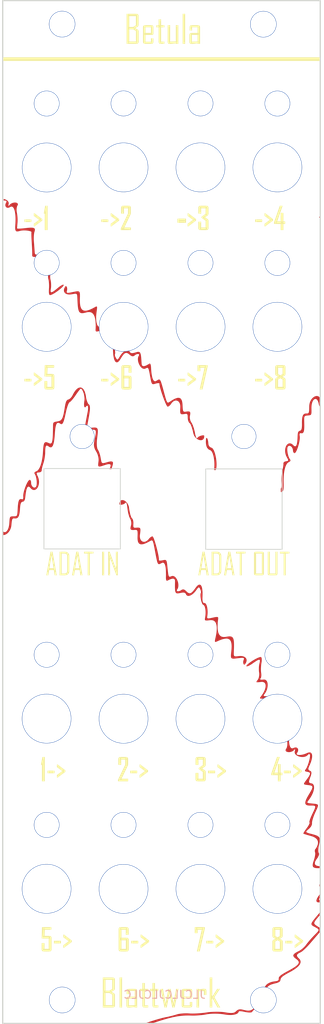
<source format=kicad_pcb>
(kicad_pcb (version 20240108) (generator "pcbnew") (generator_version "8.0")
  (layers (0 "F.Cu" signal) (31 "B.Cu" signal) (34 "B.Paste" user) (35 "F.Paste" user) (36 "B.SilkS" user "B.Silkscreen") (37 "F.SilkS" user "F.Silkscreen") (38 "B.Mask" user) (39 "F.Mask" user) (44 "Edge.Cuts" user))
  (net 0 "")
  (footprint "" (layer "F.Cu") (at 104.98 143.41)
    (property "Reference" "" (at 0 0 0) (layer "F.SilkS") (effects (font (size 1.27 1.27))))
    (property "Value" "" (at 0 0 0) (layer "F.SilkS") (effects (font (size 1.27 1.27))))
    (pad "1" thru_hole circle (at 0 0) (size 6.2 6.2) (drill 6.1) (layers "*.Cu" "*.Mask"))
  )
  (footprint "" (layer "F.Cu") (at 95.31 122.04)
    (property "Reference" "" (at 0 0 0) (layer "F.SilkS") (effects (font (size 1.27 1.27))))
    (property "Value" "" (at 0 0 0) (layer "F.SilkS") (effects (font (size 1.27 1.27))))
    (pad "1" thru_hole circle (at 0 0) (size 6.2 6.2) (drill 6.1) (layers "*.Cu" "*.Mask"))
  )
  (footprint "Eigenes:Bohrung3_1mm" (layer "F.Cu") (at 124.32 114.02)
    (property "Reference" "REF**" (hide yes))
    (property "Value" "Bohrung3_1mm")
    (pad "1" thru_hole circle (at 0 0) (size 3.2 3.2) (drill 3.1) (layers "*.Cu" "*.Mask"))
  )
  (footprint "" (layer "F.Cu") (at 114.65 114.02)
    (property "Reference" "" (at 0 0 0) (layer "F.SilkS") (effects (font (size 1.27 1.27))))
    (property "Value" "" (at 0 0 0) (layer "F.SilkS") (effects (font (size 1.27 1.27))))
    (pad "1" thru_hole circle (at 0 0) (size 3.2 3.2) (drill 3.1) (layers "*.Cu" "*.Mask"))
  )
  (footprint "Eigenes:Bohrung3_1mm" (layer "F.Cu") (at 95.32 44.82)
    (property "Reference" "REF**" (hide yes))
    (property "Value" "Bohrung3_1mm")
    (pad "1" thru_hole circle (at 0 0) (size 3.2 3.2) (drill 3.1) (layers "*.Cu" "*.Mask"))
  )
  (footprint "" (layer "F.Cu") (at 104.98 135.38)
    (property "Reference" "" (at 0 0 0) (layer "F.SilkS") (effects (font (size 1.27 1.27))))
    (property "Value" "" (at 0 0 0) (layer "F.SilkS") (effects (font (size 1.27 1.27))))
    (pad "1" thru_hole circle (at 0 0) (size 3.2 3.2) (drill 3.1) (layers "*.Cu" "*.Mask"))
  )
  (footprint "" (layer "F.Cu") (at 124.32 143.41)
    (property "Reference" "" (at 0 0 0) (layer "F.SilkS") (effects (font (size 1.27 1.27))))
    (property "Value" "" (at 0 0 0) (layer "F.SilkS") (effects (font (size 1.27 1.27))))
    (pad "1" thru_hole circle (at 0 0) (size 6.2 6.2) (drill 6.1) (layers "*.Cu" "*.Mask"))
  )
  (footprint "" (layer "F.Cu") (at 124.32 122.05)
    (property "Reference" "" (at 0 0 0) (layer "F.SilkS") (effects (font (size 1.27 1.27))))
    (property "Value" "" (at 0 0 0) (layer "F.SilkS") (effects (font (size 1.27 1.27))))
    (pad "1" thru_hole circle (at 0 0) (size 6.2 6.2) (drill 6.1) (layers "*.Cu" "*.Mask"))
  )
  (footprint "" (layer "F.Cu") (at 104.99 72.86)
    (property "Reference" "" (at 0 0 0) (layer "F.SilkS") (effects (font (size 1.27 1.27))))
    (property "Value" "" (at 0 0 0) (layer "F.SilkS") (effects (font (size 1.27 1.27))))
    (pad "1" thru_hole circle (at 0 0) (size 6.2 6.2) (drill 6.1) (layers "*.Cu" "*.Mask"))
  )
  (footprint "" (layer "F.Cu") (at 114.65 64.83)
    (property "Reference" "" (at 0 0 0) (layer "F.SilkS") (effects (font (size 1.27 1.27))))
    (property "Value" "" (at 0 0 0) (layer "F.SilkS") (effects (font (size 1.27 1.27))))
    (pad "1" thru_hole circle (at 0 0) (size 3.2 3.2) (drill 3.1) (layers "*.Cu" "*.Mask"))
  )
  (footprint "" (layer "F.Cu") (at 114.65 135.38)
    (property "Reference" "" (at 0 0 0) (layer "F.SilkS") (effects (font (size 1.27 1.27))))
    (property "Value" "" (at 0 0 0) (layer "F.SilkS") (effects (font (size 1.27 1.27))))
    (pad "1" thru_hole circle (at 0 0) (size 3.2 3.2) (drill 3.1) (layers "*.Cu" "*.Mask"))
  )
  (footprint "Eigenes:Bohrung3_2mm" (layer "F.Cu") (at 122.55 34.86)
    (property "Reference" "REF**" (hide yes))
    (property "Value" "Bohrung3_2mm")
    (pad "1" thru_hole circle (at 0 0) (size 3.3 3.3) (drill 3.2) (layers "*.Cu" "*.Mask"))
  )
  (footprint "Eigenes:Bohrung3_2mm" (layer "F.Cu") (at 122.55 157.36)
    (property "Reference" "REF**" (hide yes))
    (property "Value" "Bohrung3_2mm")
    (pad "1" thru_hole circle (at 0 0) (size 3.3 3.3) (drill 3.2) (layers "*.Cu" "*.Mask"))
  )
  (footprint "Eigenes:Bohrung3_2mm" (layer "F.Cu") (at 97.27 157.36)
    (property "Reference" "REF**" (hide yes))
    (property "Value" "Bohrung3_2mm")
    (pad "1" thru_hole circle (at 0 0) (size 3.3 3.3) (drill 3.2) (layers "*.Cu" "*.Mask"))
  )
  (footprint "Eigenes:Bohrung3_1mm" (layer "F.Cu") (at 104.98 44.81)
    (property "Reference" "REF**" (hide yes))
    (property "Value" "Bohrung3_1mm")
    (pad "1" thru_hole circle (at 0 0) (size 3.2 3.2) (drill 3.1) (layers "*.Cu" "*.Mask"))
  )
  (footprint "Eigenes:Bohrung3_2mm" (layer "F.Cu") (at 97.26 34.85)
    (property "Reference" "REF**" (hide yes))
    (property "Value" "Bohrung3_2mm")
    (pad "1" thru_hole circle (at 0 0) (size 3.3 3.3) (drill 3.2) (layers "*.Cu" "*.Mask"))
  )
  (footprint "" (layer "F.Cu") (at 95.32 64.82)
    (property "Reference" "" (at 0 0 0) (layer "F.SilkS") (effects (font (size 1.27 1.27))))
    (property "Value" "" (at 0 0 0) (layer "F.SilkS") (effects (font (size 1.27 1.27))))
    (pad "1" thru_hole circle (at 0 0) (size 3.2 3.2) (drill 3.1) (layers "*.Cu" "*.Mask"))
  )
  (footprint "" (layer "F.Cu") (at 104.98 122.05)
    (property "Reference" "" (at 0 0 0) (layer "F.SilkS") (effects (font (size 1.27 1.27))))
    (property "Value" "" (at 0 0 0) (layer "F.SilkS") (effects (font (size 1.27 1.27))))
    (pad "1" thru_hole circle (at 0 0) (size 6.2 6.2) (drill 6.1) (layers "*.Cu" "*.Mask"))
  )
  (footprint "" (layer "F.Cu") (at 95.32 114.02)
    (property "Reference" "" (at 0 0 0) (layer "F.SilkS") (effects (font (size 1.27 1.27))))
    (property "Value" "" (at 0 0 0) (layer "F.SilkS") (effects (font (size 1.27 1.27))))
    (pad "1" thru_hole circle (at 0 0) (size 3.2 3.2) (drill 3.1) (layers "*.Cu" "*.Mask"))
  )
  (footprint "" (layer "F.Cu") (at 95.32 135.38)
    (property "Reference" "" (at 0 0 0) (layer "F.SilkS") (effects (font (size 1.27 1.27))))
    (property "Value" "" (at 0 0 0) (layer "F.SilkS") (effects (font (size 1.27 1.27))))
    (pad "1" thru_hole circle (at 0 0) (size 3.2 3.2) (drill 3.1) (layers "*.Cu" "*.Mask"))
  )
  (footprint "" (layer "F.Cu") (at 95.31 143.4)
    (property "Reference" "" (at 0 0 0) (layer "F.SilkS") (effects (font (size 1.27 1.27))))
    (property "Value" "" (at 0 0 0) (layer "F.SilkS") (effects (font (size 1.27 1.27))))
    (pad "1" thru_hole circle (at 0 0) (size 6.2 6.2) (drill 6.1) (layers "*.Cu" "*.Mask"))
  )
  (footprint "" (layer "F.Cu") (at 104.98 114.02)
    (property "Reference" "" (at 0 0 0) (layer "F.SilkS") (effects (font (size 1.27 1.27))))
    (property "Value" "" (at 0 0 0) (layer "F.SilkS") (effects (font (size 1.27 1.27))))
    (pad "1" thru_hole circle (at 0 0) (size 3.2 3.2) (drill 3.1) (layers "*.Cu" "*.Mask"))
  )
  (footprint "Eigenes:Bohrung3_1mm" (layer "F.Cu") (at 124.32 135.37)
    (property "Reference" "REF**" (hide yes))
    (property "Value" "Bohrung3_1mm")
    (pad "1" thru_hole circle (at 0 0) (size 3.2 3.2) (drill 3.1) (layers "*.Cu" "*.Mask"))
  )
  (footprint "Eigenes:Bohrung3_1mm" (layer "F.Cu") (at 124.32 44.82)
    (property "Reference" "REF**" (hide yes))
    (property "Value" "Bohrung3_1mm")
    (pad "1" thru_hole circle (at 0 0) (size 3.2 3.2) (drill 3.1) (layers "*.Cu" "*.Mask"))
  )
  (footprint "Eigenes:Bohrung3_1mm" (layer "F.Cu") (at 114.65 44.81)
    (property "Reference" "REF**" (hide yes))
    (property "Value" "Bohrung3_1mm")
    (pad "1" thru_hole circle (at 0 0) (size 3.2 3.2) (drill 3.1) (layers "*.Cu" "*.Mask"))
  )
  (footprint "" (layer "F.Cu") (at 114.66 72.85)
    (property "Reference" "" (at 0 0 0) (layer "F.SilkS") (effects (font (size 1.27 1.27))))
    (property "Value" "" (at 0 0 0) (layer "F.SilkS") (effects (font (size 1.27 1.27))))
    (pad "1" thru_hole circle (at 0 0) (size 6.2 6.2) (drill 6.1) (layers "*.Cu" "*.Mask"))
  )
  (footprint "" (layer "F.Cu") (at 124.32 72.85)
    (property "Reference" "" (at 0 0 0) (layer "F.SilkS") (effects (font (size 1.27 1.27))))
    (property "Value" "" (at 0 0 0) (layer "F.SilkS") (effects (font (size 1.27 1.27))))
    (pad "1" thru_hole circle (at 0 0) (size 6.2 6.2) (drill 6.1) (layers "*.Cu" "*.Mask"))
  )
  (footprint "" (layer "F.Cu") (at 104.98 64.83)
    (property "Reference" "" (at 0 0 0) (layer "F.SilkS") (effects (font (size 1.27 1.27))))
    (property "Value" "" (at 0 0 0) (layer "F.SilkS") (effects (font (size 1.27 1.27))))
    (pad "1" thru_hole circle (at 0 0) (size 3.2 3.2) (drill 3.1) (layers "*.Cu" "*.Mask"))
  )
  (footprint "" (layer "F.Cu") (at 99.78 85.62)
    (property "Reference" "" (at 0 0 0) (layer "F.SilkS") (effects (font (size 1.27 1.27))))
    (property "Value" "" (at 0 0 0) (layer "F.SilkS") (effects (font (size 1.27 1.27))))
    (pad "1" thru_hole circle (at 0 1) (size 3.1 3.1) (drill 3) (layers "*.Cu" "*.Mask"))
  )
  (footprint "" (layer "F.Cu") (at 95.32 72.85)
    (property "Reference" "" (at 0 0 0) (layer "F.SilkS") (effects (font (size 1.27 1.27))))
    (property "Value" "" (at 0 0 0) (layer "F.SilkS") (effects (font (size 1.27 1.27))))
    (pad "1" thru_hole circle (at 0 0) (size 6.2 6.2) (drill 6.1) (layers "*.Cu" "*.Mask"))
  )
  (footprint "" (layer "F.Cu") (at 114.65 143.41)
    (property "Reference" "" (at 0 0 0) (layer "F.SilkS") (effects (font (size 1.27 1.27))))
    (property "Value" "" (at 0 0 0) (layer "F.SilkS") (effects (font (size 1.27 1.27))))
    (pad "1" thru_hole circle (at 0 0) (size 6.2 6.2) (drill 6.1) (layers "*.Cu" "*.Mask"))
  )
  (footprint "Eigenes:Bohrung6_1mm" (layer "F.Cu") (at 104.98 52.84)
    (property "Reference" "REF**" (at 0 0.5 0) (layer "F.SilkS"))
    (property "Value" "Bohrung6_1mm")
    (pad "1" thru_hole circle (at 0 0) (size 6.2 6.2) (drill 6.1) (layers "*.Cu" "*.Mask"))
  )
  (footprint "" (layer "F.Cu") (at 114.65 122.06)
    (property "Reference" "" (at 0 0 0) (layer "F.SilkS") (effects (font (size 1.27 1.27))))
    (property "Value" "" (at 0 0 0) (layer "F.SilkS") (effects (font (size 1.27 1.27))))
    (pad "1" thru_hole circle (at 0 0) (size 6.2 6.2) (drill 6.1) (layers "*.Cu" "*.Mask"))
  )
  (footprint "Eigenes:Bohrung3_1mm" (layer "F.Cu") (at 124.32 64.83)
    (property "Reference" "REF**" (hide yes))
    (property "Value" "Bohrung3_1mm")
    (pad "1" thru_hole circle (at 0 0) (size 3.2 3.2) (drill 3.1) (layers "*.Cu" "*.Mask"))
  )
  (footprint "Eigenes:Bohrung6_1mm" (layer "F.Cu") (at 124.32 52.84)
    (property "Reference" "REF**" (at 0 0.5 0) (layer "F.SilkS"))
    (property "Value" "Bohrung6_1mm")
    (pad "1" thru_hole circle (at 0 0) (size 6.2 6.2) (drill 6.1) (layers "*.Cu" "*.Mask"))
  )
  (footprint "" (layer "F.Cu") (at 120.11 85.62)
    (property "Reference" "" (at 0 0 0) (layer "F.SilkS") (effects (font (size 1.27 1.27))))
    (property "Value" "" (at 0 0 0) (layer "F.SilkS") (effects (font (size 1.27 1.27))))
    (pad "1" thru_hole circle (at 0 1) (size 3.1 3.1) (drill 3) (layers "*.Cu" "*.Mask"))
  )
  (footprint "Eigenes:Bohrung6_1mm" (layer "F.Cu") (at 95.32 52.85)
    (property "Reference" "REF**" (at 0 0.5 0) (layer "F.SilkS"))
    (property "Value" "Bohrung6_1mm")
    (pad "1" thru_hole circle (at 0 0) (size 6.2 6.2) (drill 6.1) (layers "*.Cu" "*.Mask"))
  )
  (footprint "Eigenes:Bohrung6_1mm" (layer "F.Cu") (at 114.65 52.84)
    (property "Reference" "REF**" (at 0 0.5 0) (layer "F.SilkS"))
    (property "Value" "Bohrung6_1mm")
    (pad "1" thru_hole circle (at 0 0) (size 6.2 6.2) (drill 6.1) (layers "*.Cu" "*.Mask"))
  )
  (gr_poly (pts (xy 97.74981 67.752557) (xy 97.760032 67.755107) (xy 97.770095 67.759147) (xy 97.779971 67.764625) (xy 97.789636 67.771488) (xy 97.799061 67.779682) (xy 97.817093 67.799852) (xy 97.833858 67.824713) (xy 97.849146 67.853839) (xy 97.862749 67.886807) (xy 97.874457 67.923192) (xy 97.884062 67.962571) (xy 97.891355 68.004518) (xy 97.896126 68.048611) (xy 97.898167 68.094424) (xy 97.897268 68.141534) (xy 97.893221 68.189516) (xy 97.885816 68.237947) (xy 97.874844 68.286402) (xy 97.858823 68.349172) (xy 97.84688 68.40406) (xy 97.839984 68.451309) (xy 97.839103 68.49116) (xy 97.84122 68.508386) (xy 97.845204 68.523854) (xy 97.851176 68.537593) (xy 97.859256 68.549633) (xy 97.869566 68.560004) (xy 97.882226 68.568737) (xy 97.897358 68.575862) (xy 97.915083 68.58141) (xy 97.935521 68.585409) (xy 97.958793 68.587891) (xy 98.014326 68.588422) (xy 98.082648 68.583246) (xy 98.164728 68.572602) (xy 98.261533 68.556733) (xy 98.374033 68.53588) (xy 98.649983 68.480189) (xy 98.938462 68.422479) (xy 99.055055 68.403081) (xy 99.154865 68.391642) (xy 99.198863 68.389294) (xy 99.23913 68.389401) (xy 99.27582 68.392118) (xy 99.309087 68.3976) (xy 99.339087 68.406002) (xy 99.365974 68.417479) (xy 99.389902 68.432186) (xy 99.411026 68.450277) (xy 99.429501 68.47191) (xy 99.445481 68.497237) (xy 99.459121 68.526415) (xy 99.470576 68.559597) (xy 99.480001 68.596941) (xy 99.487549 68.638599) (xy 99.497635 68.735483) (xy 99.502073 68.85149) (xy 99.502099 68.987859) (xy 99.493863 69.326647) (xy 99.493863 69.327166) (xy 99.49146 69.611411) (xy 99.502233 69.865075) (xy 99.512744 69.980543) (xy 99.52677 70.088492) (xy 99.544384 70.188964) (xy 99.565661 70.282) (xy 99.590674 70.367644) (xy 99.619496 70.445936) (xy 99.652202 70.51692) (xy 99.688865 70.580637) (xy 99.729558 70.637129) (xy 99.774357 70.686438) (xy 99.823333 70.728607) (xy 99.876561 70.763678) (xy 99.934115 70.791692) (xy 99.996068 70.812692) (xy 100.062494 70.826719) (xy 100.133467 70.833817) (xy 100.20906 70.834027) (xy 100.289347 70.82739) (xy 100.374402 70.81395) (xy 100.464299 70.793748) (xy 100.559111 70.766827) (xy 100.658912 70.733228) (xy 100.763775 70.692993) (xy 100.873775 70.646166) (xy 101.109479 70.532898) (xy 101.366612 70.393763) (xy 101.421464 70.363342) (xy 101.469752 70.33843) (xy 101.511745 70.319547) (xy 101.547715 70.307213) (xy 101.563525 70.303664) (xy 101.577931 70.301948) (xy 101.590966 70.302129) (xy 101.602664 70.304273) (xy 101.613059 70.308444) (xy 101.622185 70.314707) (xy 101.630076 70.323128) (xy 101.636764 70.333771) (xy 101.642285 70.346701) (xy 101.646672 70.361984) (xy 101.649959 70.379685) (xy 101.652179 70.399868) (xy 101.653555 70.447941) (xy 101.651071 70.506725) (xy 101.644998 70.576738) (xy 101.635605 70.658502) (xy 101.607945 70.859362) (xy 101.580366 71.066359) (xy 101.559408 71.263111) (xy 101.545046 71.449564) (xy 101.53726 71.625661) (xy 101.536026 71.791348) (xy 101.541323 71.946569) (xy 101.553127 72.091267) (xy 101.561462 72.159654) (xy 101.571416 72.225389) (xy 101.582985 72.288466) (xy 101.596167 72.348877) (xy 101.61096 72.406617) (xy 101.627359 72.461678) (xy 101.645364 72.514053) (xy 101.664969 72.563735) (xy 101.686174 72.610717) (xy 101.708974 72.654992) (xy 101.733368 72.696554) (xy 101.759352 72.735395) (xy 101.786924 72.771509) (xy 101.816081 72.804888) (xy 101.846819 72.835526) (xy 101.879137 72.863415) (xy 101.913031 72.888549) (xy 101.948499 72.910921) (xy 101.95042 72.96783) (xy 101.953422 73.024678) (xy 101.9575 73.081448) (xy 101.962655 73.138127) (xy 101.968884 73.194697) (xy 101.976185 73.251143) (xy 101.984558 73.307451) (xy 101.994 73.363604) (xy 101.910685 73.387366) (xy 101.83629 73.406927) (xy 101.770351 73.422209) (xy 101.740407 73.428222) (xy 101.712403 73.433137) (xy 101.686281 73.436943) (xy 101.661983 73.439632) (xy 101.639451 73.441194) (xy 101.618627 73.44162) (xy 101.599454 73.440899) (xy 101.581872 73.439022) (xy 101.565825 73.435981) (xy 101.551253 73.431764) (xy 101.5381 73.426363) (xy 101.526307 73.419767) (xy 101.515816 73.411968) (xy 101.506569 73.402956) (xy 101.498508 73.392721) (xy 101.491576 73.381254) (xy 101.485714 73.368545) (xy 101.480864 73.354584) (xy 101.476968 73.339362) (xy 101.473968 73.32287) (xy 101.471807 73.305097) (xy 101.470427 73.286035) (xy 101.469768 73.265673) (xy 101.469774 73.244002) (xy 101.471547 73.196695) (xy 101.479227 73.040142) (xy 101.484168 72.88948) (xy 101.486364 72.744694) (xy 101.485807 72.605772) (xy 101.482491 72.472701) (xy 101.476408 72.345467) (xy 101.467551 72.224057) (xy 101.455913 72.108458) (xy 101.441486 71.998656) (xy 101.424265 71.894639) (xy 101.404241 71.796393) (xy 101.381408 71.703904) (xy 101.355758 71.61716) (xy 101.327284 71.536147) (xy 101.29598 71.460852) (xy 101.261838 71.391261) (xy 101.22485 71.327362) (xy 101.185011 71.269141) (xy 101.142312 71.216585) (xy 101.096747 71.169681) (xy 101.048309 71.128415) (xy 100.99699 71.092774) (xy 100.942783 71.062745) (xy 100.885682 71.038314) (xy 100.825678 71.019469) (xy 100.762766 71.006196) (xy 100.696937 70.998481) (xy 100.628185 70.996312) (xy 100.556503 70.999675) (xy 100.481884 71.008558) (xy 100.40432 71.022946) (xy 100.323804 71.042826) (xy 100.153619 71.087096) (xy 100.002098 71.119467) (xy 99.868068 71.138188) (xy 99.807245 71.141883) (xy 99.750355 71.141508) (xy 99.697251 71.136846) (xy 99.647785 71.127676) (xy 99.601812 71.113781) (xy 99.559185 71.094941) (xy 99.519757 71.070937) (xy 99.483381 71.041551) (xy 99.44991 71.006563) (xy 99.419199 70.965756) (xy 99.391099 70.918909) (xy 99.365465 70.865804) (xy 99.34215 70.806222) (xy 99.321007 70.739945) (xy 99.284649 70.586427) (xy 99.255219 70.403499) (xy 99.231543 70.18941) (xy 99.212447 69.94241) (xy 99.196757 69.660746) (xy 99.183301 69.342669) (xy 99.173223 69.109211) (xy 99.166697 69.015248) (xy 99.157876 68.935328) (xy 99.152299 68.900369) (xy 99.145783 68.868603) (xy 99.138204 68.839922) (xy 99.12944 68.814221) (xy 99.119369 68.791394) (xy 99.107869 68.771334) (xy 99.094819 68.753934) (xy 99.080094 68.73909) (xy 99.063574 68.726694) (xy 99.045136 68.716641) (xy 99.024658 68.708823) (xy 99.002018 68.703136) (xy 98.977093 68.699472) (xy 98.949762 68.697725) (xy 98.919902 68.697789) (xy 98.887391 68.699559) (xy 98.813927 68.707787) (xy 98.728392 68.721559) (xy 98.517201 68.762339) (xy 98.439225 68.776296) (xy 98.363729 68.786598) (xy 98.290792 68.793328) (xy 98.220493 68.796573) (xy 98.152913 68.796419) (xy 98.088129 68.792952) (xy 98.026222 68.786256) (xy 97.967271 68.776417) (xy 97.911355 68.763522) (xy 97.858553 68.747656) (xy 97.808945 68.728904) (xy 97.76261 68.707353) (xy 97.719627 68.683087) (xy 97.680076 68.656193) (xy 97.644037 68.626756) (xy 97.611587 68.594862) (xy 97.582808 68.560596) (xy 97.557777 68.524045) (xy 97.536574 68.485293) (xy 97.51928 68.444427) (xy 97.505972 68.401532) (xy 97.496731 68.356693) (xy 97.491635 68.309997) (xy 97.490764 68.26153) (xy 97.494197 68.211375) (xy 97.502014 68.159621) (xy 97.514294 68.106351) (xy 97.531116 68.051652) (xy 97.55256 67.995609) (xy 97.578704 67.938309) (xy 97.609629 67.879836) (xy 97.645413 67.820276) (xy 97.65122 67.811522) (xy 97.657053 67.803402) (xy 97.662906 67.795908) (xy 97.668779 67.789032) (xy 97.674667 67.782766) (xy 97.680566 67.7771) (xy 97.686475 67.772025) (xy 97.692389 67.767534) (xy 97.698306 67.763618) (xy 97.704221 67.760268) (xy 97.710133 67.757475) (xy 97.713086 67.756286) (xy 97.716037 67.755232) (xy 97.718985 67.754313) (xy 97.72193 67.753528) (xy 97.724872 67.752877) (xy 97.72781 67.752357) (xy 97.730743 67.751967) (xy 97.733672 67.751708) (xy 97.736596 67.751577) (xy 97.739514 67.751574) (xy 97.739453 67.751551)) (fill solid) (layer "F.Cu"))
  (gr_poly (pts (xy 95.791327 66.287794) (xy 95.784007 66.328871) (xy 95.777787 66.370849) (xy 95.772683 66.413577) (xy 95.768707 66.456907) (xy 95.765876 66.500689) (xy 95.764204 66.544772) (xy 95.763706 66.589008) (xy 95.764396 66.633246) (xy 95.766289 66.677337) (xy 95.769399 66.721131) (xy 95.773742 66.764479) (xy 95.779332 66.807231) (xy 95.786184 66.849237) (xy 95.794312 66.890348) (xy 95.803731 66.930414) (xy 95.817883 66.990774) (xy 95.830659 67.055067) (xy 95.842032 67.122719) (xy 95.851975 67.193159) (xy 95.860464 67.265815) (xy 95.86747 67.340115) (xy 95.876932 67.491358) (xy 95.88015 67.64231) (xy 95.879352 67.716247) (xy 95.876913 67.788395) (xy 95.872808 67.858182) (xy 95.867011 67.925036) (xy 95.859494 67.988384) (xy 95.850232 68.047655) (xy 95.832197 68.160312) (xy 95.820836 68.257653) (xy 95.816757 68.339636) (xy 95.817641 68.374855) (xy 95.820574 68.406217) (xy 95.825633 68.433717) (xy 95.832895 68.457351) (xy 95.842436 68.477112) (xy 95.854332 68.492994) (xy 95.86866 68.504993) (xy 95.885496 68.513103) (xy 95.904916 68.517318) (xy 95.926997 68.517633) (xy 95.951815 68.514042) (xy 95.979446 68.50654) (xy 96.009968 68.495121) (xy 96.043455 68.47978) (xy 96.119633 68.43731) (xy 96.208592 68.379085) (xy 96.310942 68.305061) (xy 96.427295 68.215195) (xy 96.55826 68.109441) (xy 96.704449 67.987757) (xy 96.766045 67.936926) (xy 96.827283 67.888386) (xy 96.887787 67.842352) (xy 96.947182 67.799039) (xy 97.005092 67.758662) (xy 97.061142 67.721434) (xy 97.114957 67.687572) (xy 97.166159 67.65729) (xy 97.214375 67.630802) (xy 97.259228 67.608324) (xy 97.300343 67.590071) (xy 97.337343 67.576257) (xy 97.354184 67.571081) (xy 97.369855 67.567097) (xy 97.384309 67.564329) (xy 97.397501 67.562805) (xy 97.409382 67.562553) (xy 97.419907 67.563598) (xy 97.429027 67.565968) (xy 97.436696 67.569689) (xy 97.451546 67.585309) (xy 97.456724 67.606611) (xy 97.452759 67.633189) (xy 97.440181 67.664638) (xy 97.419518 67.70055) (xy 97.3913 67.740519) (xy 97.314312 67.831007) (xy 97.213449 67.932852) (xy 97.092944 68.042805) (xy 96.957029 68.157617) (xy 96.809935 68.274038) (xy 96.655895 68.388821) (xy 96.499141 68.498716) (xy 96.343904 68.600474) (xy 96.194417 68.690846) (xy 96.054911 68.766583) (xy 95.92962 68.824435) (xy 95.822774 68.861154) (xy 95.777591 68.870574) (xy 95.738606 68.873491) (xy 95.728369 68.872426) (xy 95.718445 68.869449) (xy 95.708842 68.864608) (xy 95.69957 68.857952) (xy 95.682048 68.839383) (xy 95.665947 68.814126) (xy 95.651333 68.782563) (xy 95.638274 68.745079) (xy 95.626835 68.702056) (xy 95.617084 68.653877) (xy 95.609088 68.600926) (xy 95.602914 68.543586) (xy 95.598628 68.48224) (xy 95.596298 68.417271) (xy 95.59599 68.349063) (xy 95.597771 68.277998) (xy 95.601709 68.20446) (xy 95.607869 68.128832) (xy 95.614385 68.050729) (xy 95.619362 67.969926) (xy 95.624835 67.802726) (xy 95.624547 67.632246) (xy 95.618762 67.463502) (xy 95.60774 67.301508) (xy 95.591743 67.151279) (xy 95.581961 67.082144) (xy 95.571034 67.01783) (xy 95.558993 66.958965) (xy 95.545872 66.906176) (xy 95.535989 66.868042) (xy 95.527151 66.829342) (xy 95.519357 66.790236) (xy 95.512606 66.750886) (xy 95.506897 66.711451) (xy 95.502232 66.672094) (xy 95.498608 66.632973) (xy 95.496025 66.594251) (xy 95.494483 66.556087) (xy 95.49398 66.518644) (xy 95.494518 66.48208) (xy 95.496094 66.446558) (xy 95.498708 66.412237) (xy 95.502361 66.379279) (xy 95.50705 66.347845) (xy 95.512776 66.318094) (xy 95.549317 66.312363) (xy 95.585691 66.30575) (xy 95.621884 66.298261) (xy 95.65788 66.289898) (xy 95.693662 66.280667) (xy 95.729215 66.27057) (xy 95.764524 66.259612) (xy 95.799573 66.247797) (xy 95.799733 66.247767)) (fill solid) (layer "F.Cu"))
  (gr_poly (pts (xy 129.682713 146.676012) (xy 129.521858 146.861649) (xy 129.382056 147.024917) (xy 129.262806 147.167872) (xy 129.210733 147.232376) (xy 129.163612 147.292573) (xy 129.12138 147.348722) (xy 129.083974 147.401078) (xy 129.051333 147.4499) (xy 129.023394 147.495444) (xy 129.000095 147.537968) (xy 128.981374 147.577729) (xy 128.967168 147.614984) (xy 128.957414 147.64999) (xy 128.952052 147.683005) (xy 128.951017 147.714286) (xy 128.954249 147.74409) (xy 128.961684 147.772674) (xy 128.973261 147.800296) (xy 128.988917 147.827212) (xy 129.008589 147.85368) (xy 129.032216 147.879957) (xy 129.059736 147.906301) (xy 129.091084 147.932968) (xy 129.126201 147.960216) (xy 129.165022 147.988301) (xy 129.253532 148.048016) (xy 129.356114 148.114168) (xy 129.456778 148.179036) (xy 129.502211 148.208793) (xy 129.544456 148.236935) (xy 129.583571 148.263587) (xy 129.619613 148.288875) (xy 129.652641 148.312925) (xy 129.682713 148.335863) (xy 129.682713 148.799929) (xy 129.645849 148.844656) (xy 129.626137 148.868276) (xy 129.60471 148.893435) (xy 128.444577 150.241152) (xy 128.359541 150.338622) (xy 128.273086 150.43511) (xy 128.185821 150.530041) (xy 128.098356 150.622843) (xy 128.011299 150.712942) (xy 127.925261 150.799763) (xy 127.840851 150.882734) (xy 127.758678 150.961279) (xy 127.679353 151.034826) (xy 127.603483 151.102801) (xy 127.53168 151.164629) (xy 127.464553 151.219738) (xy 127.40271 151.267553) (xy 127.346762 151.3075) (xy 127.297317 151.339007) (xy 127.254987 151.361498) (xy 127.15416 151.409678) (xy 127.065458 151.455868) (xy 127.025611 151.47836) (xy 126.988744 151.500525) (xy 126.95484 151.522421) (xy 126.923884 151.544105) (xy 126.895856 151.565633) (xy 126.870741 151.587063) (xy 126.848522 151.608451) (xy 126.829182 151.629855) (xy 126.812704 151.651333) (xy 126.799071 151.672939) (xy 126.788265 151.694733) (xy 126.780271 151.71677) (xy 126.775072 151.739109) (xy 126.772649 151.761805) (xy 126.772987 151.784915) (xy 126.776069 151.808498) (xy 126.781877 151.83261) (xy 126.790394 151.857307) (xy 126.801605 151.882648) (xy 126.815492 151.908688) (xy 126.832037 151.935485) (xy 126.851225 151.963096) (xy 126.873037 151.991579) (xy 126.897458 152.020989) (xy 126.92447 152.051384) (xy 126.954057 152.082821) (xy 127.020886 152.14905) (xy 127.065485 152.194368) (xy 127.104804 152.240217) (xy 127.138838 152.286604) (xy 127.167582 152.333536) (xy 127.191031 152.381022) (xy 127.209178 152.429068) (xy 127.22202 152.477681) (xy 127.229551 152.52687) (xy 127.231766 152.576642) (xy 127.228659 152.627004) (xy 127.220225 152.677963) (xy 127.20646 152.729528) (xy 127.187357 152.781705) (xy 127.162912 152.834501) (xy 127.133119 152.887925) (xy 127.097974 152.941984) (xy 127.05747 152.996685) (xy 127.011603 153.052036) (xy 126.903758 153.164716) (xy 126.774398 153.280084) (xy 126.623479 153.3982) (xy 126.450962 153.519122) (xy 126.256803 153.64291) (xy 126.040961 153.769625) (xy 125.803395 153.899325) (xy 125.660061 153.97599) (xy 125.528521 154.048436) (xy 125.408391 154.116978) (xy 125.299282 154.181933) (xy 125.200809 154.243619) (xy 125.112583 154.302351) (xy 125.034219 154.358448) (xy 124.998614 154.385606) (xy 124.96533 154.412224) (xy 124.934317 154.438341) (xy 124.905528 154.463998) (xy 124.878914 154.489232) (xy 124.854427 154.514085) (xy 124.832019 154.538595) (xy 124.811641 154.562803) (xy 124.793245 154.586747) (xy 124.776782 154.610468) (xy 124.762204 154.634005) (xy 124.749463 154.657398) (xy 124.73851 154.680685) (xy 124.729298 154.703908) (xy 124.721777 154.727105) (xy 124.7159 154.750316) (xy 124.711618 154.77358) (xy 124.708882 154.796938) (xy 124.702978 154.843343) (xy 124.693192 154.886693) (xy 124.679204 154.927202) (xy 124.660691 154.965087) (xy 124.637334 155.000564) (xy 124.608811 155.033848) (xy 124.574801 155.065154) (xy 124.534984 155.0947) (xy 124.489039 155.1227) (xy 124.436644 155.14937) (xy 124.377479 155.174927) (xy 124.311223 155.199585) (xy 124.237555 155.223561) (xy 124.156154 155.24707) (xy 124.066699 155.270328) (xy 123.968869 155.293551) (xy 123.861248 155.319536) (xy 123.759979 155.347019) (xy 123.665018 155.376054) (xy 123.576317 155.406695) (xy 123.49383 155.438996) (xy 123.454903 155.455786) (xy 123.417512 155.473011) (xy 123.381651 155.490678) (xy 123.347315 155.508794) (xy 123.314497 155.527366) (xy 123.283193 155.5464) (xy 123.253397 155.565903) (xy 123.225101 155.585883) (xy 123.198302 155.606344) (xy 123.172993 155.627296) (xy 123.149167 155.648743) (xy 123.126821 155.670693) (xy 123.105946 155.693153) (xy 123.086539 155.716129) (xy 123.068593 155.739629) (xy 123.052102 155.763659) (xy 123.037061 155.788225) (xy 123.023463 155.813335) (xy 123.011304 155.838995) (xy 123.000577 155.865212) (xy 122.991276 155.891993) (xy 122.983395 155.919344) (xy 122.708478 155.861437) (xy 122.71702 155.820448) (xy 122.728091 155.780071) (xy 122.741653 155.740339) (xy 122.757669 155.701285) (xy 122.79691 155.625334) (xy 122.845513 155.552479) (xy 122.903177 155.482975) (xy 122.969602 155.417082) (xy 123.044487 155.355057) (xy 123.127531 155.297157) (xy 123.218432 155.243642) (xy 123.316891 155.194767) (xy 123.422605 155.150792) (xy 123.535275 155.111974) (xy 123.654599 155.078571) (xy 123.780277 155.050841) (xy 123.912007 155.029041) (xy 124.049489 155.01343) (xy 124.111409 155.007075) (xy 124.167777 154.999377) (xy 124.21879 154.990179) (xy 124.242349 154.984967) (xy 124.264643 154.979321) (xy 124.285697 154.973221) (xy 124.305534 154.966646) (xy 124.324181 154.959578) (xy 124.34166 154.951996) (xy 124.357997 154.943881) (xy 124.373217 154.935212) (xy 124.387344 154.92597) (xy 124.400402 154.916136) (xy 124.412416 154.905689) (xy 124.423411 154.89461) (xy 124.433412 154.882879) (xy 124.442442 154.870475) (xy 124.450527 154.857381) (xy 124.457691 154.843575) (xy 124.463958 154.829037) (xy 124.469354 154.813749) (xy 124.473903 154.79769) (xy 124.477629 154.78084) (xy 124.480557 154.763181) (xy 124.482712 154.744691) (xy 124.484118 154.725351) (xy 124.4848 154.705142) (xy 124.484782 154.684043) (xy 124.48409 154.662035) (xy 124.485499 154.61727) (xy 124.494018 154.572577) (xy 124.510178 154.527528) (xy 124.53451 154.481695) (xy 124.567544 154.434651) (xy 124.609811 154.385966) (xy 124.661843 154.335215) (xy 124.72417 154.281967) (xy 124.797324 154.225797) (xy 124.881835 154.166275) (xy 124.978235 154.102973) (xy 125.087053 154.035465) (xy 125.208822 153.963321) (xy 125.344072 153.886114) (xy 125.65714 153.7148) (xy 125.913072 153.575375) (xy 126.140358 153.446179) (xy 126.243449 153.385127) (xy 126.339606 153.326283) (xy 126.428906 153.269533) (xy 126.511424 153.21476) (xy 126.587236 153.161849) (xy 126.656419 153.110682) (xy 126.719049 153.061146) (xy 126.775201 153.013122) (xy 126.824951 152.966496) (xy 126.868376 152.921152) (xy 126.905552 152.876973) (xy 126.936554 152.833843) (xy 126.961458 152.791648) (xy 126.980341 152.75027) (xy 126.993279 152.709593) (xy 127.000347 152.669503) (xy 127.001621 152.629882) (xy 126.997179 152.590615) (xy 126.987094 152.551586) (xy 126.971445 152.512679) (xy 126.950305 152.473778) (xy 126.923753 152.434767) (xy 126.891863 152.39553) (xy 126.854711 152.355951) (xy 126.812374 152.315914) (xy 126.764928 152.275303) (xy 126.712448 152.234003) (xy 126.655011 152.191897) (xy 126.562941 152.123219) (xy 126.485335 152.057866) (xy 126.452014 152.026281) (xy 126.422378 151.99534) (xy 126.396451 151.964981) (xy 126.374256 151.935141) (xy 126.355817 151.905758) (xy 126.341155 151.87677) (xy 126.330295 151.848115) (xy 126.323259 151.819729) (xy 126.320071 151.791551) (xy 126.320754 151.763518) (xy 126.325331 151.735568) (xy 126.333826 151.707638) (xy 126.346261 151.679666) (xy 126.362659 151.65159) (xy 126.383045 151.623347) (xy 126.40744 151.594875) (xy 126.435868 151.566112) (xy 126.468353 151.536994) (xy 126.504917 151.507461) (xy 126.545584 151.477448) (xy 126.639319 151.415738) (xy 126.749742 151.351365) (xy 126.87704 151.28383) (xy 127.021397 151.212633) (xy 127.077362 151.184015) (xy 127.135588 151.150769) (xy 127.195612 151.113298) (xy 127.256969 151.072004) (xy 127.319196 151.027292) (xy 127.381829 150.979564) (xy 127.444402 150.929224) (xy 127.506452 150.876673) (xy 127.567515 150.822316) (xy 127.627127 150.766555) (xy 127.684822 150.709793) (xy 127.740138 150.652434) (xy 127.79261 150.59488) (xy 127.841773 150.537534) (xy 127.887164 150.480801) (xy 127.928319 150.425081) (xy 128.017838 150.303951) (xy 128.127988 150.164176) (xy 128.254452 150.010734) (xy 128.392915 149.848604) (xy 128.539063 149.682764) (xy 128.688578 149.51819) (xy 128.837146 149.359861) (xy 128.98045 149.212755) (xy 129.202068 148.988319) (xy 129.289311 148.896233) (xy 129.36093 148.815588) (xy 129.390901 148.779092) (xy 129.41699 148.7449) (xy 129.439206 148.712826) (xy 129.457558 148.682685) (xy 129.472052 148.65429) (xy 129.482697 148.627457) (xy 129.489501 148.601999) (xy 129.492473 148.577732) (xy 129.491621 148.55447) (xy 129.486952 148.532026) (xy 129.478475 148.510216) (xy 129.466199 148.488854) (xy 129.45013 148.467754) (xy 129.430278 148.446731) (xy 129.40665 148.425599) (xy 129.379255 148.404172) (xy 129.348101 148.382266) (xy 129.313196 148.359694) (xy 129.232165 148.311811) (xy 129.136227 148.259038) (xy 129.025449 148.199892) (xy 128.914762 148.140598) (xy 128.819493 148.086798) (xy 128.740291 148.036134) (xy 128.706918 148.01124) (xy 128.677805 147.986244) (xy 128.653034 147.960853) (xy 128.632686 147.934771) (xy 128.616841 147.907702) (xy 128.605582 147.879353) (xy 128.598989 147.849428) (xy 128.597144 147.817632) (xy 128.600127 147.78367) (xy 128.608021 147.747248) (xy 128.620905 147.70807) (xy 128.638862 147.665841) (xy 128.661972 147.620266) (xy 128.690317 147.571051) (xy 128.763036 147.46052) (xy 128.857668 147.331886) (xy 128.974863 147.182792) (xy 129.11527 147.010876) (xy 129.46832 146.589144) (xy 129.579173 146.456469) (xy 129.631814 146.392665) (xy 129.682782 146.330248)) (fill solid) (layer "F.Cu"))
  (gr_poly (pts (xy 89.91879 56.805586) (xy 89.918645 56.805554) (xy 89.91879 56.805477)) (fill solid) (layer "F.Cu"))
  (gr_poly (pts (xy 99.533307 80.470232) (xy 99.564582 80.470765) (xy 99.595513 80.473572) (xy 99.626077 80.47865) (xy 99.656253 80.485996) (xy 99.715352 80.507482) (xy 99.772635 80.538009) (xy 99.827923 80.577557) (xy 99.881043 80.626105) (xy 99.931817 80.683631) (xy 99.980069 80.750115) (xy 100.025624 80.825535) (xy 100.068305 80.909871) (xy 100.107936 81.003101) (xy 100.144342 81.105205) (xy 100.177346 81.216162) (xy 100.206772 81.335951) (xy 100.232444 81.46455) (xy 100.254185 81.601938) (xy 100.267307 81.687658) (xy 100.282659 81.772625) (xy 100.300051 81.856328) (xy 100.319292 81.938257) (xy 100.340193 82.017902) (xy 100.362563 82.094751) (xy 100.386212 82.168296) (xy 100.410949 82.238024) (xy 100.436586 82.303426) (xy 100.462931 82.363992) (xy 100.489794 82.41921) (xy 100.516985 82.468571) (xy 100.544314 82.511564) (xy 100.571591 82.547679) (xy 100.58515 82.562997) (xy 100.598625 82.576404) (xy 100.611991 82.587837) (xy 100.625226 82.597231) (xy 100.65615 82.622399) (xy 100.683001 82.656113) (xy 100.70578 82.698525) (xy 100.724486 82.749785) (xy 100.739119 82.810047) (xy 100.749679 82.879461) (xy 100.756165 82.958178) (xy 100.758578 83.046352) (xy 100.756917 83.144132) (xy 100.751183 83.251671) (xy 100.741375 83.36912) (xy 100.727493 83.49663) (xy 100.687506 83.782444) (xy 100.631222 84.110323) (xy 100.503814 84.80403) (xy 100.428654 85.218775) (xy 100.397449 85.206036) (xy 100.365982 85.193993) (xy 100.334265 85.182651) (xy 100.30231 85.172013) (xy 100.270128 85.162083) (xy 100.237731 85.152864) (xy 100.20513 85.144361) (xy 100.172337 85.136576) (xy 100.225294 84.834204) (xy 100.294545 84.46573) (xy 100.480336 83.501017) (xy 100.49056 83.44509) (xy 100.499523 83.390849) (xy 100.507245 83.338354) (xy 100.513745 83.287668) (xy 100.519042 83.238852) (xy 100.523156 83.191968) (xy 100.526105 83.147076) (xy 100.527909 83.10424) (xy 100.528588 83.063521) (xy 100.52816 83.02498) (xy 100.526645 82.988679) (xy 100.524061 82.95468) (xy 100.520429 82.923043) (xy 100.515768 82.893832) (xy 100.510096 82.867108) (xy 100.503433 82.842932) (xy 100.495798 82.821366) (xy 100.487211 82.802471) (xy 100.477691 82.78631) (xy 100.467256 82.772944) (xy 100.461702 82.767328) (xy 100.455927 82.762434) (xy 100.449932 82.75827) (xy 100.443722 82.754843) (xy 100.437297 82.752161) (xy 100.43066 82.750231) (xy 100.423815 82.749062) (xy 100.416762 82.748661) (xy 100.409505 82.749036) (xy 100.402046 82.750195) (xy 100.394388 82.752145) (xy 100.386532 82.754893) (xy 100.370238 82.762818) (xy 100.353184 82.774031) (xy 100.335389 82.788594) (xy 100.316873 82.806569) (xy 100.297654 82.828016) (xy 100.277753 82.852999) (xy 100.238747 82.899258) (xy 100.220263 82.917146) (xy 100.202483 82.931611) (xy 100.185421 82.942706) (xy 100.169096 82.950485) (xy 100.153525 82.955) (xy 100.138723 82.956306) (xy 100.124709 82.954456) (xy 100.111499 82.949503) (xy 100.09911 82.9415) (xy 100.087559 82.930502) (xy 100.076864 82.916561) (xy 100.06704 82.899731) (xy 100.050076 82.857617) (xy 100.036804 82.804587) (xy 100.027359 82.741069) (xy 100.021876 82.667489) (xy 100.020492 82.584276) (xy 100.023342 82.491856) (xy 100.030562 82.390657) (xy 100.042286 82.281106) (xy 100.058652 82.16363) (xy 100.071393 82.056653) (xy 100.077495 81.945798) (xy 100.07726 81.832172) (xy 100.070988 81.716887) (xy 100.058984 81.60105) (xy 100.041548 81.485771) (xy 100.018982 81.372159) (xy 99.991589 81.261322) (xy 99.959671 81.154371) (xy 99.923529 81.052414) (xy 99.883466 80.95656) (xy 99.839783 80.867919) (xy 99.792784 80.787599) (xy 99.768134 80.750906) (xy 99.742768 80.71671) (xy 99.716724 80.685149) (xy 99.69004 80.656361) (xy 99.662752 80.630485) (xy 99.6349 80.60766) (xy 99.630249 80.605804) (xy 99.624198 80.606143) (xy 99.608063 80.613213) (xy 99.58682 80.628467) (xy 99.560799 80.651504) (xy 99.530327 80.681924) (xy 99.495732 80.719324) (xy 99.415485 80.813463) (xy 99.322681 80.930711) (xy 99.219942 81.067857) (xy 99.109891 81.22169) (xy 98.995152 81.389002) (xy 98.936592 81.474879) (xy 98.877385 81.559211) (xy 98.817938 81.641524) (xy 98.758653 81.721346) (xy 98.699936 81.798202) (xy 98.642189 81.871619) (xy 98.585819 81.941123) (xy 98.531228 82.006241) (xy 98.478821 82.0665) (xy 98.429002 82.121425) (xy 98.382176 82.170544) (xy 98.338747 82.213382) (xy 98.299119 82.249467) (xy 98.263695 82.278325) (xy 98.232882 82.299481) (xy 98.21933 82.307024) (xy 98.207082 82.312464) (xy 98.182906 82.327346) (xy 98.156857 82.354078) (xy 98.129177 82.391997) (xy 98.100109 82.440444) (xy 98.069897 82.498756) (xy 98.038785 82.566274) (xy 98.007015 82.642336) (xy 97.974831 82.72628) (xy 97.910196 82.915175) (xy 97.846824 83.127671) (xy 97.786665 83.358479) (xy 97.731663 83.602312) (xy 97.680588 83.842658) (xy 97.632345 84.05875) (xy 97.586508 84.251424) (xy 97.564357 84.33924) (xy 97.542648 84.421516) (xy 97.521325 84.498354) (xy 97.500337 84.56986) (xy 97.47963 84.636138) (xy 97.459149 84.697293) (xy 97.438842 84.753428) (xy 97.418655 84.804649) (xy 97.398535 84.851061) (xy 97.378428 84.892766) (xy 97.358281 84.929871) (xy 97.338041 84.962478) (xy 97.317653 84.990693) (xy 97.297065 85.014621) (xy 97.276222 85.034365) (xy 97.255073 85.05003) (xy 97.244366 85.056366) (xy 97.233562 85.061721) (xy 97.222654 85.066109) (xy 97.211637 85.069542) (xy 97.200502 85.072033) (xy 97.189244 85.073597) (xy 97.177855 85.074245) (xy 97.16633 85.073991) (xy 97.142841 85.070828) (xy 97.118724 85.064213) (xy 97.093925 85.05425) (xy 97.068391 85.041044) (xy 97.042069 85.024699) (xy 97.014905 85.00532) (xy 96.939957 84.954441) (xy 96.870276 84.919405) (xy 96.837354 84.907938) (xy 96.805681 84.900562) (xy 96.775235 84.897323) (xy 96.745991 84.898263) (xy 96.717929 84.903426) (xy 96.691024 84.912857) (xy 96.665255 84.926598) (xy 96.640599 84.944694) (xy 96.617033 84.967188) (xy 96.594534 84.994124) (xy 96.57308 85.025546) (xy 96.552647 85.061498) (xy 96.514758 85.147165) (xy 96.480685 85.251475) (xy 96.450245 85.374778) (xy 96.423259 85.517425) (xy 96.399544 85.679766) (xy 96.378918 85.862149) (xy 96.361201 86.064926) (xy 96.346211 86.288447) (xy 96.328744 86.54547) (xy 96.318653 86.665864) (xy 96.307646 86.780871) (xy 96.295714 86.890508) (xy 96.282848 86.994794) (xy 96.269041 87.093748) (xy 96.254282 87.187388) (xy 96.238564 87.275732) (xy 96.221877 87.3588) (xy 96.204214 87.436608) (xy 96.185564 87.509176) (xy 96.165921 87.576521) (xy 96.145275 87.638663) (xy 96.123617 87.69562) (xy 96.100939 87.74741) (xy 96.077231 87.794051) (xy 96.052487 87.835562) (xy 96.026695 87.871962) (xy 95.999849 87.903268) (xy 95.97194 87.929498) (xy 95.942957 87.950673) (xy 95.912894 87.966809) (xy 95.881742 87.977925) (xy 95.849491 87.98404) (xy 95.816133 87.985171) (xy 95.781659 87.981338) (xy 95.746061 87.972559) (xy 95.70933 87.958852) (xy 95.671457 87.940235) (xy 95.632434 87.916727) (xy 95.592252 87.888346) (xy 95.52703 87.841503) (xy 95.468106 87.804806) (xy 95.415173 87.77875) (xy 95.390857 87.769867) (xy 95.367926 87.763831) (xy 95.346339 87.760703) (xy 95.32606 87.760546) (xy 95.307049 87.76342) (xy 95.289269 87.76939) (xy 95.272682 87.778515) (xy 95.25725 87.790858) (xy 95.242933 87.806482) (xy 95.229695 87.825448) (xy 95.217497 87.847818) (xy 95.2063 87.873655) (xy 95.18676 87.935975) (xy 95.17077 88.012903) (xy 95.158023 88.104936) (xy 95.148216 88.21257) (xy 95.141042 88.336301) (xy 95.136196 88.476624) (xy 95.133374 88.634035) (xy 95.131326 88.711797) (xy 95.127132 88.793735) (xy 95.112761 88.967358) (xy 95.091177 89.149341) (xy 95.063292 89.334125) (xy 95.030021 89.516146) (xy 94.992277 89.689844) (xy 94.950974 89.849657) (xy 94.929273 89.922618) (xy 94.907025 89.990023) (xy 94.863331 90.120565) (xy 94.822757 90.25222) (xy 94.786184 90.381396) (xy 94.754491 90.504502) (xy 94.728558 90.617944) (xy 94.709267 90.718133) (xy 94.702387 90.762135) (xy 94.697496 90.801476) (xy 94.694706 90.835708) (xy 94.694127 90.864382) (xy 94.694093 90.878738) (xy 94.693248 90.892773) (xy 94.691602 90.906479) (xy 94.689163 90.919851) (xy 94.685942 90.93288) (xy 94.681949 90.945561) (xy 94.677192 90.957886) (xy 94.671681 90.969849) (xy 94.665426 90.981442) (xy 94.658436 90.99266) (xy 94.650721 91.003494) (xy 94.64229 91.01394) (xy 94.633153 91.023988) (xy 94.62332 91.033634) (xy 94.612799 91.042869) (xy 94.601601 91.051687) (xy 94.589735 91.060082) (xy 94.577211 91.068046) (xy 94.550225 91.082656) (xy 94.52072 91.095462) (xy 94.488773 91.106409) (xy 94.454458 91.115444) (xy 94.417853 91.122511) (xy 94.379035 91.127557) (xy 94.338078 91.130526) (xy 94.281181 91.133781) (xy 94.231336 91.138351) (xy 94.188399 91.14471) (xy 94.169476 91.148708) (xy 94.152226 91.15333) (xy 94.13663 91.158636) (xy 94.122672 91.164686) (xy 94.110333 91.171537) (xy 94.099595 91.179249) (xy 94.09044 91.187881) (xy 94.082851 91.197494) (xy 94.076808 91.208144) (xy 94.072295 91.219893) (xy 94.069293 91.232798) (xy 94.067784 91.24692) (xy 94.06775 91.262316) (xy 94.069174 91.279047) (xy 94.072037 91.297172) (xy 94.076321 91.316749) (xy 94.089081 91.360498) (xy 94.107311 91.410768) (xy 94.130867 91.468032) (xy 94.159604 91.532762) (xy 94.193379 91.605433) (xy 94.237146 91.706312) (xy 94.273715 91.807618) (xy 94.303339 91.908953) (xy 94.326269 92.009917) (xy 94.342757 92.110112) (xy 94.353054 92.209139) (xy 94.357411 92.306598) (xy 94.356079 92.402093) (xy 94.349312 92.495222) (xy 94.337359 92.585588) (xy 94.320472 92.672793) (xy 94.298903 92.756436) (xy 94.272902 92.836119) (xy 94.242723 92.911444) (xy 94.208615 92.982012) (xy 94.170831 93.047424) (xy 94.129622 93.10728) (xy 94.08524 93.161183) (xy 94.037935 93.208733) (xy 93.987959 93.249533) (xy 93.935564 93.283181) (xy 93.881002 93.309282) (xy 93.824523 93.327434) (xy 93.766379 93.33724) (xy 93.706822 93.3383) (xy 93.646102 93.330216) (xy 93.584473 93.31259) (xy 93.522184 93.285021) (xy 93.459487 93.247112) (xy 93.396634 93.198464) (xy 93.333877 93.138678) (xy 93.271466 93.067354) (xy 93.213671 93.002316) (xy 93.158657 92.954396) (xy 93.132173 92.936892) (xy 93.106358 92.923709) (xy 93.081207 92.914861) (xy 93.056709 92.910364) (xy 93.032857 92.910231) (xy 93.009643 92.914475) (xy 92.987059 92.923112) (xy 92.965095 92.936154) (xy 92.943745 92.953616) (xy 92.922999 92.975512) (xy 92.90285 93.001855) (xy 92.883289 93.032661) (xy 92.845899 93.107713) (xy 92.810764 93.200781) (xy 92.777817 93.311976) (xy 92.746992 93.44141) (xy 92.718225 93.589195) (xy 92.691448 93.755444) (xy 92.666597 93.940267) (xy 92.643605 94.143778) (xy 92.634034 94.227976) (xy 92.62343 94.305413) (xy 92.611673 94.376323) (xy 92.605326 94.409401) (xy 92.598646 94.440935) (xy 92.591619 94.470952) (xy 92.584229 94.499482) (xy 92.576462 94.526553) (xy 92.568303 94.552195) (xy 92.559738 94.576436) (xy 92.550751 94.599305) (xy 92.541327 94.620831) (xy 92.531452 94.641044) (xy 92.521111 94.659971) (xy 92.510288 94.677643) (xy 92.49897 94.694088) (xy 92.487141 94.709334) (xy 92.474787 94.723411) (xy 92.461892 94.736348) (xy 92.448442 94.748174) (xy 92.434422 94.758917) (xy 92.419816 94.768607) (xy 92.404611 94.777272) (xy 92.388792 94.784941) (xy 92.372343 94.791644) (xy 92.355249 94.797409) (xy 92.337496 94.802265) (xy 92.31907 94.806241) (xy 92.299954 94.809366) (xy 92.262447 94.817132) (xy 92.227705 94.829795) (xy 92.195616 94.847661) (xy 92.166066 94.871033) (xy 92.138942 94.900217) (xy 92.114129 94.935518) (xy 92.091515 94.97724) (xy 92.070986 95.025688) (xy 92.052428 95.081168) (xy 92.035727 95.143984) (xy 92.020772 95.21444) (xy 92.007446 95.292842) (xy 91.995638 95.379495) (xy 91.985234 95.474702) (xy 91.97612 95.57877) (xy 91.968182 95.692003) (xy 91.955446 95.866226) (xy 91.939871 96.025261) (xy 91.930941 96.09922) (xy 91.921208 96.169548) (xy 91.91064 96.236299) (xy 91.899206 96.299528) (xy 91.886876 96.359291) (xy 91.873617 96.415643) (xy 91.8594 96.468638) (xy 91.844191 96.518332) (xy 91.827961 96.56478) (xy 91.810679 96.608037) (xy 91.792312 96.648158) (xy 91.77283 96.685198) (xy 91.752201 96.719212) (xy 91.730395 96.750256) (xy 91.70738 96.778385) (xy 91.683126 96.803653) (xy 91.657599 96.826115) (xy 91.630771 96.845828) (xy 91.602609 96.862845) (xy 91.573082 96.877222) (xy 91.542159 96.889015) (xy 91.50981 96.898277) (xy 91.476001 96.905065) (xy 91.440704 96.909433) (xy 91.403885 96.911436) (xy 91.365515 96.91113) (xy 91.325561 96.90857) (xy 91.283993 96.903811) (xy 91.233613 96.898209) (xy 91.188431 96.89656) (xy 91.148068 96.899658) (xy 91.112148 96.908296) (xy 91.095736 96.914942) (xy 91.080293 96.92327) (xy 91.065771 96.93338) (xy 91.052125 96.945372) (xy 91.039306 96.959345) (xy 91.027267 96.975398) (xy 91.005342 97.014141) (xy 90.985972 97.062396) (xy 90.968779 97.120957) (xy 90.953387 97.190617) (xy 90.939417 97.272172) (xy 90.926491 97.366416) (xy 90.914233 97.474141) (xy 90.89021 97.733217) (xy 90.88223 97.808862) (xy 90.871295 97.882614) (xy 90.857532 97.954426) (xy 90.84107 98.024255) (xy 90.822036 98.092054) (xy 90.800559 98.15778) (xy 90.776766 98.221385) (xy 90.750784 98.282826) (xy 90.722743 98.342057) (xy 90.69277 98.399033) (xy 90.660993 98.453708) (xy 90.627539 98.506039) (xy 90.592538 98.555978) (xy 90.556115 98.603481) (xy 90.518401 98.648504) (xy 90.479522 98.691) (xy 90.439606 98.730925) (xy 90.398781 98.768233) (xy 90.357176 98.802879) (xy 90.314918 98.834819) (xy 90.272134 98.864006) (xy 90.228954 98.890396) (xy 90.185505 98.913943) (xy 90.141914 98.934602) (xy 90.098311 98.952329) (xy 90.054821 98.967077) (xy 90.011575 98.978802) (xy 89.968698 98.987459) (xy 89.92632 98.993002) (xy 89.884569 98.995385) (xy 89.843571 98.994565) (xy 89.803456 98.990496) (xy 89.800458 98.45978) (xy 89.825448 98.499028) (xy 89.851761 98.53329) (xy 89.87927 98.562621) (xy 89.907849 98.587073) (xy 89.937369 98.606703) (xy 89.967706 98.621564) (xy 89.998731 98.63171) (xy 90.030318 98.637196) (xy 90.062341 98.638076) (xy 90.094671 98.634404) (xy 90.127184 98.626236) (xy 90.159751 98.613624) (xy 90.192246 98.596624) (xy 90.224541 98.575289) (xy 90.256512 98.549675) (xy 90.288029 98.519835) (xy 90.318968 98.485823) (xy 90.3492 98.447695) (xy 90.378599 98.405504) (xy 90.407039 98.359305) (xy 90.434391 98.309152) (xy 90.460531 98.255099) (xy 90.508662 98.135512) (xy 90.550417 98.000978) (xy 90.584783 97.851931) (xy 90.610744 97.688808) (xy 90.627286 97.512041) (xy 90.646169 97.225663) (xy 90.655637 97.109801) (xy 90.666156 97.010463) (xy 90.672051 96.966594) (xy 90.6785 96.92638) (xy 90.685599 96.889662) (xy 90.693445 96.85628) (xy 90.702135 96.826077) (xy 90.711766 96.798894) (xy 90.722434 96.774571) (xy 90.734237 96.752951) (xy 90.747272 96.733873) (xy 90.761635 96.71718) (xy 90.777423 96.702713) (xy 90.794733 96.690312) (xy 90.813663 96.67982) (xy 90.834308 96.671076) (xy 90.856766 96.663923) (xy 90.881133 96.658202) (xy 90.907507 96.653753) (xy 90.935985 96.650419) (xy 90.999637 96.646457) (xy 91.072866 96.645046) (xy 91.156445 96.644915) (xy 91.313251 96.643221) (xy 91.376874 96.638904) (xy 91.431668 96.630429) (xy 91.455993 96.6242) (xy 91.4784 96.616412) (xy 91.498982 96.606893) (xy 91.517837 96.59547) (xy 91.535061 96.58197) (xy 91.550749 96.566219) (xy 91.564997 96.548046) (xy 91.577902 96.527276) (xy 91.589558 96.503738) (xy 91.600063 96.477257) (xy 91.618002 96.414779) (xy 91.632485 96.338458) (xy 91.64428 96.24691) (xy 91.654155 96.138753) (xy 91.662878 96.012602) (xy 91.679936 95.700785) (xy 91.690765 95.516103) (xy 91.703375 95.348469) (xy 91.710418 95.270881) (xy 91.717991 95.197358) (xy 91.72612 95.127833) (xy 91.734835 95.062242) (xy 91.744162 95.000517) (xy 91.75413 94.942594) (xy 91.764767 94.888406) (xy 91.776101 94.837888) (xy 91.788159 94.790973) (xy 91.800969 94.747597) (xy 91.81456 94.707692) (xy 91.828959 94.671193) (xy 91.844195 94.638035) (xy 91.860294 94.608151) (xy 91.877285 94.581476) (xy 91.895197 94.557944) (xy 91.914056 94.537488) (xy 91.933891 94.520044) (xy 91.954729 94.505545) (xy 91.976599 94.493925) (xy 91.999529 94.485119) (xy 92.023546 94.47906) (xy 92.048678 94.475683) (xy 92.074953 94.474922) (xy 92.102399 94.476711) (xy 92.131045 94.480985) (xy 92.160917 94.487677) (xy 92.192044 94.496721) (xy 92.221355 94.504782) (xy 92.248036 94.509194) (xy 92.260409 94.509995) (xy 92.272146 94.50984) (xy 92.283256 94.508713) (xy 92.293745 94.506601) (xy 92.30362 94.503487) (xy 92.312891 94.499358) (xy 92.321563 94.494198) (xy 92.329644 94.487993) (xy 92.337141 94.480728) (xy 92.344063 94.472388) (xy 92.350416 94.462958) (xy 92.356208 94.452423) (xy 92.361445 94.440769) (xy 92.366137 94.427981) (xy 92.37391 94.398943) (xy 92.379587 94.365189) (xy 92.383225 94.326603) (xy 92.384886 94.283065) (xy 92.384628 94.234456) (xy 92.382509 94.180658) (xy 92.37859 94.121554) (xy 92.376425 94.068165) (xy 92.377708 94.009723) (xy 92.389944 93.879423) (xy 92.413942 93.734135) (xy 92.448345 93.577342) (xy 92.491797 93.412525) (xy 92.542941 93.243166) (xy 92.600421 93.072749) (xy 92.662882 92.904754) (xy 92.728965 92.742664) (xy 92.797315 92.589961) (xy 92.866576 92.450127) (xy 92.93539 92.326644) (xy 93.002402 92.222994) (xy 93.034808 92.179695) (xy 93.066255 92.14266) (xy 93.096573 92.112325) (xy 93.125593 92.089124) (xy 93.153145 92.073493) (xy 93.179059 92.065867) (xy 93.188883 92.064992) (xy 93.198563 92.065112) (xy 93.208089 92.066201) (xy 93.217447 92.068239) (xy 93.226628 92.071203) (xy 93.235618 92.07507) (xy 93.244406 92.079817) (xy 93.252981 92.085422) (xy 93.261332 92.091863) (xy 93.269445 92.099117) (xy 93.284917 92.115974) (xy 93.299302 92.135813) (xy 93.312509 92.158454) (xy 93.324445 92.183716) (xy 93.335015 92.21142) (xy 93.344129 92.241384) (xy 93.351691 92.27343) (xy 93.35761 92.307376) (xy 93.361792 92.343043) (xy 93.364145 92.38025) (xy 93.364575 92.418818) (xy 93.3651 92.462462) (xy 93.367914 92.505216) (xy 93.372909 92.546992) (xy 93.379978 92.587698) (xy 93.389012 92.627246) (xy 93.399903 92.665545) (xy 93.412543 92.702506) (xy 93.426824 92.73804) (xy 93.442639 92.772056) (xy 93.459879 92.804466) (xy 93.478435 92.835178) (xy 93.498201 92.864104) (xy 93.519068 92.891154) (xy 93.540928 92.916239) (xy 93.563673 92.939268) (xy 93.587195 92.960152) (xy 93.611386 92.978801) (xy 93.636138 92.995126) (xy 93.661343 93.009036) (xy 93.686893 93.020443) (xy 93.71268 93.029256) (xy 93.738595 93.035386) (xy 93.764532 93.038744) (xy 93.790381 93.039238) (xy 93.816035 93.036781) (xy 93.841386 93.031282) (xy 93.866326 93.022651) (xy 93.890747 93.010799) (xy 93.91454 92.995636) (xy 93.937598 92.977072) (xy 93.959813 92.955018) (xy 93.981076 92.929384) (xy 93.997124 92.904983) (xy 94.011629 92.876475) (xy 94.036096 92.808145) (xy 94.054657 92.726397) (xy 94.067491 92.633234) (xy 94.074776 92.530661) (xy 94.076693 92.420681) (xy 94.073419 92.305297) (xy 94.065136 92.186513) (xy 94.052021 92.066333) (xy 94.034254 91.946761) (xy 94.012014 91.829799) (xy 93.98548 91.717452) (xy 93.954832 91.611723) (xy 93.920249 91.514616) (xy 93.881909 91.428134) (xy 93.839993 91.354281) (xy 93.820612 91.32273) (xy 93.812346 91.307685) (xy 93.805046 91.293099) (xy 93.798724 91.278952) (xy 93.79339 91.265221) (xy 93.789056 91.251887) (xy 93.785733 91.238927) (xy 93.783434 91.226322) (xy 93.78217 91.21405) (xy 93.781952 91.20209) (xy 93.782791 91.19042) (xy 93.7847 91.179021) (xy 93.78769 91.167871) (xy 93.791772 91.15695) (xy 93.796958 91.146235) (xy 93.803259 91.135706) (xy 93.810687 91.125342) (xy 93.819254 91.115122) (xy 93.828971 91.105026) (xy 93.839849 91.095031) (xy 93.8519 91.085118) (xy 93.865136 91.075264) (xy 93.879568 91.06545) (xy 93.895207 91.055653) (xy 93.912066 91.045854) (xy 93.949486 91.026162) (xy 93.991921 91.006207) (xy 94.039464 90.985819) (xy 94.117186 90.943974) (xy 94.192488 90.8839) (xy 94.265135 90.806298) (xy 94.334892 90.711869) (xy 94.401525 90.601314) (xy 94.464799 90.475334) (xy 94.524478 90.33463) (xy 94.580329 90.179903) (xy 94.632116 90.011854) (xy 94.679605 89.831184) (xy 94.72256 89.638594) (xy 94.760748 89.434786) (xy 94.793934 89.220459) (xy 94.821882 88.996315) (xy 94.844358 88.763055) (xy 94.861127 88.52138) (xy 94.874126 88.31156) (xy 94.888529 88.124836) (xy 94.904907 87.960316) (xy 94.914017 87.886103) (xy 94.923835 87.817107) (xy 94.934434 87.753216) (xy 94.945884 87.694318) (xy 94.958258 87.640302) (xy 94.971628 87.591056) (xy 94.986064 87.546469) (xy 95.001638 87.506429) (xy 95.018423 87.470825) (xy 95.036488 87.439545) (xy 95.055907 87.412478) (xy 95.076751 87.389512) (xy 95.099091 87.370536) (xy 95.122998 87.355438) (xy 95.148545 87.344106) (xy 95.175803 87.33643) (xy 95.204844 87.332297) (xy 95.235739 87.331597) (xy 95.26856 87.334217) (xy 95.303378 87.340046) (xy 95.340265 87.348973) (xy 95.379292 87.360886) (xy 95.420532 87.375673) (xy 95.464055 87.393223) (xy 95.509934 87.413425) (xy 95.55824 87.436167) (xy 95.642848 87.473681) (xy 95.718247 87.498273) (xy 95.784999 87.507794) (xy 95.81531 87.506231) (xy 95.84367 87.500095) (xy 95.870151 87.489116) (xy 95.894822 87.473026) (xy 95.917755 87.451557) (xy 95.93902 87.42444) (xy 95.976827 87.352187) (xy 96.008808 87.254117) (xy 96.035525 87.128082) (xy 96.057544 86.971934) (xy 96.075427 86.783521) (xy 96.089739 86.560697) (xy 96.109903 86.003216) (xy 96.122548 85.282297) (xy 96.124118 85.204031) (xy 96.126993 85.134626) (xy 96.131791 85.073443) (xy 96.139131 85.019844) (xy 96.143947 84.995688) (xy 96.149631 84.973188) (xy 96.15626 84.952265) (xy 96.163911 84.932838) (xy 96.172661 84.914828) (xy 96.182588 84.898154) (xy 96.19377 84.882738) (xy 96.206282 84.868498) (xy 96.220204 84.855355) (xy 96.235612 84.84323) (xy 96.252583 84.832042) (xy 96.271195 84.821712) (xy 96.291526 84.812159) (xy 96.313651 84.803304) (xy 96.33765 84.795067) (xy 96.363599 84.787368) (xy 96.421657 84.773264) (xy 96.488443 84.760354) (xy 96.564577 84.747999) (xy 96.650677 84.73556) (xy 96.75677 84.717998) (xy 96.852744 84.695304) (xy 96.939428 84.665939) (xy 97.017649 84.628367) (xy 97.088235 84.581052) (xy 97.152013 84.522457) (xy 97.20981 84.451045) (xy 97.262454 84.365279) (xy 97.310772 84.263624) (xy 97.355592 84.144542) (xy 97.397742 84.006497) (xy 97.438047 83.847951) (xy 97.477337 83.667369) (xy 97.516439 83.463214) (xy 97.597386 82.978037) (xy 97.618394 82.848953) (xy 97.639371 82.730942) (xy 97.660531 82.623531) (xy 97.682087 82.526248) (xy 97.693081 82.481258) (xy 97.704255 82.438622) (xy 97.715634 82.398282) (xy 97.727247 82.36018) (xy 97.739119 82.324256) (xy 97.751277 82.29045) (xy 97.763748 82.258705) (xy 97.77656 82.228961) (xy 97.789737 82.201159) (xy 97.803308 82.17524) (xy 97.817299 82.151146) (xy 97.831736 82.128816) (xy 97.846647 82.108193) (xy 97.862058 82.089217) (xy 97.877996 82.071829) (xy 97.894488 82.05597) (xy 97.91156 82.041581) (xy 97.929239 82.028603) (xy 97.947552 82.016978) (xy 97.966525 82.006646) (xy 97.986185 81.997547) (xy 98.00656 81.989625) (xy 98.027675 81.982818) (xy 98.049557 81.977068) (xy 98.083418 81.966942) (xy 98.11834 81.952352) (xy 98.154108 81.93352) (xy 98.190508 81.910671) (xy 98.227325 81.884028) (xy 98.264344 81.853815) (xy 98.30135 81.820255) (xy 98.338129 81.783571) (xy 98.374465 81.743988) (xy 98.410143 81.70173) (xy 98.444948 81.657018) (xy 98.478667 81.610078) (xy 98.511083 81.561132) (xy 98.541982 81.510404) (xy 98.57115 81.458118) (xy 98.59837 81.404497) (xy 98.654969 81.291838) (xy 98.712371 81.186486) (xy 98.770454 81.088424) (xy 98.829098 80.99764) (xy 98.888183 80.914116) (xy 98.947587 80.837837) (xy 99.007191 80.768789) (xy 99.066873 80.706955) (xy 99.096706 80.678739) (xy 99.126513 80.652321) (xy 99.15628 80.627699) (xy 99.185991 80.604872) (xy 99.215631 80.583836) (xy 99.245185 80.564591) (xy 99.274638 80.547134) (xy 99.303975 80.531464) (xy 99.333181 80.517578) (xy 99.36224 80.505475) (xy 99.391138 80.495153) (xy 99.41986 80.48661) (xy 99.44839 80.479843) (xy 99.476714 80.474852) (xy 99.504816 80.471634) (xy 99.532681 80.470186)) (fill solid) (layer "F.Cu"))
  (gr_poly (pts (xy 129.674039 59.054394) (xy 129.656763 59.065924) (xy 129.639948 59.077278) (xy 129.623003 59.08869) (xy 129.605336 59.100392) (xy 129.622708 59.0851) (xy 129.639836 59.069716) (xy 129.674039 59.038891)) (stroke (width 0.1)) (fill solid) (layer "F.Cu"))
  (gr_poly (pts (xy 101.365753 85.495903) (xy 101.38445 85.496432) (xy 101.459576 85.502321) (xy 101.525025 85.514787) (xy 101.581216 85.534714) (xy 101.605971 85.547751) (xy 101.628569 85.562986) (xy 101.649061 85.580528) (xy 101.667501 85.600487) (xy 101.683941 85.622976) (xy 101.698433 85.648103) (xy 101.711029 85.67598) (xy 101.721782 85.706718) (xy 101.737969 85.777216) (xy 101.747412 85.860482) (xy 101.750531 85.957401) (xy 101.747743 86.068857) (xy 101.739469 86.195735) (xy 101.726127 86.338919) (xy 101.708137 86.499294) (xy 101.659886 86.875155) (xy 101.646117 86.988315) (xy 101.635147 87.10099) (xy 101.626935 87.212542) (xy 101.621438 87.322333) (xy 101.618614 87.429726) (xy 101.618421 87.534083) (xy 101.620817 87.634766) (xy 101.625759 87.731139) (xy 101.633205 87.822564) (xy 101.643112 87.908402) (xy 101.65544 87.988018) (xy 101.670144 88.060771) (xy 101.687183 88.126027) (xy 101.706516 88.183146) (xy 101.728098 88.231492) (xy 101.73972 88.252175) (xy 101.751889 88.270426) (xy 101.776538 88.307044) (xy 101.801731 88.350053) (xy 101.827284 88.398912) (xy 101.853015 88.453085) (xy 101.878741 88.512032) (xy 101.904278 88.575215) (xy 101.954054 88.712135) (xy 102.000877 88.859534) (xy 102.043283 89.013105) (xy 102.079807 89.168539) (xy 102.095405 89.245608) (xy 102.108983 89.321528) (xy 102.150201 89.561753) (xy 102.169288 89.65823) (xy 102.18883 89.740011) (xy 102.199114 89.775639) (xy 102.209925 89.807891) (xy 102.221399 89.836867) (xy 102.233675 89.862666) (xy 102.246889 89.885387) (xy 102.26118 89.905131) (xy 102.276685 89.921996) (xy 102.293542 89.936082) (xy 102.311887 89.947488) (xy 102.33186 89.956315) (xy 102.353596 89.96266) (xy 102.377235 89.966624) (xy 102.402913 89.968306) (xy 102.430768 89.967806) (xy 102.460938 89.965223) (xy 102.49356 89.960656) (xy 102.566711 89.94597) (xy 102.651322 89.924543) (xy 102.859326 89.864649) (xy 103.002551 89.824115) (xy 103.130142 89.792023) (xy 103.242567 89.768786) (xy 103.293239 89.760617) (xy 103.340294 89.754816) (xy 103.383792 89.751434) (xy 103.42379 89.750523) (xy 103.460348 89.752135) (xy 103.493523 89.756322) (xy 103.523375 89.763134) (xy 103.549962 89.772623) (xy 103.573341 89.784841) (xy 103.593572 89.799839) (xy 103.610714 89.817669) (xy 103.624824 89.838382) (xy 103.635961 89.86203) (xy 103.644183 89.888664) (xy 103.64955 89.918336) (xy 103.652119 89.951098) (xy 103.651949 89.987) (xy 103.649098 90.026094) (xy 103.643626 90.068433) (xy 103.635589 90.114066) (xy 103.612059 90.215426) (xy 103.578977 90.330585) (xy 103.536809 90.459955) (xy 103.525826 90.492794) (xy 103.515154 90.526029) (xy 103.504793 90.559642) (xy 103.494746 90.593617) (xy 103.485013 90.627937) (xy 103.475594 90.662587) (xy 103.466492 90.697548) (xy 103.457707 90.732805) (xy 103.221028 90.732805) (xy 103.227025 90.717806) (xy 103.274346 90.601235) (xy 103.311714 90.497302) (xy 103.338788 90.405736) (xy 103.348359 90.364507) (xy 103.35523 90.326268) (xy 103.359357 90.290987) (xy 103.360699 90.258629) (xy 103.359214 90.22916) (xy 103.354858 90.202548) (xy 103.347589 90.178757) (xy 103.337366 90.157755) (xy 103.324145 90.139508) (xy 103.307884 90.123982) (xy 103.288541 90.111143) (xy 103.266073 90.100957) (xy 103.240438 90.093391) (xy 103.211593 90.088412) (xy 103.179496 90.085984) (xy 103.144105 90.086076) (xy 103.105377 90.088652) (xy 103.06327 90.09368) (xy 102.968747 90.110953) (xy 102.860199 90.137627) (xy 102.737286 90.173431) (xy 102.599667 90.218096) (xy 102.318608 90.31124) (xy 102.205001 90.345801) (xy 102.10791 90.37144) (xy 102.065222 90.380699) (xy 102.02626 90.38747) (xy 101.990891 90.391667) (xy 101.958978 90.393205) (xy 101.930389 90.391998) (xy 101.904989 90.38796) (xy 101.882644 90.381005) (xy 101.863219 90.371047) (xy 101.84658 90.358001) (xy 101.832593 90.341781) (xy 101.821124 90.322301) (xy 101.812038 90.299475) (xy 101.805201 90.273218) (xy 101.800479 90.243443) (xy 101.797737 90.210066) (xy 101.796841 90.172999) (xy 101.800051 90.087457) (xy 101.809035 89.98613) (xy 101.840024 89.733378) (xy 101.847054 89.663027) (xy 101.850206 89.589951) (xy 101.84957 89.514531) (xy 101.845241 89.437147) (xy 101.837309 89.358181) (xy 101.825868 89.278015) (xy 101.81101 89.197029) (xy 101.792826 89.115605) (xy 101.771411 89.034123) (xy 101.746855 88.952966) (xy 101.719252 88.872515) (xy 101.688694 88.79315) (xy 101.655272 88.715253) (xy 101.61908 88.639205) (xy 101.58021 88.565387) (xy 101.538754 88.494181) (xy 101.484988 88.403183) (xy 101.437354 88.315393) (xy 101.39575 88.229932) (xy 101.360074 88.14592) (xy 101.330222 88.062477) (xy 101.306091 87.978722) (xy 101.287579 87.893776) (xy 101.274584 87.806759) (xy 101.267001 87.71679) (xy 101.264729 87.622991) (xy 101.267664 87.524479) (xy 101.275704 87.420377) (xy 101.288745 87.309803) (xy 101.306686 87.191877) (xy 101.329423 87.065721) (xy 101.356854 86.930453) (xy 101.394097 86.753171) (xy 101.426367 86.593675) (xy 101.453213 86.451163) (xy 101.474188 86.324831) (xy 101.482332 86.267481) (xy 101.48884 86.213876) (xy 101.493655 86.163914) (xy 101.496721 86.117495) (xy 101.497981 86.074519) (xy 101.49738 86.034885) (xy 101.494861 85.998494) (xy 101.490368 85.965243) (xy 101.483844 85.935035) (xy 101.475235 85.907766) (xy 101.464483 85.883339) (xy 101.451532 85.861651) (xy 101.436326 85.842603) (xy 101.418809 85.826094) (xy 101.398924 85.812024) (xy 101.376616 85.800293) (xy 101.351828 85.7908) (xy 101.324503 85.783444) (xy 101.294587 85.778126) (xy 101.262022 85.774745) (xy 101.226752 85.7732) (xy 101.188722 85.773392) (xy 101.147874 85.775219) (xy 101.104153 85.778582) (xy 101.080941 85.744714) (xy 101.05684 85.711501) (xy 101.031863 85.678959) (xy 101.006024 85.647105) (xy 100.979339 85.615958) (xy 100.951821 85.585532) (xy 100.923485 85.555847) (xy 100.894345 85.526919) (xy 101.016309 85.516916) (xy 101.096797 85.50916) (xy 101.171865 85.502865) (xy 101.207403 85.500348) (xy 101.24163 85.498295) (xy 101.274561 85.49674) (xy 101.30621 85.495714) (xy 101.306447 85.495913) (xy 101.326779 85.495664) (xy 101.346538 85.495654)) (fill solid) (layer "F.Cu"))
  (gr_poly (pts (xy 103.642529 75.546198) (xy 103.670238 75.559668) (xy 103.69808 75.572853) (xy 103.726055 75.58575) (xy 103.754161 75.59836) (xy 103.782394 75.610681) (xy 103.810753 75.622712) (xy 103.839236 75.634451) (xy 103.867841 75.645899) (xy 103.879588 75.698971) (xy 103.8903 75.75151) (xy 103.89991 75.803279) (xy 103.908353 75.854044) (xy 103.915564 75.903567) (xy 103.921476 75.951615) (xy 103.926024 75.997951) (xy 103.929142 76.04234) (xy 103.930765 76.084547) (xy 103.930826 76.124335) (xy 103.929262 76.161469) (xy 103.926005 76.195714) (xy 103.92099 76.226834) (xy 103.914152 76.254594) (xy 103.910028 76.26714) (xy 103.905424 76.278758) (xy 103.900331 76.289417) (xy 103.894742 76.29909) (xy 103.89149 76.305035) (xy 103.888777 76.311791) (xy 103.884939 76.327616) (xy 103.883164 76.346335) (xy 103.883389 76.367718) (xy 103.885548 76.391533) (xy 103.88958 76.41755) (xy 103.895418 76.44554) (xy 103.903001 76.47527) (xy 103.912263 76.506512) (xy 103.923141 76.539034) (xy 103.935571 76.572606) (xy 103.949489 76.606998) (xy 103.964831 76.641978) (xy 103.981534 76.677317) (xy 103.999533 76.712784) (xy 104.018765 76.748148) (xy 104.049979 76.802308) (xy 104.078702 76.848702) (xy 104.105442 76.887163) (xy 104.118227 76.903367) (xy 104.130706 76.917527) (xy 104.142943 76.92962) (xy 104.155001 76.939627) (xy 104.166945 76.947526) (xy 104.178836 76.953298) (xy 104.190739 76.956921) (xy 104.202717 76.958375) (xy 104.214834 76.957639) (xy 104.227153 76.954692) (xy 104.239737 76.949514) (xy 104.25265 76.942084) (xy 104.265955 76.932381) (xy 104.279716 76.920385) (xy 104.293996 76.906075) (xy 104.308858 76.88943) (xy 104.340585 76.849054) (xy 104.375404 76.79909) (xy 104.413821 76.739374) (xy 104.456345 76.669739) (xy 104.503484 76.590021) (xy 104.546992 76.518192) (xy 104.591711 76.449266) (xy 104.637495 76.383315) (xy 104.684203 76.32041) (xy 104.731691 76.260623) (xy 104.779817 76.204027) (xy 104.828437 76.150694) (xy 104.877409 76.100694) (xy 104.926589 76.0541) (xy 104.975835 76.010984) (xy 105.025004 75.971418) (xy 105.073952 75.935473) (xy 105.122537 75.903222) (xy 105.170616 75.874736) (xy 105.218046 75.850087) (xy 105.264684 75.829348) (xy 105.326734 75.821456) (xy 105.3886 75.812273) (xy 105.45026 75.801803) (xy 105.511693 75.790049) (xy 105.529068 75.793097) (xy 105.546055 75.797071) (xy 105.56264 75.80198) (xy 105.578809 75.807834) (xy 105.594549 75.81464) (xy 105.609845 75.822407) (xy 105.624685 75.831145) (xy 105.639055 75.840861) (xy 105.652941 75.851566) (xy 105.66633 75.863267) (xy 105.679207 75.875974) (xy 105.691561 75.889695) (xy 105.703376 75.904439) (xy 105.714639 75.920215) (xy 105.725337 75.937031) (xy 105.735455 75.954897) (xy 105.759409 75.996243) (xy 105.784794 76.032793) (xy 105.811952 76.064601) (xy 105.841228 76.09172) (xy 105.856767 76.103539) (xy 105.872965 76.114206) (xy 105.889863 76.123728) (xy 105.907506 76.132111) (xy 105.925935 76.139364) (xy 105.945194 76.145491) (xy 105.965326 76.150501) (xy 105.986374 76.154399) (xy 106.031388 76.158889) (xy 106.080579 76.159016) (xy 106.134292 76.154833) (xy 106.19287 76.146395) (xy 106.256655 76.133755) (xy 106.325992 76.116968) (xy 106.401224 76.096088) (xy 106.482693 76.071169) (xy 106.595089 76.036958) (xy 106.694625 76.011149) (xy 106.782213 75.995391) (xy 106.858766 75.991335) (xy 106.89319 75.994209) (xy 106.925196 76.000627) (xy 106.954899 76.010795) (xy 106.982414 76.024919) (xy 107.007853 76.043205) (xy 107.031331 76.065859) (xy 107.052962 76.093087) (xy 107.07286 76.125096) (xy 107.09114 76.162091) (xy 107.107913 76.204278) (xy 107.137402 76.305056) (xy 107.162238 76.429079) (xy 107.183333 76.577995) (xy 107.201598 76.753454) (xy 107.217947 76.957104) (xy 107.24854 77.455576) (xy 107.256352 77.534118) (xy 107.262682 77.569522) (xy 107.270651 77.602349) (xy 107.280273 77.632599) (xy 107.291567 77.660272) (xy 107.304548 77.685368) (xy 107.319234 77.707889) (xy 107.335639 77.727833) (xy 107.353782 77.745202) (xy 107.373678 77.759996) (xy 107.395344 77.772214) (xy 107.418796 77.781858) (xy 107.444052 77.788927) (xy 107.471126 77.793422) (xy 107.500037 77.795344) (xy 107.5308 77.794691) (xy 107.563432 77.791466) (xy 107.597949 77.785667) (xy 107.634368 77.777296) (xy 107.712978 77.752836) (xy 107.799392 77.718089) (xy 107.893745 77.673057) (xy 107.996166 77.617743) (xy 108.106788 77.552148) (xy 108.225743 77.476275) (xy 108.235261 77.470704) (xy 108.244685 77.466558) (xy 108.254006 77.463816) (xy 108.263213 77.462456) (xy 108.272294 77.462455) (xy 108.281239 77.463793) (xy 108.290039 77.466447) (xy 108.298681 77.470395) (xy 108.307156 77.475617) (xy 108.315453 77.482089) (xy 108.323561 77.489791) (xy 108.33147 77.4987) (xy 108.346646 77.520054) (xy 108.360898 77.545976) (xy 108.374139 77.576293) (xy 108.386286 77.61083) (xy 108.397253 77.649413) (xy 108.406955 77.691867) (xy 108.415308 77.73802) (xy 108.422225 77.787696) (xy 108.427623 77.840721) (xy 108.431416 77.896921) (xy 108.446927 78.154017) (xy 108.456011 78.27503) (xy 108.465986 78.39103) (xy 108.476854 78.502023) (xy 108.488617 78.608015) (xy 108.501279 78.709013) (xy 108.514841 78.805023) (xy 108.529307 78.896052) (xy 108.544679 78.982107) (xy 108.56096 79.063195) (xy 108.578154 79.139321) (xy 108.596261 79.210493) (xy 108.615286 79.276716) (xy 108.635231 79.337999) (xy 108.656098 79.394346) (xy 108.677891 79.445766) (xy 108.700612 79.492263) (xy 108.724263 79.533846) (xy 108.748849 79.57052) (xy 108.77437 79.602293) (xy 108.80083 79.62917) (xy 108.828232 79.651159) (xy 108.856579 79.668265) (xy 108.885872 79.680496) (xy 108.900875 79.684785) (xy 108.916115 79.687858) (xy 108.931594 79.689715) (xy 108.947311 79.690358) (xy 108.979462 79.688002) (xy 109.012571 79.680796) (xy 109.046641 79.668749) (xy 109.081674 79.651865) (xy 109.117673 79.630152) (xy 109.275579 79.528848) (xy 109.340956 79.494009) (xy 109.39915 79.472487) (xy 109.425992 79.467368) (xy 109.451563 79.466359) (xy 109.47604 79.469719) (xy 109.499597 79.477707) (xy 109.522409 79.490584) (xy 109.544651 79.50861) (xy 109.5665 79.532045) (xy 109.588129 79.561149) (xy 109.63143 79.637402) (xy 109.675958 79.739451) (xy 109.723112 79.869374) (xy 109.774294 80.029253) (xy 109.894347 80.447194) (xy 110.04733 81.009913) (xy 110.117778 81.269955) (xy 110.180143 81.497396) (xy 110.235533 81.693992) (xy 110.285057 81.861502) (xy 110.307965 81.934898) (xy 110.329822 82.001681) (xy 110.350766 82.062071) (xy 110.370936 82.116287) (xy 110.39047 82.16455) (xy 110.409507 82.207078) (xy 110.428186 82.244091) (xy 110.446645 82.275809) (xy 110.465021 82.302452) (xy 110.474223 82.313939) (xy 110.483455 82.324239) (xy 110.492737 82.333381) (xy 110.502084 82.34139) (xy 110.511515 82.348296) (xy 110.521047 82.354125) (xy 110.530697 82.358904) (xy 110.540483 82.362662) (xy 110.550421 82.365426) (xy 110.560529 82.367222) (xy 110.570824 82.36808) (xy 110.581325 82.368025) (xy 110.592047 82.367086) (xy 110.603008 82.36529) (xy 110.625718 82.359236) (xy 110.649593 82.350084) (xy 110.674772 82.338052) (xy 110.701392 82.323361) (xy 110.729593 82.30623) (xy 110.759512 82.286879) (xy 110.825063 82.242396) (xy 111.023611 82.110849) (xy 111.117114 82.052897) (xy 111.206839 82.000179) (xy 111.292838 81.952712) (xy 111.375164 81.910511) (xy 111.453869 81.873591) (xy 111.529006 81.84197) (xy 111.600625 81.815661) (xy 111.668781 81.794682) (xy 111.733524 81.779047) (xy 111.794908 81.768773) (xy 111.852985 81.763875) (xy 111.907806 81.764369) (xy 111.959425 81.77027) (xy 112.007893 81.781594) (xy 112.053263 81.798358) (xy 112.095587 81.820576) (xy 112.134918 81.848265) (xy 112.171307 81.881439) (xy 112.204807 81.920116) (xy 112.23547 81.964309) (xy 112.263349 82.014037) (xy 112.288495 82.069313) (xy 112.310962 82.130153) (xy 112.3308 82.196574) (xy 112.348064 82.268591) (xy 112.362804 82.34622) (xy 112.375074 82.429477) (xy 112.384924 82.518376) (xy 112.392409 82.612934) (xy 112.39758 82.713167) (xy 112.403475 82.85136) (xy 112.40999 82.973761) (xy 112.417581 83.081218) (xy 112.426707 83.174578) (xy 112.431988 83.216236) (xy 112.437824 83.254688) (xy 112.444273 83.290039) (xy 112.451391 83.322396) (xy 112.459235 83.351865) (xy 112.467863 83.37855) (xy 112.477332 83.402559) (xy 112.487699 83.423997) (xy 112.499022 83.44297) (xy 112.511356 83.459584) (xy 112.524761 83.473946) (xy 112.539292 83.48616) (xy 112.555007 83.496333) (xy 112.571963 83.50457) (xy 112.590218 83.510979) (xy 112.609827 83.515664) (xy 112.63085 83.518732) (xy 112.653342 83.520288) (xy 112.677361 83.520439) (xy 112.702964 83.51929) (xy 112.730209 83.516947) (xy 112.759152 83.513517) (xy 112.822362 83.503817) (xy 112.917517 83.488808) (xy 113.002324 83.478261) (xy 113.07718 83.472589) (xy 113.110999 83.471712) (xy 113.142479 83.472209) (xy 113.171669 83.474132) (xy 113.198618 83.477534) (xy 113.223375 83.482466) (xy 113.245991 83.488981) (xy 113.266514 83.497129) (xy 113.284994 83.506963) (xy 113.301481 83.518536) (xy 113.316024 83.531898) (xy 113.328671 83.547101) (xy 113.339474 83.564199) (xy 113.348481 83.583241) (xy 113.355742 83.604281) (xy 113.361305 83.62737) (xy 113.365221 83.65256) (xy 113.36754 83.679903) (xy 113.368309 83.709451) (xy 113.36758 83.741256) (xy 113.365401 83.775369) (xy 113.356891 83.850729) (xy 113.343176 83.935946) (xy 113.324651 84.031435) (xy 113.316345 84.080503) (xy 113.311091 84.131959) (xy 113.308794 84.185377) (xy 113.309361 84.240331) (xy 113.312698 84.296394) (xy 113.318713 84.353141) (xy 113.327311 84.410145) (xy 113.338399 84.466981) (xy 113.351883 84.523222) (xy 113.36767 84.578442) (xy 113.385667 84.632215) (xy 113.40578 84.684114) (xy 113.427915 84.733715) (xy 113.451979 84.780589) (xy 113.477879 84.824313) (xy 113.505521 84.864458) (xy 113.534517 84.90685) (xy 113.564375 84.957161) (xy 113.594869 85.014742) (xy 113.625772 85.078943) (xy 113.65686 85.149116) (xy 113.687905 85.224612) (xy 113.748965 85.388973) (xy 113.807145 85.566836) (xy 113.860636 85.753005) (xy 113.907632 85.94229) (xy 113.946324 86.129496) (xy 113.96722 86.238932) (xy 113.977594 86.290155) (xy 113.987922 86.339054) (xy 113.998206 86.385634) (xy 114.008449 86.4299) (xy 114.018652 86.471858) (xy 114.02882 86.511513) (xy 114.038953 86.548868) (xy 114.049055 86.583931) (xy 114.059128 86.616705) (xy 114.069174 86.647195) (xy 114.079196 86.675407) (xy 114.089196 86.701346) (xy 114.099177 86.725017) (xy 114.109141 86.746425) (xy 114.119091 86.765574) (xy 114.129028 86.782471) (xy 114.138956 86.797119) (xy 114.148877 86.809524) (xy 114.158793 86.819692) (xy 114.16375 86.823938) (xy 114.168707 86.827626) (xy 114.173664 86.830758) (xy 114.178621 86.833333) (xy 114.183579 86.835352) (xy 114.188538 86.836817) (xy 114.193498 86.837727) (xy 114.19846 86.838083) (xy 114.203424 86.837886) (xy 114.20839 86.837136) (xy 114.213358 86.835835) (xy 114.218329 86.833982) (xy 114.223303 86.831579) (xy 114.228281 86.828625) (xy 114.233262 86.825122) (xy 114.238248 86.821071) (xy 114.248232 86.811324) (xy 114.258236 86.79939) (xy 114.268262 86.785273) (xy 114.283743 86.764278) (xy 114.302196 86.743512) (xy 114.323394 86.723038) (xy 114.347114 86.702921) (xy 114.373128 86.683223) (xy 114.401211 86.66401) (xy 114.462684 86.627291) (xy 114.529728 86.593276) (xy 114.600538 86.562478) (xy 114.673311 86.535406) (xy 114.746242 86.512574) (xy 114.817527 86.494493) (xy 114.885361 86.481675) (xy 114.94794 86.474631) (xy 114.976696 86.473435) (xy 115.003461 86.473874) (xy 115.02801 86.476012) (xy 115.050117 86.479914) (xy 115.069558 86.485643) (xy 115.086106 86.493264) (xy 115.099536 86.50284) (xy 115.109623 86.514435) (xy 115.11614 86.528114) (xy 115.118863 86.54394) (xy 115.118968 86.625857) (xy 115.112154 86.700716) (xy 115.098836 86.768623) (xy 115.079428 86.829686) (xy 115.054347 86.884009) (xy 115.024007 86.931701) (xy 114.988823 86.972866) (xy 114.94921 87.007612) (xy 114.905583 87.036046) (xy 114.858357 87.058273) (xy 114.807947 87.0744) (xy 114.754769 87.084534) (xy 114.699237 87.088781) (xy 114.641766 87.087247) (xy 114.582772 87.080039) (xy 114.522669 87.067264) (xy 114.461872 87.049027) (xy 114.400797 87.025436) (xy 114.339858 86.996597) (xy 114.279471 86.962615) (xy 114.22005 86.923599) (xy 114.162011 86.879654) (xy 114.105768 86.830886) (xy 114.051737 86.777402) (xy 114.000333 86.719309) (xy 113.951971 86.656714) (xy 113.907065 86.589721) (xy 113.866031 86.518439) (xy 113.829284 86.442973) (xy 113.797238 86.363429) (xy 113.77031 86.279916) (xy 113.748914 86.192537) (xy 113.724386 86.079219) (xy 113.698182 85.967573) (xy 113.670539 85.858241) (xy 113.641694 85.751866) (xy 113.611883 85.64909) (xy 113.581343 85.550557) (xy 113.550311 85.456908) (xy 113.519024 85.368787) (xy 113.487718 85.286835) (xy 113.456631 85.211696) (xy 113.426 85.144011) (xy 113.39606 85.084424) (xy 113.36705 85.033576) (xy 113.339205 84.992111) (xy 113.325794 84.975097) (xy 113.312763 84.960671) (xy 113.300142 84.948911) (xy 113.287961 84.939898) (xy 113.264316 84.922105) (xy 113.241266 84.89941) (xy 113.218933 84.872158) (xy 113.19744 84.840698) (xy 113.176906 84.805377) (xy 113.157455 84.766543) (xy 113.139208 84.724542) (xy 113.122286 84.679723) (xy 113.106811 84.632432) (xy 113.092904 84.583018) (xy 113.080688 84.531827) (xy 113.070284 84.479207) (xy 113.061814 84.425505) (xy 113.055399 84.371069) (xy 113.051161 84.316247) (xy 113.049222 84.261385) (xy 113.047666 84.176005) (xy 113.044961 84.100449) (xy 113.040682 84.034225) (xy 113.034402 83.976837) (xy 113.030379 83.951303) (xy 113.025695 83.927794) (xy 113.020297 83.906247) (xy 113.014133 83.886601) (xy 113.007148 83.868794) (xy 112.99929 83.852764) (xy 112.990505 83.83845) (xy 112.98074 83.825791) (xy 112.969942 83.814723) (xy 112.958057 83.805187) (xy 112.945031 83.797119) (xy 112.930813 83.790459) (xy 112.915347 83.785144) (xy 112.898582 83.781113) (xy 112.880463 83.778304) (xy 112.860937 83.776656) (xy 112.839952 83.776107) (xy 112.817453 83.776595) (xy 112.767702 83.780435) (xy 112.711258 83.787683) (xy 112.647694 83.797846) (xy 112.55013 83.813709) (xy 112.464206 83.825318) (xy 112.389265 83.831639) (xy 112.324652 83.831635) (xy 112.296013 83.828937) (xy 112.26971 83.82427) (xy 112.245661 83.817504) (xy 112.223783 83.808509) (xy 112.203995 83.797156) (xy 112.186215 83.783316) (xy 112.17036 83.766858) (xy 112.156349 83.747654) (xy 112.144099 83.725574) (xy 112.133529 83.700489) (xy 112.124556 83.672268) (xy 112.117098 83.640783) (xy 112.106401 83.567502) (xy 112.10078 83.479609) (xy 112.09958 83.376069) (xy 112.102145 83.255846) (xy 112.115941 82.961207) (xy 112.118256 82.879188) (xy 112.116125 82.800862) (xy 112.109743 82.726304) (xy 112.099305 82.655583) (xy 112.085005 82.588775) (xy 112.06704 82.52595) (xy 112.045604 82.467182) (xy 112.020892 82.412543) (xy 111.993099 82.362106) (xy 111.96242 82.315943) (xy 111.92905 82.274128) (xy 111.893185 82.236731) (xy 111.85502 82.203827) (xy 111.814749 82.175488) (xy 111.772567 82.151785) (xy 111.72867 82.132793) (xy 111.683253 82.118583) (xy 111.63651 82.109227) (xy 111.588637 82.1048) (xy 111.539829 82.105372) (xy 111.490281 82.111018) (xy 111.440188 82.121808) (xy 111.389744 82.137817) (xy 111.339146 82.159116) (xy 111.288588 82.185778) (xy 111.238266 82.217875) (xy 111.188373 82.255481) (xy 111.139106 82.298668) (xy 111.090659 82.347507) (xy 111.043227 82.402073) (xy 110.997007 82.462438) (xy 110.952191 82.528673) (xy 110.928768 82.563735) (xy 110.903845 82.597796) (xy 110.877643 82.630679) (xy 110.850382 82.662207) (xy 110.822285 82.692203) (xy 110.793572 82.720488) (xy 110.764463 82.746886) (xy 110.735182 82.771219) (xy 110.705947 82.79331) (xy 110.676981 82.812981) (xy 110.648504 82.830055) (xy 110.620738 82.844354) (xy 110.593903 82.855702) (xy 110.580904 82.860213) (xy 110.568221 82.863919) (xy 110.555881 82.866799) (xy 110.543913 82.86883) (xy 110.532343 82.86999) (xy 110.521199 82.870257) (xy 110.501629 82.86282) (xy 110.478202 82.841455) (xy 110.420999 82.760371) (xy 110.352024 82.633859) (xy 110.273714 82.468777) (xy 110.098828 82.050324) (xy 109.915827 81.559858) (xy 109.744192 81.052228) (xy 109.603408 80.582281) (xy 109.550674 80.378578) (xy 109.512959 80.204864) (xy 109.492699 80.067994) (xy 109.492329 79.974825) (xy 109.492779 79.967645) (xy 109.491937 79.960955) (xy 109.489833 79.954753) (xy 109.486498 79.94904) (xy 109.481962 79.943813) (xy 109.476256 79.939073) (xy 109.461455 79.931048) (xy 109.442339 79.924959) (xy 109.41915 79.920799) (xy 109.392134 79.91856) (xy 109.361532 79.918238) (xy 109.327589 79.919824) (xy 109.290549 79.923313) (xy 109.250654 79.928698) (xy 109.208149 79.935972) (xy 109.163277 79.945128) (xy 109.116282 79.956161) (xy 109.067407 79.969063) (xy 109.016896 79.983828) (xy 108.85246 80.03204) (xy 108.785142 80.047201) (xy 108.726384 80.054497) (xy 108.699893 80.054751) (xy 108.675155 80.052503) (xy 108.652043 80.047577) (xy 108.630427 80.039794) (xy 108.610179 80.028975) (xy 108.591169 80.014943) (xy 108.57327 79.99752) (xy 108.556352 79.976526) (xy 108.540287 79.951785) (xy 108.524946 79.923117) (xy 108.495921 79.85329) (xy 108.468247 79.76562) (xy 108.440894 79.658682) (xy 108.412832 79.531049) (xy 108.383033 79.381296) (xy 108.314099 79.00973) (xy 108.279386 78.821589) (xy 108.247846 78.656125) (xy 108.218791 78.512199) (xy 108.191536 78.388669) (xy 108.178369 78.334197) (xy 108.165394 78.284396) (xy 108.152526 78.239124) (xy 108.139679 78.198238) (xy 108.126766 78.161596) (xy 108.113703 78.129056) (xy 108.100403 78.100474) (xy 108.086781 78.075709) (xy 108.072751 78.054617) (xy 108.058227 78.037056) (xy 108.043122 78.022883) (xy 108.035326 78.017024) (xy 108.027352 78.011957) (xy 108.019191 78.007667) (xy 108.010831 78.004134) (xy 108.002262 78.001342) (xy 107.993472 77.999272) (xy 107.97519 77.997229) (xy 107.9559 77.997861) (xy 107.935514 78.001026) (xy 107.913948 78.006582) (xy 107.891116 78.014386) (xy 107.866932 78.024296) (xy 107.841309 78.036169) (xy 107.814163 78.049862) (xy 107.754956 78.08214) (xy 107.702253 78.106931) (xy 107.64902 78.122658) (xy 107.595479 78.129742) (xy 107.541853 78.128605) (xy 107.488362 78.119667) (xy 107.435229 78.10335) (xy 107.382676 78.080076) (xy 107.330923 78.050265) (xy 107.280194 78.01434) (xy 107.23071 77.972721) (xy 107.182692 77.925829) (xy 107.136362 77.874086) (xy 107.091943 77.817914) (xy 107.049656 77.757733) (xy 106.972365 77.627031) (xy 106.906264 77.48535) (xy 106.853126 77.336062) (xy 106.831974 77.259618) (xy 106.814727 77.182537) (xy 106.801609 77.105238) (xy 106.792841 77.028145) (xy 106.788645 76.951677) (xy 106.789242 76.876256) (xy 106.794855 76.802304) (xy 106.805704 76.730242) (xy 106.822013 76.66049) (xy 106.844003 76.593472) (xy 106.871895 76.529607) (xy 106.905911 76.469317) (xy 106.919246 76.446593) (xy 106.929589 76.42513) (xy 106.937055 76.404941) (xy 106.941757 76.386034) (xy 106.943806 76.368421) (xy 106.943318 76.352114) (xy 106.940403 76.337122) (xy 106.935176 76.323457) (xy 106.92775 76.31113) (xy 106.918237 76.300151) (xy 106.906751 76.290532) (xy 106.893404 76.282283) (xy 106.878309 76.275415) (xy 106.861581 76.26994) (xy 106.843331 76.265867) (xy 106.823672 76.263208) (xy 106.802718 76.261973) (xy 106.780582 76.262174) (xy 106.757376 76.263822) (xy 106.733214 76.266927) (xy 106.682474 76.277552) (xy 106.629264 76.294137) (xy 106.574489 76.316769) (xy 106.546798 76.33038) (xy 106.519054 76.345535) (xy 106.491371 76.362245) (xy 106.463862 76.380522) (xy 106.43664 76.400375) (xy 106.409817 76.421816) (xy 106.367187 76.455753) (xy 106.326182 76.484643) (xy 106.306179 76.497182) (xy 106.28645 76.508443) (xy 106.266951 76.51842) (xy 106.247639 76.527108) (xy 106.228469 76.534502) (xy 106.209397 76.540595) (xy 106.19038 76.545382) (xy 106.171373 76.548858) (xy 106.152332 76.551018) (xy 106.133213 76.551855) (xy 106.113973 76.551364) (xy 106.094567 76.54954) (xy 106.074951 76.546377) (xy 106.055082 76.541869) (xy 106.034914 76.536012) (xy 106.014405 76.528799) (xy 105.99351 76.520226) (xy 105.972186 76.510285) (xy 105.950387 76.498973) (xy 105.928071 76.486283) (xy 105.88171 76.456749) (xy 105.832749 76.421639) (xy 105.780836 76.380908) (xy 105.725621 76.334513) (xy 105.647 76.269991) (xy 105.572964 76.216905) (xy 105.537438 76.19476) (xy 105.502785 76.175605) (xy 105.468913 76.159484) (xy 105.435733 76.146441) (xy 105.403152 76.136519) (xy 105.37108 76.129763) (xy 105.339426 76.126215) (xy 105.308099 76.12592) (xy 105.277007 76.128921) (xy 105.246059 76.135263) (xy 105.215166 76.144988) (xy 105.184234 76.15814) (xy 105.153175 76.174764) (xy 105.121895 76.194903) (xy 105.090305 76.2186) (xy 105.058313 76.2459) (xy 105.025828 76.276846) (xy 104.992759 76.311482) (xy 104.959016 76.349851) (xy 104.924506 76.391998) (xy 104.852825 76.487798) (xy 104.776987 76.599232) (xy 104.696265 76.72665) (xy 104.609929 76.870402) (xy 104.515228 77.01855) (xy 104.469017 77.081171) (xy 104.423621 77.136221) (xy 104.379083 77.183748) (xy 104.335447 77.2238) (xy 104.292755 77.256425) (xy 104.251049 77.28167) (xy 104.210373 77.299585) (xy 104.170768 77.310216) (xy 104.132278 77.313612) (xy 104.094946 77.309821) (xy 104.058813 77.298891) (xy 104.023922 77.280869) (xy 103.990317 77.255805) (xy 103.95804 77.223746) (xy 103.927133 77.184739) (xy 103.89764 77.138833) (xy 103.869602 77.086076) (xy 103.843063 77.026517) (xy 103.794651 76.88718) (xy 103.752745 76.721206) (xy 103.717687 76.528981) (xy 103.689817 76.310887) (xy 103.669478 76.06731) (xy 103.65701 75.798632) (xy 103.654502 75.729684) (xy 103.651294 75.664717) (xy 103.647318 75.603532) (xy 103.642506 75.545931)) (fill solid) (layer "F.Cu"))
  (gr_poly (pts (xy 129.682782 143.206453) (xy 129.661619 143.182542) (xy 129.642982 143.158206) (xy 129.626875 143.13344) (xy 129.613303 143.108238) (xy 129.607469 143.095472) (xy 129.60227 143.082594) (xy 129.597707 143.069605) (xy 129.59378 143.056504) (xy 129.59049 143.043289) (xy 129.587837 143.02996) (xy 129.585822 143.016517) (xy 129.584446 143.002958) (xy 129.583708 142.989284) (xy 129.58361 142.975493) (xy 129.584153 142.961585) (xy 129.585335 142.947558) (xy 129.589625 142.919148) (xy 129.596482 142.890258) (xy 129.605913 142.860881) (xy 129.617921 142.831012) (xy 129.632511 142.800646) (xy 129.649686 142.769777) (xy 129.653595 142.763046) (xy 129.657653 142.755779) (xy 129.666045 142.740236) (xy 129.674531 142.724339) (xy 129.682782 142.709276)) (fill solid) (layer "F.Cu"))
  (gr_poly (pts (xy 104.875475 94.603966) (xy 104.927253 94.611706) (xy 104.980007 94.625248) (xy 105.033377 94.644443) (xy 105.087001 94.669136) (xy 105.140515 94.699177) (xy 105.193558 94.734412) (xy 105.245769 94.774689) (xy 105.296784 94.819857) (xy 105.346243 94.869763) (xy 105.393783 94.924255) (xy 105.439042 94.98318) (xy 105.481658 95.046386) (xy 105.521269 95.113721) (xy 105.557513 95.185034) (xy 105.590028 95.26017) (xy 105.618451 95.33898) (xy 105.642422 95.421309) (xy 105.661578 95.507006) (xy 105.675557 95.595919) (xy 105.708074 95.824217) (xy 105.747047 96.043737) (xy 105.79101 96.249206) (xy 105.838492 96.435352) (xy 105.888027 96.596903) (xy 105.913105 96.666807) (xy 105.938145 96.728586) (xy 105.962964 96.781579) (xy 105.987379 96.825128) (xy 106.011206 96.858574) (xy 106.034261 96.881258) (xy 106.04545 96.890442) (xy 106.056405 96.900882) (xy 106.067114 96.912533) (xy 106.077566 96.925351) (xy 106.087748 96.93929) (xy 106.097649 96.954307) (xy 106.116561 96.987394) (xy 106.134206 97.024256) (xy 106.150492 97.064535) (xy 106.165323 97.107875) (xy 106.178606 97.153919) (xy 106.190246 97.202311) (xy 106.20015 97.252694) (xy 106.208223 97.304712) (xy 106.214371 97.358007) (xy 106.2185 97.412223) (xy 106.220516 97.467003) (xy 106.220324 97.521991) (xy 106.217831 97.57683) (xy 106.21259 97.662064) (xy 106.209274 97.737603) (xy 106.20827 97.803972) (xy 106.209962 97.861696) (xy 106.214739 97.911302) (xy 106.218404 97.933224) (xy 106.222984 97.953314) (xy 106.228529 97.971636) (xy 106.235085 97.988258) (xy 106.242702 98.003243) (xy 106.251427 98.016659) (xy 106.26131 98.02857) (xy 106.272397 98.039043) (xy 106.284738 98.048143) (xy 106.29838 98.055935) (xy 106.313372 98.062486) (xy 106.329762 98.067861) (xy 106.347599 98.072125) (xy 106.36693 98.075345) (xy 106.410269 98.078915) (xy 106.460165 98.079094) (xy 106.517005 98.076408) (xy 106.581174 98.071383) (xy 106.679693 98.063396) (xy 106.766258 98.058719) (xy 106.805238 98.057961) (xy 106.841443 98.058437) (xy 106.874947 98.060283) (xy 106.90582 98.063635) (xy 106.934133 98.068627) (xy 106.95996 98.075395) (xy 106.98337 98.084075) (xy 107.004437 98.094803) (xy 107.02323 98.107713) (xy 107.039822 98.122942) (xy 107.054284 98.140625) (xy 107.066688 98.160896) (xy 107.077106 98.183893) (xy 107.085608 98.209751) (xy 107.092267 98.238604) (xy 107.097154 98.270588) (xy 107.10034 98.30584) (xy 107.101897 98.344494) (xy 107.101898 98.386686) (xy 107.100412 98.432552) (xy 107.093269 98.535846) (xy 107.081041 98.65546) (xy 107.064302 98.792478) (xy 107.043622 98.947985) (xy 107.034734 99.029554) (xy 107.030577 99.107796) (xy 107.030961 99.182623) (xy 107.035697 99.253949) (xy 107.044597 99.321683) (xy 107.057472 99.38574) (xy 107.074134 99.44603) (xy 107.094393 99.502467) (xy 107.118061 99.554961) (xy 107.144949 99.603426) (xy 107.174869 99.647773) (xy 107.207632 99.687915) (xy 107.243048 99.723763) (xy 107.28093 99.755229) (xy 107.321089 99.782226) (xy 107.363335 99.804667) (xy 107.407481 99.822462) (xy 107.453337 99.835524) (xy 107.500715 99.843765) (xy 107.549426 99.847098) (xy 107.599281 99.845434) (xy 107.650092 99.838685) (xy 107.70167 99.826765) (xy 107.753826 99.809583) (xy 107.806371 99.787054) (xy 107.859117 99.759088) (xy 107.911875 99.725599) (xy 107.964456 99.686498) (xy 108.016672 99.641697) (xy 108.068334 99.591108) (xy 108.119253 99.534644) (xy 108.16924 99.472216) (xy 108.195399 99.439157) (xy 108.222971 99.407226) (xy 108.251721 99.37658) (xy 108.281417 99.347377) (xy 108.311822 99.319772) (xy 108.342703 99.293922) (xy 108.373826 99.269985) (xy 108.404957 99.248118) (xy 108.43586 99.228476) (xy 108.466303 99.211216) (xy 108.49605 99.196496) (xy 108.524867 99.184473) (xy 108.552521 99.175302) (xy 108.578777 99.169141) (xy 108.591307 99.167238) (xy 108.6034 99.166147) (xy 108.615026 99.165886) (xy 108.626157 99.166475) (xy 108.645064 99.175502) (xy 108.666697 99.198714) (xy 108.717202 99.284183) (xy 108.775796 99.415854) (xy 108.8406 99.586702) (xy 108.909737 99.7897) (xy 108.981331 100.017822) (xy 109.124374 100.521328) (xy 109.254712 101.041009) (xy 109.357324 101.52065) (xy 109.393539 101.72789) (xy 109.417191 101.90404) (xy 109.426401 102.042075) (xy 109.425004 102.094602) (xy 109.419293 102.134966) (xy 109.41827 102.14206) (xy 109.418574 102.148773) (xy 109.420173 102.155102) (xy 109.423039 102.161046) (xy 109.427141 102.166603) (xy 109.432447 102.171771) (xy 109.438928 102.176549) (xy 109.446554 102.180934) (xy 109.455294 102.184925) (xy 109.465117 102.18852) (xy 109.475993 102.191718) (xy 109.487893 102.194515) (xy 109.500785 102.196912) (xy 109.514639 102.198905) (xy 109.529424 102.200493) (xy 109.545111 102.201674) (xy 109.561669 102.202446) (xy 109.579068 102.202808) (xy 109.616265 102.202293) (xy 109.65646 102.200114) (xy 109.69941 102.196258) (xy 109.744872 102.190708) (xy 109.792602 102.183452) (xy 109.842357 102.174474) (xy 109.893895 102.163759) (xy 109.983275 102.144256) (xy 110.061669 102.12889) (xy 110.097032 102.12323) (xy 110.12999 102.119168) (xy 110.160658 102.116893) (xy 110.18915 102.116593) (xy 110.215579 102.118456) (xy 110.24006 102.12267) (xy 110.262706 102.129422) (xy 110.283632 102.138903) (xy 110.302951 102.151298) (xy 110.320778 102.166796) (xy 110.337226 102.185586) (xy 110.35241 102.207855) (xy 110.366443 102.233792) (xy 110.37944 102.263584) (xy 110.391514 102.29742) (xy 110.402779 102.335487) (xy 110.41335 102.377974) (xy 110.42334 102.425069) (xy 110.432863 102.476959) (xy 110.442033 102.533833) (xy 110.459772 102.663286) (xy 110.477468 102.81493) (xy 110.516377 103.190813) (xy 110.554038 103.548603) (xy 110.571445 103.694408) (xy 110.588695 103.819742) (xy 110.606379 103.925796) (xy 110.625092 104.01376) (xy 110.645426 104.084826) (xy 110.667973 104.140185) (xy 110.680263 104.162346) (xy 110.693328 104.181027) (xy 110.707243 104.196377) (xy 110.722083 104.208545) (xy 110.73792 104.217679) (xy 110.75483 104.223928) (xy 110.772887 104.227442) (xy 110.792164 104.228369) (xy 110.834677 104.223058) (xy 110.882961 104.209186) (xy 110.937611 104.187945) (xy 110.999219 104.160525) (xy 111.053741 104.140043) (xy 111.108065 104.128639) (xy 111.162001 104.125875) (xy 111.215365 104.131314) (xy 111.267967 104.144517) (xy 111.31962 104.165048) (xy 111.370138 104.192467) (xy 111.419333 104.226338) (xy 111.467018 104.266223) (xy 111.513005 104.311683) (xy 111.557108 104.362281) (xy 111.599138 104.417579) (xy 111.638909 104.47714) (xy 111.676233 104.540526) (xy 111.710923 104.607298) (xy 111.742792 104.677019) (xy 111.771652 104.749252) (xy 111.797316 104.823558) (xy 111.819597 104.8995) (xy 111.838308 104.976639) (xy 111.853261 105.054539) (xy 111.864268 105.132761) (xy 111.871144 105.210868) (xy 111.873699 105.288421) (xy 111.871748 105.364984) (xy 111.865102 105.440117) (xy 111.853575 105.513384) (xy 111.836979 105.584347) (xy 111.815127 105.652567) (xy 111.787831 105.717608) (xy 111.754905 105.77903) (xy 111.716161 105.836397) (xy 111.701046 105.85798) (xy 111.689016 105.878544) (xy 111.679958 105.898069) (xy 111.673759 105.916536) (xy 111.670309 105.933925) (xy 111.669495 105.950215) (xy 111.671206 105.965388) (xy 111.675329 105.979422) (xy 111.681753 105.992299) (xy 111.690365 106.003999) (xy 111.701054 106.014501) (xy 111.713708 106.023787) (xy 111.728216 106.031835) (xy 111.744464 106.038627) (xy 111.762342 106.044142) (xy 111.781737 106.048361) (xy 111.802538 106.051264) (xy 111.824632 106.05283) (xy 111.847908 106.053041) (xy 111.872254 106.051877) (xy 111.897558 106.049317) (xy 111.923708 106.045341) (xy 111.950592 106.039931) (xy 111.978099 106.033065) (xy 112.006116 106.024725) (xy 112.034531 106.014891) (xy 112.063233 106.003542) (xy 112.09211 105.990659) (xy 112.12105 105.976221) (xy 112.14994 105.96021) (xy 112.17867 105.942606) (xy 112.207127 105.923388) (xy 112.252343 105.892986) (xy 112.274168 105.879615) (xy 112.29553 105.867477) (xy 112.316471 105.856581) (xy 112.337036 105.846935) (xy 112.357268 105.838549) (xy 112.37721 105.831432) (xy 112.396905 105.825594) (xy 112.416398 105.821043) (xy 112.435732 105.817788) (xy 112.45495 105.815839) (xy 112.474096 105.815204) (xy 112.493213 105.815893) (xy 112.512344 105.817915) (xy 112.531534 105.82128) (xy 112.550825 105.825995) (xy 112.570262 105.832071) (xy 112.589887 105.839516) (xy 112.609745 105.84834) (xy 112.629878 105.858552) (xy 112.65033 105.87016) (xy 112.671145 105.883175) (xy 112.692366 105.897604) (xy 112.714036 105.913458) (xy 112.7362 105.930745) (xy 112.78218 105.969656) (xy 112.830654 106.01441) (xy 112.88197 106.065081) (xy 112.919068 106.101845) (xy 112.955156 106.135705) (xy 112.990331 106.166623) (xy 113.024686 106.194564) (xy 113.058315 106.219491) (xy 113.091313 106.241368) (xy 113.123775 106.260158) (xy 113.155793 106.275825) (xy 113.187464 106.288334) (xy 113.218881 106.297647) (xy 113.250138 106.303728) (xy 113.281331 106.306541) (xy 113.312553 106.30605) (xy 113.343898 106.302218) (xy 113.375461 106.295008) (xy 113.407337 106.284386) (xy 113.439619 106.270314) (xy 113.472403 106.252755) (xy 113.505782 106.231674) (xy 113.53985 106.207035) (xy 113.574703 106.178801) (xy 113.610434 106.146935) (xy 113.647138 106.111401) (xy 113.684909 106.072164) (xy 113.723841 106.029186) (xy 113.76403 105.982432) (xy 113.805568 105.931864) (xy 113.848551 105.877448) (xy 113.939229 105.756921) (xy 114.036816 105.620562) (xy 114.09063 105.546733) (xy 114.143102 105.480491) (xy 114.194194 105.421782) (xy 114.243866 105.370556) (xy 114.29208 105.326762) (xy 114.338797 105.290347) (xy 114.383979 105.261261) (xy 114.427586 105.239452) (xy 114.46958 105.224869) (xy 114.509922 105.217461) (xy 114.548573 105.217175) (xy 114.585494 105.223961) (xy 114.620648 105.237768) (xy 114.653994 105.258543) (xy 114.685494 105.286236) (xy 114.71511 105.320795) (xy 114.742802 105.362169) (xy 114.768532 105.410306) (xy 114.79226 105.465156) (xy 114.813949 105.526666) (xy 114.83356 105.594785) (xy 114.851053 105.669462) (xy 114.86639 105.750645) (xy 114.879532 105.838284) (xy 114.89044 105.932327) (xy 114.899076 106.032721) (xy 114.905401 106.139417) (xy 114.909376 106.252362) (xy 114.910961 106.371506) (xy 114.910119 106.496796) (xy 114.906811 106.628182) (xy 114.900998 106.765612) (xy 114.896673 106.868766) (xy 114.894593 106.963312) (xy 114.894841 107.049502) (xy 114.897499 107.127591) (xy 114.902651 107.197831) (xy 114.91038 107.260476) (xy 114.92077 107.315779) (xy 114.933903 107.363995) (xy 114.949864 107.405375) (xy 114.968735 107.440174) (xy 114.979288 107.455185) (xy 114.9906 107.468646) (xy 115.002681 107.480587) (xy 115.015541 107.491042) (xy 115.029192 107.500042) (xy 115.043643 107.507617) (xy 115.058904 107.513801) (xy 115.074987 107.518625) (xy 115.109659 107.524318) (xy 115.14774 107.52495) (xy 115.175025 107.526278) (xy 115.201669 107.532653) (xy 115.227632 107.543894) (xy 115.252874 107.55982) (xy 115.277357 107.580249) (xy 115.301041 107.605002) (xy 115.323886 107.633897) (xy 115.345853 107.666753) (xy 115.366902 107.703389) (xy 115.386995 107.743624) (xy 115.406091 107.787278) (xy 115.424151 107.834168) (xy 115.441136 107.884114) (xy 115.457005 107.936936) (xy 115.471721 107.992451) (xy 115.485243 108.05048) (xy 115.508547 108.173353) (xy 115.526602 108.304106) (xy 115.539093 108.441293) (xy 115.545704 108.583464) (xy 115.546119 108.729171) (xy 115.540022 108.876968) (xy 115.527098 109.025406) (xy 115.517977 109.099413) (xy 115.507031 109.173037) (xy 115.498457 109.231174) (xy 115.495372 109.257556) (xy 115.493212 109.282182) (xy 115.492069 109.305079) (xy 115.492036 109.326272) (xy 115.493204 109.345788) (xy 115.495665 109.363653) (xy 115.499513 109.379894) (xy 115.504839 109.394537) (xy 115.511735 109.407608) (xy 115.520294 109.419134) (xy 115.530608 109.429141) (xy 115.542769 109.437655) (xy 115.556869 109.444702) (xy 115.573002 109.45031) (xy 115.591258 109.454504) (xy 115.61173 109.45731) (xy 115.634511 109.458755) (xy 115.659692 109.458866) (xy 115.687367 109.457668) (xy 115.717626 109.455188) (xy 115.750563 109.451452) (xy 115.78627 109.446487) (xy 115.86636 109.432973) (xy 115.958637 109.414858) (xy 116.063837 109.392351) (xy 116.182698 109.365664) (xy 116.398831 109.318669) (xy 116.488806 109.30145) (xy 116.567569 109.288624) (xy 116.635758 109.280348) (xy 116.694011 109.276777) (xy 116.742965 109.278069) (xy 116.764154 109.280588) (xy 116.783257 109.28438) (xy 116.800355 109.289466) (xy 116.815526 109.295866) (xy 116.82885 109.303598) (xy 116.840407 109.312682) (xy 116.850277 109.323139) (xy 116.85854 109.334986) (xy 116.865274 109.348245) (xy 116.87056 109.362934) (xy 116.874478 109.379073) (xy 116.877107 109.396682) (xy 116.878816 109.436386) (xy 116.876326 109.482203) (xy 116.870274 109.534289) (xy 116.83304 109.839504) (xy 116.808643 110.12217) (xy 116.797129 110.382397) (xy 116.798547 110.620296) (xy 116.812945 110.835975) (xy 116.840369 111.029545) (xy 116.880868 111.201116) (xy 116.906035 111.278686) (xy 116.934489 111.350798) (xy 116.966235 111.417465) (xy 117.00128 111.4787) (xy 117.039629 111.534519) (xy 117.081288 111.584934) (xy 117.126264 111.629959) (xy 117.174562 111.669608) (xy 117.226188 111.703895) (xy 117.281148 111.732833) (xy 117.339448 111.756436) (xy 117.401095 111.774719) (xy 117.466093 111.787694) (xy 117.534449 111.795375) (xy 117.606169 111.797777) (xy 117.681259 111.794912) (xy 117.841573 111.77344) (xy 118.014758 111.742967) (xy 118.09395 111.731503) (xy 118.168381 111.72286) (xy 118.238178 111.717268) (xy 118.303471 111.714957) (xy 118.364388 111.716157) (xy 118.421058 111.721098) (xy 118.47361 111.730009) (xy 118.522173 111.743122) (xy 118.566875 111.760664) (xy 118.607845 111.782867) (xy 118.645212 111.809961) (xy 118.679104 111.842174) (xy 118.709651 111.879738) (xy 118.73698 111.922882) (xy 118.761222 111.971836) (xy 118.782503 112.02683) (xy 118.800955 112.088094) (xy 118.816704 112.155857) (xy 118.82988 112.23035) (xy 118.840611 112.311802) (xy 118.849027 112.400444) (xy 118.855255 112.496505) (xy 118.859426 112.600216) (xy 118.861667 112.711805) (xy 118.860875 112.959541) (xy 118.85391 113.241553) (xy 118.841801 113.559679) (xy 118.833132 113.793193) (xy 118.832118 113.887377) (xy 118.834525 113.967747) (xy 118.837294 114.00304) (xy 118.841257 114.035227) (xy 118.846528 114.064423) (xy 118.853219 114.090744) (xy 118.861445 114.114305) (xy 118.871317 114.135223) (xy 118.88295 114.153613) (xy 118.896456 114.16959) (xy 118.911948 114.183271) (xy 118.929539 114.194771) (xy 118.949344 114.204205) (xy 118.971474 114.21169) (xy 118.996043 114.217341) (xy 119.023164 114.221274) (xy 119.05295 114.223605) (xy 119.085514 114.224449) (xy 119.159431 114.222139) (xy 119.245817 114.215271) (xy 119.459622 114.191561) (xy 119.53847 114.183905) (xy 119.614552 114.179695) (xy 119.687797 114.17884) (xy 119.758131 114.181248) (xy 119.825483 114.186826) (xy 119.889781 114.195484) (xy 119.950953 114.20713) (xy 120.008925 114.221671) (xy 120.063627 114.239015) (xy 120.114986 114.259072) (xy 120.162929 114.281749) (xy 120.207386 114.306955) (xy 120.248282 114.334597) (xy 120.285547 114.364584) (xy 120.319108 114.396824) (xy 120.348893 114.431225) (xy 120.37483 114.467696) (xy 120.396846 114.506144) (xy 120.414869 114.546478) (xy 120.428828 114.588607) (xy 120.43865 114.632437) (xy 120.444263 114.677878) (xy 120.445594 114.724838) (xy 120.442572 114.773225) (xy 120.435125 114.822946) (xy 120.423179 114.873912) (xy 120.406664 114.926028) (xy 120.385506 114.979204) (xy 120.359634 115.033348) (xy 120.328976 115.088369) (xy 120.293459 115.144173) (xy 120.253011 115.20067) (xy 120.238204 115.218631) (xy 120.223509 115.233305) (xy 120.208971 115.244808) (xy 120.194635 115.253255) (xy 120.180548 115.258761) (xy 120.166755 115.261442) (xy 120.153301 115.261412) (xy 120.140233 115.258789) (xy 120.127597 115.253686) (xy 120.115438 115.246219) (xy 120.103801 115.236503) (xy 120.092733 115.224654) (xy 120.08228 115.210787) (xy 120.072486 115.195018) (xy 120.063399 115.177461) (xy 120.055063 115.158232) (xy 120.047524 115.137446) (xy 120.040829 115.115219) (xy 120.035022 115.091667) (xy 120.03015 115.066903) (xy 120.026259 115.041044) (xy 120.023393 115.014205) (xy 120.021599 114.986501) (xy 120.020923 114.958048) (xy 120.021411 114.928961) (xy 120.023107 114.899356) (xy 120.026058 114.869347) (xy 120.03031 114.83905) (xy 120.035908 114.80858) (xy 120.042898 114.778052) (xy 120.051326 114.747583) (xy 120.061238 114.717287) (xy 120.082248 114.656007) (xy 120.098569 114.60226) (xy 120.104676 114.578112) (xy 120.109255 114.555728) (xy 120.112189 114.535068) (xy 120.113359 114.516092) (xy 120.112646 114.498761) (xy 120.109933 114.483033) (xy 120.105101 114.468871) (xy 120.098032 114.456232) (xy 120.088607 114.445078) (xy 120.076708 114.435369) (xy 120.062217 114.427065) (xy 120.045015 114.420126) (xy 120.024984 114.414512) (xy 120.002005 114.410183) (xy 119.975961 114.4071) (xy 119.946733 114.405222) (xy 119.914202 114.404509) (xy 119.87825 114.404922) (xy 119.838759 114.406421) (xy 119.79561 114.408966) (xy 119.697867 114.417034) (xy 119.584073 114.428807) (xy 119.453282 114.443965) (xy 119.304547 114.462191) (xy 119.012367 114.496564) (xy 118.894588 114.506539) (xy 118.794173 114.509926) (xy 118.750123 114.508731) (xy 118.709988 114.505389) (xy 118.673628 114.499732) (xy 118.640901 114.491593) (xy 118.611665 114.480806) (xy 118.585779 114.467203) (xy 118.5631 114.450618) (xy 118.543488 114.430884) (xy 118.526801 114.407833) (xy 118.512897 114.381299) (xy 118.501634 114.351116) (xy 118.492872 114.317115) (xy 118.486468 114.27913) (xy 118.48228 114.236995) (xy 118.480168 114.190542) (xy 118.479989 114.139605) (xy 118.484865 114.023608) (xy 118.495776 113.887671) (xy 118.531171 113.550631) (xy 118.531171 113.5506) (xy 118.556367 113.267462) (xy 118.565983 113.013748) (xy 118.564773 112.897806) (xy 118.559457 112.789077) (xy 118.549966 112.687513) (xy 118.536229 112.593065) (xy 118.518175 112.505687) (xy 118.495735 112.42533) (xy 118.468839 112.351947) (xy 118.437416 112.285489) (xy 118.401396 112.22591) (xy 118.360709 112.17316) (xy 118.315285 112.127193) (xy 118.265053 112.087959) (xy 118.209943 112.055413) (xy 118.149885 112.029505) (xy 118.08481 112.010188) (xy 118.014646 111.997414) (xy 117.939323 111.991135) (xy 117.858772 111.991304) (xy 117.772922 111.997872) (xy 117.681703 112.010791) (xy 117.585045 112.030015) (xy 117.482877 112.055494) (xy 117.37513 112.087182) (xy 117.261732 112.12503) (xy 117.017708 112.219016) (xy 116.750241 112.337069) (xy 116.693131 112.362989) (xy 116.643001 112.383942) (xy 116.620482 112.392387) (xy 116.599623 112.399388) (xy 116.580395 112.404878) (xy 116.56277 112.408788) (xy 116.546719 112.411051) (xy 116.532215 112.411601) (xy 116.519228 112.410369) (xy 116.507731 112.407288) (xy 116.497695 112.40229) (xy 116.489091 112.395309) (xy 116.481892 112.386276) (xy 116.476068 112.375124) (xy 116.471592 112.361786) (xy 116.468435 112.346194) (xy 116.466569 112.328281) (xy 116.465965 112.307979) (xy 116.466595 112.28522) (xy 116.468431 112.259938) (xy 116.471444 112.232065) (xy 116.475605 112.201533) (xy 116.487261 112.132224) (xy 116.503172 112.051471) (xy 116.52311 111.958733) (xy 116.546849 111.853472) (xy 116.604735 111.57964) (xy 116.649051 111.323551) (xy 116.679841 111.085347) (xy 116.697149 110.865172) (xy 116.701022 110.66317) (xy 116.691502 110.479484) (xy 116.668636 110.314258) (xy 116.632468 110.167635) (xy 116.60941 110.101345) (xy 116.583042 110.039759) (xy 116.553372 109.982896) (xy 116.520404 109.930774) (xy 116.484144 109.88341) (xy 116.444597 109.840822) (xy 116.40177 109.803029) (xy 116.355668 109.770048) (xy 116.306295 109.741897) (xy 116.253659 109.718595) (xy 116.197765 109.700158) (xy 116.138617 109.686606) (xy 116.076223 109.677956) (xy 116.010586 109.674226) (xy 115.941714 109.675433) (xy 115.869611 109.681597) (xy 115.637003 109.708002) (xy 115.543197 109.716924) (xy 115.463165 109.72226) (xy 115.39599 109.723461) (xy 115.366938 109.72234) (xy 115.340755 109.719979) (xy 115.317328 109.71631) (xy 115.296542 109.711264) (xy 115.278282 109.704772) (xy 115.262433 109.696766) (xy 115.248881 109.687177) (xy 115.237511 109.675937) (xy 115.228208 109.662977) (xy 115.220858 109.648228) (xy 115.215345 109.631622) (xy 115.211556 109.613089) (xy 115.209375 109.592562) (xy 115.208689 109.569972) (xy 115.211337 109.518327) (xy 115.218585 109.457605) (xy 115.243207 109.306734) (xy 115.263853 109.170118) (xy 115.278908 109.033957) (xy 115.288535 108.899282) (xy 115.292901 108.767125) (xy 115.292171 108.638516) (xy 115.286509 108.514489) (xy 115.276082 108.396074) (xy 115.261054 108.284302) (xy 115.24159 108.180206) (xy 115.217856 108.084816) (xy 115.190017 107.999165) (xy 115.158239 107.924283) (xy 115.122685 107.861203) (xy 115.083523 107.810955) (xy 115.062639 107.790966) (xy 115.040916 107.774572) (xy 115.018373 107.761902) (xy 114.99503 107.753084) (xy 114.974393 107.743809) (xy 114.953734 107.728133) (xy 114.93313 107.706454) (xy 114.912658 107.679168) (xy 114.892394 107.646671) (xy 114.872415 107.60936) (xy 114.833617 107.52188) (xy 114.796879 107.419899) (xy 114.762812 107.306587) (xy 114.732031 107.185114) (xy 114.705148 107.058653) (xy 114.682775 106.930373) (xy 114.665527 106.803445) (xy 114.654016 106.68104) (xy 114.648856 106.566329) (xy 114.650658 106.462482) (xy 114.660037 106.372671) (xy 114.66776 106.334019) (xy 114.677606 106.300065) (xy 114.689652 106.271205) (xy 114.703976 106.247835) (xy 114.707695 106.242169) (xy 114.710942 106.235653) (xy 114.713723 106.228316) (xy 114.716044 106.220187) (xy 114.71791 106.211297) (xy 114.719326 106.201673) (xy 114.720833 106.180346) (xy 114.720609 106.156439) (xy 114.718697 106.130187) (xy 114.715142 106.101826) (xy 114.709987 106.071589) (xy 114.703278 106.039711) (xy 114.695058 106.006427) (xy 114.685371 105.971971) (xy 114.674261 105.936579) (xy 114.661772 105.900484) (xy 114.647949 105.863921) (xy 114.632835 105.827125) (xy 114.616475 105.790331) (xy 114.589707 105.733841) (xy 114.564802 105.685291) (xy 114.552885 105.664033) (xy 114.541239 105.644807) (xy 114.529799 105.627628) (xy 114.518499 105.612512) (xy 114.507276 105.599474) (xy 114.496064 105.58853) (xy 114.484797 105.579696) (xy 114.473412 105.572987) (xy 114.461843 105.568419) (xy 114.450025 105.566007) (xy 114.437894 105.565766) (xy 114.425383 105.567713) (xy 114.41243 105.571863) (xy 114.398967 105.57823) (xy 114.384931 105.586832) (xy 114.370257 105.597683) (xy 114.35488 105.6108) (xy 114.338734 105.626196) (xy 114.321755 105.643889) (xy 114.303877 105.663894) (xy 114.285037 105.686226) (xy 114.265169 105.7109) (xy 114.222088 105.767339) (xy 114.174115 105.833336) (xy 114.120732 105.909014) (xy 114.030552 106.030787) (xy 113.937528 106.142533) (xy 113.842561 106.243877) (xy 113.746552 106.334442) (xy 113.650404 106.41385) (xy 113.602559 106.449253) (xy 113.555018 106.481726) (xy 113.507892 106.511222) (xy 113.461294 106.537693) (xy 113.415338 106.561092) (xy 113.370136 106.581373) (xy 113.3258 106.598489) (xy 113.282444 106.612392) (xy 113.24018 106.623034) (xy 113.19912 106.63037) (xy 113.159378 106.634353) (xy 113.121066 106.634934) (xy 113.084296 106.632067) (xy 113.049182 106.625704) (xy 113.015836 106.6158) (xy 112.984371 106.602306) (xy 112.9549 106.585176) (xy 112.927534 106.564362) (xy 112.902388 106.539818) (xy 112.879573 106.511496) (xy 112.859203 106.479349) (xy 112.841389 106.443331) (xy 112.831315 106.421176) (xy 112.820831 106.400196) (xy 112.809895 106.380382) (xy 112.798465 106.361723) (xy 112.786498 106.34421) (xy 112.773952 106.327832) (xy 112.760785 106.312579) (xy 112.746955 106.298441) (xy 112.732418 106.285408) (xy 112.717134 106.273469) (xy 112.701059 106.262616) (xy 112.684152 106.252836) (xy 112.66637 106.244122) (xy 112.64767 106.236461) (xy 112.628011 106.229845) (xy 112.60735 106.224262) (xy 112.585645 106.219704) (xy 112.562854 106.216159) (xy 112.538934 106.213619) (xy 112.513843 106.212071) (xy 112.487539 106.211507) (xy 112.459979 106.211917) (xy 112.431121 106.21329) (xy 112.400923 106.215616) (xy 112.369343 106.218885) (xy 112.336339 106.223086) (xy 112.301867 106.228211) (xy 112.265886 106.234248) (xy 112.228353 106.241188) (xy 112.189226 106.24902) (xy 112.106023 106.267321) (xy 111.991244 106.292403) (xy 111.938964 106.302299) (xy 111.88996 106.310144) (xy 111.844136 106.315724) (xy 111.801395 106.318825) (xy 111.761638 106.319232) (xy 111.72477 106.31673) (xy 111.690693 106.311105) (xy 111.659309 106.302142) (xy 111.630522 106.289626) (xy 111.604235 106.273343) (xy 111.580351 106.253078) (xy 111.558771 106.228616) (xy 111.5394 106.199743) (xy 111.52214 106.166245) (xy 111.506894 106.127905) (xy 111.493565 106.084511) (xy 111.482055 106.035846) (xy 111.472269 105.981698) (xy 111.464107 105.92185) (xy 111.457474 105.856088) (xy 111.452272 105.784198) (xy 111.448404 105.705964) (xy 111.444282 105.52961) (xy 111.44433 105.325308) (xy 111.447773 105.091341) (xy 111.453831 104.825991) (xy 111.453993 104.785315) (xy 111.452349 104.747082) (xy 111.448883 104.711288) (xy 111.443578 104.677933) (xy 111.436418 104.647014) (xy 111.427386 104.618531) (xy 111.416466 104.592481) (xy 111.403641 104.568863) (xy 111.388895 104.547674) (xy 111.372212 104.528914) (xy 111.353574 104.512581) (xy 111.332966 104.498673) (xy 111.310371 104.487188) (xy 111.285772 104.478125) (xy 111.259153 104.471482) (xy 111.230498 104.467257) (xy 111.19979 104.465449) (xy 111.167013 104.466055) (xy 111.132149 104.469075) (xy 111.095184 104.474507) (xy 111.056099 104.482349) (xy 111.01488 104.492599) (xy 110.971508 104.505256) (xy 110.925968 104.520318) (xy 110.878244 104.537783) (xy 110.828318 104.557649) (xy 110.776175 104.579916) (xy 110.721798 104.604581) (xy 110.66517 104.631643) (xy 110.606275 104.661099) (xy 110.545096 104.692949) (xy 110.481618 104.72719) (xy 110.471683 104.73198) (xy 110.461956 104.735358) (xy 110.452444 104.737346) (xy 110.443158 104.737967) (xy 110.434105 104.737244) (xy 110.425294 104.735198) (xy 110.416735 104.731853) (xy 110.408435 104.727231) (xy 110.400405 104.721355) (xy 110.392653 104.714246) (xy 110.385187 104.705927) (xy 110.378017 104.696422) (xy 110.371151 104.685751) (xy 110.364599 104.673939) (xy 110.358369 104.661006) (xy 110.352469 104.646977) (xy 110.34691 104.631872) (xy 110.341699 104.615715) (xy 110.336845 104.598529) (xy 110.332358 104.580335) (xy 110.328246 104.561156) (xy 110.324518 104.541014) (xy 110.321183 104.519933) (xy 110.31825 104.497934) (xy 110.315727 104.475041) (xy 110.313624 104.451274) (xy 110.311949 104.426658) (xy 110.310711 104.401214) (xy 110.309919 104.374965) (xy 110.309582 104.347934) (xy 110.309708 104.320142) (xy 110.310307 104.291613) (xy 110.315476 104.034099) (xy 110.315486 103.796311) (xy 110.310321 103.578196) (xy 110.299964 103.379699) (xy 110.2844 103.200768) (xy 110.263612 103.041349) (xy 110.237585 102.901389) (xy 110.206302 102.780834) (xy 110.169748 102.679632) (xy 110.127907 102.597728) (xy 110.080761 102.53507) (xy 110.055195 102.510941) (xy 110.028297 102.491604) (xy 110.000064 102.477051) (xy 109.970496 102.467276) (xy 109.93959 102.462273) (xy 109.907344 102.462034) (xy 109.873756 102.466554) (xy 109.838824 102.475824) (xy 109.76492 102.508593) (xy 109.676816 102.556913) (xy 109.599404 102.596916) (xy 109.564322 102.613115) (xy 109.531452 102.626414) (xy 109.50064 102.636541) (xy 109.471732 102.643222) (xy 109.444574 102.646183) (xy 109.431603 102.646184) (xy 109.419012 102.645152) (xy 109.406781 102.643054) (xy 109.394892 102.639854) (xy 109.383325 102.63552) (xy 109.372061 102.630017) (xy 109.361081 102.623311) (xy 109.350365 102.615368) (xy 109.339894 102.606153) (xy 109.32965 102.595632) (xy 109.309762 102.570537) (xy 109.290547 102.539808) (xy 109.271852 102.503174) (xy 109.253523 102.46036) (xy 109.235405 102.411094) (xy 109.217346 102.355101) (xy 109.199191 102.292109) (xy 109.180786 102.221844) (xy 109.161978 102.144033) (xy 109.142613 102.058402) (xy 109.101596 101.862589) (xy 109.056505 101.632218) (xy 108.949178 101.059054) (xy 108.855907 100.56247) (xy 108.780545 100.191081) (xy 108.747171 100.047735) (xy 108.715383 99.93017) (xy 108.684219 99.836546) (xy 108.652714 99.765024) (xy 108.619907 99.713765) (xy 108.602713 99.695159) (xy 108.584832 99.680928) (xy 108.566143 99.670844) (xy 108.546526 99.664676) (xy 108.525861 99.662194) (xy 108.504027 99.663168) (xy 108.456371 99.674565) (xy 108.402594 99.697028) (xy 108.272824 99.767794) (xy 108.064364 99.882984) (xy 107.872858 99.978595) (xy 107.697898 100.054467) (xy 107.616495 100.084952) (xy 107.539076 100.110443) (xy 107.465589 100.13092) (xy 107.395984 100.146363) (xy 107.330209 100.156752) (xy 107.268214 100.162068) (xy 107.209947 100.16229) (xy 107.155358 100.1574) (xy 107.104395 100.147376) (xy 107.057008 100.132199) (xy 107.013145 100.111849) (xy 106.972756 100.086306) (xy 106.935789 100.055551) (xy 106.902194 100.019563) (xy 106.871919 99.978323) (xy 106.844914 99.931811) (xy 106.821127 99.880007) (xy 106.800508 99.822891) (xy 106.783005 99.760443) (xy 106.768568 99.692643) (xy 106.757146 99.619472) (xy 106.748687 99.54091) (xy 106.740455 99.367532) (xy 106.743466 99.17235) (xy 106.752005 98.91159) (xy 106.753043 98.803865) (xy 106.75141 98.710067) (xy 106.746722 98.629317) (xy 106.738592 98.560732) (xy 106.726633 98.503431) (xy 106.719098 98.478737) (xy 106.71046 98.456534) (xy 106.700673 98.436711) (xy 106.689687 98.419158) (xy 106.677454 98.403765) (xy 106.663927 98.390423) (xy 106.649056 98.37902) (xy 106.632793 98.369447) (xy 106.615091 98.361593) (xy 106.595901 98.355349) (xy 106.552863 98.347248) (xy 106.503293 98.344263) (xy 106.446806 98.345513) (xy 106.383015 98.350115) (xy 106.286966 98.357439) (xy 106.201591 98.361154) (xy 106.126527 98.360812) (xy 106.09275 98.35898) (xy 106.061415 98.355967) (xy 106.032477 98.351717) (xy 106.005892 98.346174) (xy 105.981614 98.339282) (xy 105.959598 98.330986) (xy 105.939799 98.321229) (xy 105.922172 98.309957) (xy 105.906671 98.297113) (xy 105.893252 98.282641) (xy 105.881869 98.266485) (xy 105.872477 98.248591) (xy 105.865031 98.228902) (xy 105.859487 98.207362) (xy 105.855797 98.183915) (xy 105.853918 98.158506) (xy 105.853805 98.13108) (xy 105.855412 98.101579) (xy 105.858694 98.069949) (xy 105.863606 98.036134) (xy 105.878139 97.961725) (xy 105.898651 97.877904) (xy 105.924779 97.784228) (xy 105.936988 97.735978) (xy 105.946353 97.685096) (xy 105.952933 97.632015) (xy 105.956787 97.577168) (xy 105.957972 97.520989) (xy 105.956546 97.46391) (xy 105.952568 97.406366) (xy 105.946096 97.348789) (xy 105.937189 97.291613) (xy 105.925904 97.235271) (xy 105.912299 97.180197) (xy 105.896434 97.126822) (xy 105.878366 97.075582) (xy 105.858154 97.026909) (xy 105.835855 96.981236) (xy 105.811528 96.938997) (xy 105.786028 96.894419) (xy 105.760303 96.841883) (xy 105.734527 96.782053) (xy 105.708873 96.715593) (xy 105.683514 96.64317) (xy 105.658624 96.565446) (xy 105.634375 96.483087) (xy 105.610942 96.396756) (xy 105.588496 96.30712) (xy 105.567213 96.214841) (xy 105.547264 96.120586) (xy 105.528823 96.025018) (xy 105.512064 95.928801) (xy 105.497159 95.832601) (xy 105.484282 95.737082) (xy 105.473607 95.642908) (xy 105.448961 95.430685) (xy 105.435792 95.33848) (xy 105.422037 95.255489) (xy 105.407679 95.181673) (xy 105.392702 95.116989) (xy 105.377091 95.061396) (xy 105.360828 95.014852) (xy 105.343898 94.977316) (xy 105.326284 94.948746) (xy 105.307971 94.929101) (xy 105.298546 94.922612) (xy 105.288941 94.91834) (xy 105.279152 94.916277) (xy 105.269179 94.91642) (xy 105.259018 94.918763) (xy 105.248668 94.923301) (xy 105.227392 94.93894) (xy 105.205334 94.963297) (xy 105.188557 94.982879) (xy 105.169483 95.001803) (xy 105.148299 95.020038) (xy 105.125191 95.03755) (xy 105.073953 95.070273) (xy 105.017263 95.09971) (xy 104.956618 95.125597) (xy 104.893512 95.147671) (xy 104.82944 95.165668) (xy 104.765897 95.179326) (xy 104.704378 95.188381) (xy 104.646378 95.192569) (xy 104.593393 95.191627) (xy 104.569247 95.189151) (xy 104.546916 95.185293) (xy 104.526587 95.180021) (xy 104.508445 95.173302) (xy 104.492678 95.165103) (xy 104.479472 95.155391) (xy 104.469016 95.144133) (xy 104.461494 95.131296) (xy 104.457095 95.116848) (xy 104.456006 95.100756) (xy 104.462137 95.019194) (xy 104.473951 94.945415) (xy 104.491087 94.879267) (xy 104.513182 94.820596) (xy 104.539874 94.769252) (xy 104.570802 94.725082) (xy 104.605603 94.687933) (xy 104.643915 94.657653) (xy 104.685376 94.634091) (xy 104.729625 94.617093) (xy 104.776299 94.606508) (xy 104.825036 94.602183)) (fill solid) (layer "F.Cu"))
  (gr_poly (pts (xy 89.987697 56.821222) (xy 90.054771 56.840147) (xy 90.119427 56.862262) (xy 90.181228 56.887497) (xy 90.210921 56.901263) (xy 90.239735 56.915783) (xy 90.267615 56.931049) (xy 90.294507 56.947052) (xy 90.320356 56.963783) (xy 90.345107 56.981234) (xy 90.368705 56.999396) (xy 90.391095 57.018261) (xy 90.412223 57.03782) (xy 90.432033 57.058064) (xy 90.450471 57.078985) (xy 90.467481 57.100574) (xy 90.48301 57.122823) (xy 90.497002 57.145722) (xy 90.509401 57.169264) (xy 90.520155 57.19344) (xy 90.529206 57.21824) (xy 90.536502 57.243658) (xy 90.541986 57.269683) (xy 90.545604 57.296307) (xy 90.547301 57.323523) (xy 90.547023 57.35132) (xy 90.544713 57.379691) (xy 90.540318 57.408627) (xy 90.531716 57.457242) (xy 90.524972 57.501003) (xy 90.522295 57.521059) (xy 90.520081 57.539896) (xy 90.518328 57.557514) (xy 90.517035 57.57391) (xy 90.516203 57.589083) (xy 90.515829 57.603031) (xy 90.515913 57.615753) (xy 90.516455 57.627246) (xy 90.517453 57.63751) (xy 90.518906 57.646542) (xy 90.520815 57.654342) (xy 90.523177 57.660907) (xy 90.525992 57.666236) (xy 90.52926 57.670327) (xy 90.531063 57.671908) (xy 90.532979 57.673178) (xy 90.535007 57.674139) (xy 90.537148 57.674789) (xy 90.539401 57.675129) (xy 90.541767 57.675157) (xy 90.546835 57.674281) (xy 90.552351 57.672159) (xy 90.558315 57.668789) (xy 90.564725 57.664171) (xy 90.57158 57.658301) (xy 90.57888 57.651179) (xy 90.586624 57.642804) (xy 90.594811 57.633173) (xy 90.60344 57.622284) (xy 90.61251 57.610137) (xy 90.622021 57.596729) (xy 90.656123 57.551828) (xy 90.693657 57.510121) (xy 90.734265 57.47159) (xy 90.77759 57.436215) (xy 90.823274 57.403977) (xy 90.870958 57.374858) (xy 90.920286 57.348838) (xy 90.970898 57.325899) (xy 91.022438 57.306022) (xy 91.074546 57.289188) (xy 91.126866 57.275379) (xy 91.17904 57.264574) (xy 91.230709 57.256755) (xy 91.281516 57.251904) (xy 91.331102 57.250001) (xy 91.37911 57.251027) (xy 91.425182 57.254964) (xy 91.46896 57.261793) (xy 91.510086 57.271495) (xy 91.548203 57.28405) (xy 91.582952 57.29944) (xy 91.613975 57.317647) (xy 91.640914 57.33865) (xy 91.663413 57.362432) (xy 91.681112 57.388973) (xy 91.693653 57.418255) (xy 91.70068 57.450257) (xy 91.701834 57.484963) (xy 91.696757 57.522352) (xy 91.685091 57.562406) (xy 91.666478 57.605106) (xy 91.640561 57.650433) (xy 91.621625 57.684404) (xy 91.60459 57.723571) (xy 91.589484 57.767469) (xy 91.576337 57.815632) (xy 91.565179 57.867598) (xy 91.55604 57.922901) (xy 91.548948 57.981078) (xy 91.543934 58.041663) (xy 91.541026 58.104194) (xy 91.540256 58.168204) (xy 91.541651 58.233231) (xy 91.545243 58.29881) (xy 91.551059 58.364475) (xy 91.559131 58.429764) (xy 91.569487 58.494212) (xy 91.582158 58.557354) (xy 91.595531 58.622195) (xy 91.607905 58.691624) (xy 91.62951 58.841719) (xy 91.646675 59.002572) (xy 91.659105 59.169116) (xy 91.666505 59.336285) (xy 91.668578 59.499012) (xy 91.665028 59.652231) (xy 91.661052 59.723691) (xy 91.65556 59.790875) (xy 91.643614 59.91886) (xy 91.63302 60.041551) (xy 91.623962 60.156028) (xy 91.616621 60.25937) (xy 91.611178 60.348656) (xy 91.607816 60.420965) (xy 91.606716 60.473377) (xy 91.607071 60.491209) (xy 91.60806 60.502972) (xy 91.610011 60.507094) (xy 91.614509 60.510856) (xy 91.630888 60.51731) (xy 91.656679 60.522351) (xy 91.691367 60.525996) (xy 91.785369 60.529169) (xy 91.908763 60.526971) (xy 92.05742 60.519542) (xy 92.227212 60.507022) (xy 92.414009 60.489552) (xy 92.613683 60.467274) (xy 92.820397 60.443656) (xy 93.005071 60.42544) (xy 93.168607 60.412995) (xy 93.242728 60.409052) (xy 93.311903 60.40669) (xy 93.376243 60.405955) (xy 93.43586 60.406893) (xy 93.490868 60.409551) (xy 93.541379 60.413975) (xy 93.587506 60.42021) (xy 93.62936 60.428303) (xy 93.667055 60.4383) (xy 93.700703 60.450247) (xy 93.730417 60.46419) (xy 93.756309 60.480176) (xy 93.778492 60.49825) (xy 93.797078 60.518459) (xy 93.81218 60.540849) (xy 93.82391 60.565465) (xy 93.832381 60.592355) (xy 93.837705 60.621563) (xy 93.839996 60.653137) (xy 93.839365 60.687122) (xy 93.835925 60.723565) (xy 93.829788 60.762511) (xy 93.821068 60.804008) (xy 93.809877 60.8481) (xy 93.796326 60.894834) (xy 93.78053 60.944256) (xy 93.767335 60.989218) (xy 93.755187 61.041066) (xy 93.744121 61.099183) (xy 93.734171 61.162955) (xy 93.717758 61.304999) (xy 93.706226 61.462275) (xy 93.69985 61.629858) (xy 93.698908 61.802825) (xy 93.703675 61.976251) (xy 93.714429 62.145214) (xy 93.769864 62.84165) (xy 93.793022 63.155589) (xy 93.809026 63.392162) (xy 93.816713 63.503765) (xy 93.821388 63.551642) (xy 93.827285 63.594494) (xy 93.830849 63.614096) (xy 93.834907 63.632515) (xy 93.839521 63.649775) (xy 93.844754 63.665901) (xy 93.850669 63.680916) (xy 93.857328 63.694844) (xy 93.864795 63.707711) (xy 93.873131 63.71954) (xy 93.882399 63.730355) (xy 93.892662 63.740182) (xy 93.903984 63.749043) (xy 93.916425 63.756964) (xy 93.93005 63.763969) (xy 93.944921 63.770081) (xy 93.961099 63.775326) (xy 93.97865 63.779727) (xy 93.997633 63.783308) (xy 94.018114 63.786095) (xy 94.040153 63.788111) (xy 94.063814 63.789381) (xy 94.08916 63.789928) (xy 94.116253 63.789778) (xy 94.175931 63.78748) (xy 94.146807 63.820476) (xy 94.118663 63.854277) (xy 94.091515 63.88886) (xy 94.06538 63.924204) (xy 94.040273 63.960287) (xy 94.016209 63.997085) (xy 93.993207 64.034577) (xy 93.97128 64.072741) (xy 93.89195 64.076457) (xy 93.821956 64.077933) (xy 93.760733 64.076941) (xy 93.733234 64.07545) (xy 93.707716 64.073257) (xy 93.684109 64.070334) (xy 93.662342 64.066654) (xy 93.642344 64.062188) (xy 93.624045 64.056907) (xy 93.607375 64.050784) (xy 93.592262 64.04379) (xy 93.578637 64.035897) (xy 93.566428 64.027077) (xy 93.555565 64.017302) (xy 93.545979 64.006543) (xy 93.537597 63.994772) (xy 93.530349 63.981962) (xy 93.524166 63.968083) (xy 93.518976 63.953108) (xy 93.514709 63.937008) (xy 93.511294 63.919755) (xy 93.508661 63.901321) (xy 93.506739 63.881678) (xy 93.504747 63.838651) (xy 93.504752 63.790448) (xy 93.506192 63.736843) (xy 93.507252 63.638049) (xy 93.505342 63.502425) (xy 93.493552 63.144974) (xy 93.472707 62.713068) (xy 93.444691 62.255284) (xy 93.43036 62.030509) (xy 93.418655 61.814204) (xy 93.409712 61.61158) (xy 93.403664 61.42785) (xy 93.400645 61.268225) (xy 93.400787 61.137919) (xy 93.404225 61.042144) (xy 93.407221 61.008834) (xy 93.411092 60.986111) (xy 93.412599 60.967531) (xy 93.407896 60.949473) (xy 93.397295 60.931971) (xy 93.381106 60.915061) (xy 93.35964 60.898776) (xy 93.333208 60.883151) (xy 93.266689 60.854018) (xy 93.184035 60.827937) (xy 93.087735 60.805184) (xy 92.980274 60.786035) (xy 92.864139 60.770764) (xy 92.741819 60.759646) (xy 92.615799 60.752958) (xy 92.488566 60.750975) (xy 92.362609 60.753971) (xy 92.240412 60.762223) (xy 92.124464 60.776005) (xy 92.017252 60.795593) (xy 91.921262 60.821263) (xy 91.831175 60.848156) (xy 91.750385 60.867439) (xy 91.678514 60.878553) (xy 91.645806 60.880872) (xy 91.615186 60.88094) (xy 91.586607 60.878685) (xy 91.560022 60.874039) (xy 91.535385 60.866932) (xy 91.512648 60.857293) (xy 91.491763 60.845054) (xy 91.472685 60.830144) (xy 91.455365 60.812493) (xy 91.439756 60.792031) (xy 91.425812 60.76869) (xy 91.413485 60.742398) (xy 91.402729 60.713086) (xy 91.393495 60.680685) (xy 91.385738 60.645123) (xy 91.379409 60.606333) (xy 91.37085 60.518783) (xy 91.36744 60.417478) (xy 91.368804 60.301858) (xy 91.374564 60.171365) (xy 91.384343 60.02544) (xy 91.39415 59.882201) (xy 91.401617 59.742421) (xy 91.406782 59.606233) (xy 91.409686 59.473769) (xy 91.410366 59.345161) (xy 91.408863 59.220543) (xy 91.405215 59.100046) (xy 91.399462 58.983802) (xy 91.391642 58.871945) (xy 91.381796 58.764605) (xy 91.369961 58.661917) (xy 91.356179 58.564012) (xy 91.340486 58.471022) (xy 91.322924 58.383081) (xy 91.30353 58.300319) (xy 91.282345 58.22287) (xy 91.259406 58.150866) (xy 91.234755 58.084439) (xy 91.208429 58.023723) (xy 91.180468 57.968848) (xy 91.150911 57.919947) (xy 91.119797 57.877154) (xy 91.087166 57.840599) (xy 91.053057 57.810416) (xy 91.017508 57.786737) (xy 90.98056 57.769695) (xy 90.94225 57.759421) (xy 90.902619 57.756048) (xy 90.861706 57.759708) (xy 90.819549 57.770534) (xy 90.776189 57.788658) (xy 90.731663 57.814213) (xy 90.690388 57.839238) (xy 90.649805 57.860328) (xy 90.610013 57.877598) (xy 90.57111 57.891165) (xy 90.533194 57.901143) (xy 90.496363 57.907649) (xy 90.460715 57.910797) (xy 90.426348 57.910704) (xy 90.39336 57.907484) (xy 90.361849 57.901255) (xy 90.331913 57.89213) (xy 90.303651 57.880226) (xy 90.27716 57.865658) (xy 90.252537 57.848542) (xy 90.229883 57.828994) (xy 90.209293 57.807128) (xy 90.190867 57.783061) (xy 90.174702 57.756908) (xy 90.160897 57.728785) (xy 90.149549 57.698806) (xy 90.140757 57.667089) (xy 90.134618 57.633748) (xy 90.131231 57.598899) (xy 90.130693 57.562657) (xy 90.133103 57.525139) (xy 90.138559 57.486459) (xy 90.147158 57.446733) (xy 90.158999 57.406077) (xy 90.17418 57.364606) (xy 90.192799 57.322436) (xy 90.214954 57.279683) (xy 90.240742 57.236462) (xy 90.251115 57.219205) (xy 90.259858 57.202616) (xy 90.267002 57.186691) (xy 90.272579 57.171428) (xy 90.276619 57.156824) (xy 90.279154 57.142876) (xy 90.280215 57.129581) (xy 90.279833 57.116936) (xy 90.278039 57.104938) (xy 90.274865 57.093585) (xy 90.270341 57.082872) (xy 90.264499 57.072798) (xy 90.25737 57.063359) (xy 90.248985 57.054552) (xy 90.239375 57.046375) (xy 90.228571 57.038824) (xy 90.216604 57.031897) (xy 90.203507 57.025591) (xy 90.189309 57.019902) (xy 90.174042 57.014828) (xy 90.140425 57.006512) (xy 90.102906 57.000621) (xy 90.061734 56.997129) (xy 90.017157 56.996014) (xy 89.969426 56.997252) (xy 89.91879 57.00082) (xy 89.91879 56.805586)) (fill solid) (layer "F.Cu"))
  (gr_poly (pts (xy 129.3067 81.536309) (xy 129.357303 81.543407) (xy 129.406361 81.556236) (xy 129.453608 81.574912) (xy 129.498779 81.599554) (xy 129.541608 81.63028) (xy 129.581832 81.667209) (xy 129.619183 81.710459) (xy 129.619183 82.848887) (xy 129.611652 82.837883) (xy 129.604323 82.826169) (xy 129.5972 82.813739) (xy 129.590289 82.800589) (xy 129.583594 82.786714) (xy 129.577122 82.772109) (xy 129.570875 82.756769) (xy 129.564861 82.740688) (xy 129.559083 82.723864) (xy 129.553547 82.706289) (xy 129.548258 82.68796) (xy 129.54322 82.668872) (xy 129.538439 82.649019) (xy 129.533919 82.628397) (xy 129.525685 82.584826) (xy 129.505776 82.481867) (xy 129.48282 82.387831) (xy 129.457061 82.30259) (xy 129.428745 82.226013) (xy 129.398117 82.157972) (xy 129.365424 82.098337) (xy 129.330911 82.046978) (xy 129.294824 82.003768) (xy 129.257408 81.968575) (xy 129.218908 81.941271) (xy 129.179572 81.921726) (xy 129.139643 81.909812) (xy 129.099367 81.905399) (xy 129.058991 81.908357) (xy 129.01876 81.918557) (xy 128.97892 81.93587) (xy 128.939715 81.960167) (xy 128.901393 81.991318) (xy 128.864197 82.029195) (xy 128.828375 82.073666) (xy 128.794171 82.124604) (xy 128.761831 82.18188) (xy 128.731601 82.245362) (xy 128.703726 82.314924) (xy 128.678453 82.390434) (xy 128.656026 82.471764) (xy 128.636691 82.558784) (xy 128.620695 82.651366) (xy 128.608281 82.749379) (xy 128.599697 82.852695) (xy 128.595187 82.961184) (xy 128.594998 83.074717) (xy 128.599156 83.361706) (xy 128.599017 83.477966) (xy 128.596505 83.57784) (xy 128.59415 83.622047) (xy 128.59095 83.662656) (xy 128.586821 83.699832) (xy 128.58168 83.733742) (xy 128.575443 83.764552) (xy 128.568026 83.792427) (xy 128.559344 83.817533) (xy 128.549315 83.840037) (xy 128.537854 83.860105) (xy 128.524878 83.877903) (xy 128.510303 83.893596) (xy 128.494044 83.90735) (xy 128.476018 83.919332) (xy 128.456142 83.929708) (xy 128.434331 83.938644) (xy 128.410501 83.946305) (xy 128.384569 83.952858) (xy 128.35645 83.958468) (xy 128.29332 83.967526) (xy 128.220438 83.974807) (xy 128.137135 83.981638) (xy 127.98096 83.995903) (xy 127.917871 84.00532) (xy 127.86391 84.018179) (xy 127.840149 84.02635) (xy 127.818425 84.03592) (xy 127.798656 84.047072) (xy 127.780762 84.059983) (xy 127.764659 84.074835) (xy 127.750268 84.091807) (xy 127.737505 84.11108) (xy 127.72629 84.132833) (xy 127.71654 84.157246) (xy 127.708174 84.184499) (xy 127.695268 84.248245) (xy 127.686918 84.325512) (xy 127.682472 84.417738) (xy 127.681276 84.526364) (xy 127.682676 84.65283) (xy 127.690655 84.965037) (xy 127.69468 85.149994) (xy 127.69557 85.318102) (xy 127.694782 85.396006) (xy 127.693143 85.469902) (xy 127.690629 85.539856) (xy 127.687218 85.605937) (xy 127.682888 85.668212) (xy 127.677614 85.72675) (xy 127.671376 85.781618) (xy 127.664149 85.832884) (xy 127.655913 85.880617) (xy 127.646643 85.924883) (xy 127.636317 85.96575) (xy 127.624912 86.003287) (xy 127.612406 86.037562) (xy 127.598777 86.068642) (xy 127.584 86.096595) (xy 127.568055 86.121489) (xy 127.550917 86.143391) (xy 127.532565 86.162371) (xy 127.512975 86.178494) (xy 127.492126 86.191831) (xy 127.469994 86.202447) (xy 127.446556 86.210412) (xy 127.421791 86.215792) (xy 127.395674 86.218656) (xy 127.368185 86.219072) (xy 127.339299 86.217108) (xy 127.308995 86.212831) (xy 127.277249 86.206309) (xy 127.247377 86.200627) (xy 127.220415 86.198363) (xy 127.20801 86.198552) (xy 127.196315 86.199642) (xy 127.185322 86.201648) (xy 127.175027 86.204586) (xy 127.165423 86.208472) (xy 127.156503 86.21332) (xy 127.148263 86.219147) (xy 127.140695 86.225968) (xy 127.133793 86.233798) (xy 127.127552 86.242653) (xy 127.121966 86.252548) (xy 127.117027 86.263499) (xy 127.112731 86.275522) (xy 127.10907 86.28863) (xy 127.103633 86.31817) (xy 127.100666 86.352242) (xy 127.100121 86.39097) (xy 127.101949 86.434478) (xy 127.106101 86.48289) (xy 127.112529 86.536329) (xy 127.121182 86.594919) (xy 127.127619 86.647964) (xy 127.131027 86.706323) (xy 127.12929 86.837194) (xy 127.117041 86.98395) (xy 127.095353 87.143012) (xy 127.065295 87.3108) (xy 127.02794 87.483733) (xy 126.984358 87.658233) (xy 126.935621 87.830718) (xy 126.882799 87.997609) (xy 126.826964 88.155326) (xy 126.769187 88.300288) (xy 126.710539 88.428916) (xy 126.652091 88.53763) (xy 126.594915 88.622849) (xy 126.567138 88.655529) (xy 126.54008 88.680993) (xy 126.513876 88.698794) (xy 126.48866 88.708483) (xy 126.478934 88.710139) (xy 126.469267 88.710792) (xy 126.459672 88.710462) (xy 126.450162 88.709171) (xy 126.440752 88.706942) (xy 126.431455 88.703795) (xy 126.422285 88.699752) (xy 126.413255 88.694835) (xy 126.404381 88.689067) (xy 126.395675 88.682467) (xy 126.378824 88.666863) (xy 126.362812 88.648198) (xy 126.34775 88.626643) (xy 126.333749 88.602374) (xy 126.320919 88.575563) (xy 126.309371 88.546384) (xy 126.299214 88.515011) (xy 126.29056 88.481616) (xy 126.283518 88.446375) (xy 126.2782 88.409459) (xy 126.274716 88.371042) (xy 126.270739 88.327546) (xy 126.264547 88.285124) (xy 126.256254 88.243858) (xy 126.245977 88.203827) (xy 126.233829 88.165114) (xy 126.219927 88.127797) (xy 126.204384 88.091958) (xy 126.187317 88.057677) (xy 126.16884 88.025035) (xy 126.149069 87.994111) (xy 126.128117 87.964987) (xy 126.106102 87.937743) (xy 126.083137 87.91246) (xy 126.059337 87.889217) (xy 126.034819 87.868096) (xy 126.009696 87.849178) (xy 125.984084 87.832541) (xy 125.958098 87.818268) (xy 125.931853 87.806438) (xy 125.905464 87.797132) (xy 125.879047 87.79043) (xy 125.852715 87.786414) (xy 125.826585 87.785163) (xy 125.800772 87.786758) (xy 125.77539 87.791279) (xy 125.750555 87.798807) (xy 125.726381 87.809423) (xy 125.702984 87.823207) (xy 125.680479 87.840239) (xy 125.658981 87.8606) (xy 125.638605 87.88437) (xy 125.619466 87.911631) (xy 125.605427 87.937242) (xy 125.593261 87.966823) (xy 125.582923 88.000128) (xy 125.574371 88.036908) (xy 125.562454 88.1199) (xy 125.557168 88.213816) (xy 125.558173 88.316672) (xy 125.565126 88.426484) (xy 125.577685 88.541268) (xy 125.595508 88.65904) (xy 125.618255 88.777816) (xy 125.645583 88.895612) (xy 125.677151 89.010445) (xy 125.712617 89.12033) (xy 125.751638 89.223283) (xy 125.793875 89.31732) (xy 125.838984 89.400458) (xy 125.886624 89.470713) (xy 125.908473 89.50061) (xy 125.917916 89.514945) (xy 125.926359 89.528902) (xy 125.933792 89.542501) (xy 125.940205 89.555764) (xy 125.945588 89.568712) (xy 125.949932 89.581369) (xy 125.953228 89.593756) (xy 125.955465 89.605893) (xy 125.956633 89.617804) (xy 125.956723 89.62951) (xy 125.955725 89.641033) (xy 125.95363 89.652394) (xy 125.950427 89.663616) (xy 125.946108 89.67472) (xy 125.940661 89.685728) (xy 125.934078 89.696662) (xy 125.926349 89.707543) (xy 125.917464 89.718394) (xy 125.907413 89.729236) (xy 125.896187 89.740091) (xy 125.883776 89.75098) (xy 125.870169 89.761927) (xy 125.855358 89.772951) (xy 125.839333 89.784076) (xy 125.803601 89.806714) (xy 125.762895 89.830014) (xy 125.717137 89.854151) (xy 125.643026 89.902098) (xy 125.572792 89.968018) (xy 125.506614 90.051194) (xy 125.444669 90.150909) (xy 125.387134 90.266445) (xy 125.334186 90.397086) (xy 125.286002 90.542115) (xy 125.242759 90.700814) (xy 125.204636 90.872467) (xy 125.171808 91.056355) (xy 125.144453 91.251762) (xy 125.122748 91.457971) (xy 125.10687 91.674265) (xy 125.096998 91.899926) (xy 125.093307 92.134238) (xy 125.095975 92.376482) (xy 125.09936 92.54977) (xy 125.100645 92.70768) (xy 125.099555 92.850722) (xy 125.098036 92.916826) (xy 125.095821 92.979404) (xy 125.092877 93.03852) (xy 125.08917 93.094236) (xy 125.084665 93.146616) (xy 125.07933 93.195725) (xy 125.073129 93.241625) (xy 125.066029 93.284381) (xy 125.057997 93.324055) (xy 125.048997 93.360711) (xy 125.038996 93.394414) (xy 125.02796 93.425226) (xy 125.015855 93.453211) (xy 125.002648 93.478433) (xy 124.988303 93.500955) (xy 124.972788 93.520842) (xy 124.956067 93.538155) (xy 124.938108 93.55296) (xy 124.918877 93.56532) (xy 124.898338 93.575298) (xy 124.876459 93.582957) (xy 124.853205 93.588362) (xy 124.828542 93.591576) (xy 124.802437 93.592663) (xy 124.774855 93.591686) (xy 124.745763 93.588709) (xy 124.744389 93.150431) (xy 124.761598 93.13429) (xy 124.77685 93.11361) (xy 124.790201 93.088279) (xy 124.801708 93.058187) (xy 124.811426 93.023224) (xy 124.819412 92.98328) (xy 124.825723 92.938242) (xy 124.830414 92.888003) (xy 124.833541 92.832449) (xy 124.835162 92.771472) (xy 124.834107 92.632805) (xy 124.827699 92.471117) (xy 124.816388 92.285525) (xy 124.812142 92.207851) (xy 124.809714 92.125839) (xy 124.810069 91.951608) (xy 124.816979 91.768454) (xy 124.829967 91.581996) (xy 124.848557 91.397858) (xy 124.872271 91.221661) (xy 124.900635 91.059026) (xy 124.916411 90.984551) (xy 124.933171 90.915575) (xy 124.966265 90.781964) (xy 124.996148 90.647516) (xy 125.022236 90.515875) (xy 125.043944 90.390683) (xy 125.060688 90.275583) (xy 125.071882 90.174218) (xy 125.075215 90.129824) (xy 125.076942 90.09023) (xy 125.076989 90.055891) (xy 125.075284 90.027262) (xy 125.074175 90.012948) (xy 125.073898 89.998889) (xy 125.074443 89.985091) (xy 125.075803 89.971563) (xy 125.077968 89.958312) (xy 125.08093 89.945346) (xy 125.084679 89.932672) (xy 125.089207 89.920298) (xy 125.094505 89.908232) (xy 125.100564 89.896482) (xy 125.107376 89.885054) (xy 125.114931 89.873957) (xy 125.123221 89.863198) (xy 125.132237 89.852785) (xy 125.14197 89.842726) (xy 125.152411 89.833028) (xy 125.163552 89.823699) (xy 125.175383 89.814746) (xy 125.201083 89.798001) (xy 125.229439 89.782854) (xy 125.260382 89.769365) (xy 125.29384 89.757597) (xy 125.329744 89.74761) (xy 125.368022 89.739466) (xy 125.408604 89.733225) (xy 125.465052 89.725417) (xy 125.514361 89.716858) (xy 125.556638 89.707065) (xy 125.575172 89.701555) (xy 125.591989 89.695555) (xy 125.6071 89.689006) (xy 125.62052 89.681847) (xy 125.632261 89.674018) (xy 125.642336 89.665459) (xy 125.65076 89.656108) (xy 125.657545 89.645906) (xy 125.662704 89.634793) (xy 125.666251 89.622708) (xy 125.668199 89.609592) (xy 125.668561 89.595382) (xy 125.66735 89.58002) (xy 125.66458 89.563446) (xy 125.660264 89.545597) (xy 125.654415 89.526416) (xy 125.647046 89.50584) (xy 125.638171 89.483811) (xy 125.615955 89.435148) (xy 125.587873 89.379945) (xy 125.554029 89.317719) (xy 125.514531 89.247988) (xy 125.462812 89.150943) (xy 125.418235 89.052895) (xy 125.380581 88.954262) (xy 125.34963 88.855461) (xy 125.325165 88.756911) (xy 125.306966 88.659028) (xy 125.294814 88.562231) (xy 125.288492 88.466937) (xy 125.287779 88.373564) (xy 125.292458 88.282529) (xy 125.302308 88.194251) (xy 125.317113 88.109146) (xy 125.336653 88.027633) (xy 125.360708 87.95013) (xy 125.389061 87.877053) (xy 125.421492 87.808821) (xy 125.457783 87.745851) (xy 125.497716 87.688561) (xy 125.54107 87.637369) (xy 125.587628 87.592693) (xy 125.63717 87.554949) (xy 125.689478 87.524556) (xy 125.744333 87.501932) (xy 125.801517 87.487493) (xy 125.860809 87.481659) (xy 125.921993 87.484845) (xy 125.984849 87.497471) (xy 126.049157 87.519954) (xy 126.1147 87.552711) (xy 126.181259 87.596161) (xy 126.248615 87.65072) (xy 126.316548 87.716807) (xy 126.379375 87.777001) (xy 126.438057 87.820364) (xy 126.465861 87.835696) (xy 126.49265 87.846776) (xy 126.518432 87.853589) (xy 126.543212 87.85612) (xy 126.566999 87.854354) (xy 126.589798 87.848276) (xy 126.611618 87.837873) (xy 126.632466 87.823128) (xy 126.652348 87.804028) (xy 126.671271 87.780557) (xy 126.689243 87.7527) (xy 126.706271 87.720444) (xy 126.737521 87.642672) (xy 126.765079 87.547122) (xy 126.789001 87.433676) (xy 126.809343 87.302216) (xy 126.826162 87.152625) (xy 126.839514 86.984782) (xy 126.849457 86.798572) (xy 126.856045 86.593874) (xy 126.858839 86.509175) (xy 126.863197 86.431122) (xy 126.865994 86.394513) (xy 126.869221 86.359475) (xy 126.872889 86.325979) (xy 126.877011 86.293996) (xy 126.8816 86.263495) (xy 126.886668 86.234446) (xy 126.892228 86.20682) (xy 126.898293 86.180586) (xy 126.904875 86.155716) (xy 126.911987 86.132179) (xy 126.919641 86.109944) (xy 126.92785 86.088984) (xy 126.936626 86.069266) (xy 126.945982 86.050763) (xy 126.955931 86.033443) (xy 126.966485 86.017278) (xy 126.977657 86.002237) (xy 126.98946 85.98829) (xy 127.001905 85.975407) (xy 127.015006 85.963559) (xy 127.028775 85.952716) (xy 127.043225 85.942848) (xy 127.058368 85.933926) (xy 127.074217 85.925918) (xy 127.090785 85.918796) (xy 127.108084 85.91253) (xy 127.126126 85.90709) (xy 127.144925 85.902445) (xy 127.18169 85.891689) (xy 127.215306 85.876275) (xy 127.245862 85.85589) (xy 127.273445 85.830221) (xy 127.298145 85.798955) (xy 127.32005 85.761778) (xy 127.339249 85.718378) (xy 127.35583 85.668441) (xy 127.369882 85.611654) (xy 127.381492 85.547704) (xy 127.390751 85.476278) (xy 127.397746 85.397062) (xy 127.402565 85.309744) (xy 127.405298 85.21401) (xy 127.406033 85.109547) (xy 127.404858 84.996042) (xy 127.403587 84.821357) (xy 127.406366 84.66158) (xy 127.409341 84.587139) (xy 127.413408 84.516252) (xy 127.418595 84.448864) (xy 127.424927 84.384916) (xy 127.432432 84.32435) (xy 127.441135 84.267111) (xy 127.451064 84.213139) (xy 127.462246 84.162378) (xy 127.474706 84.114771) (xy 127.488472 84.07026) (xy 127.50357 84.028787) (xy 127.520026 83.990296) (xy 127.537868 83.954728) (xy 127.557121 83.922027) (xy 127.577814 83.892135) (xy 127.599971 83.864996) (xy 127.62362 83.84055) (xy 127.648788 83.818742) (xy 127.675501 83.799513) (xy 127.703785 83.782806) (xy 127.733668 83.768565) (xy 127.765175 83.756731) (xy 127.798335 83.747247) (xy 127.833172 83.740056) (xy 127.869714 83.7351) (xy 127.907987 83.732323) (xy 127.948019 83.731666) (xy 127.989835 83.733072) (xy 128.0405 83.734628) (xy 128.085659 83.732667) (xy 128.125625 83.726369) (xy 128.160711 83.71491) (xy 128.176522 83.706987) (xy 128.191232 83.697466) (xy 128.204878 83.686243) (xy 128.217501 83.673215) (xy 128.229139 83.658279) (xy 128.239832 83.641334) (xy 128.258539 83.600999) (xy 128.273936 83.551388) (xy 128.286337 83.491678) (xy 128.296055 83.421046) (xy 128.303405 83.338669) (xy 128.3087 83.243723) (xy 128.312255 83.135386) (xy 128.315396 82.875246) (xy 128.31841 82.777519) (xy 128.326511 82.682566) (xy 128.339434 82.590507) (xy 128.356914 82.501458) (xy 128.378684 82.415538) (xy 128.404481 82.332866) (xy 128.434038 82.253559) (xy 128.467091 82.177736) (xy 128.503374 82.105515) (xy 128.542621 82.037015) (xy 128.584568 81.972352) (xy 128.628949 81.911647) (xy 128.675499 81.855016) (xy 128.723952 81.802578) (xy 128.774044 81.754452) (xy 128.825509 81.710755) (xy 128.878081 81.671605) (xy 128.931496 81.637121) (xy 128.985488 81.607422) (xy 129.039791 81.582625) (xy 129.094141 81.562848) (xy 129.148273 81.548209) (xy 129.20192 81.538828) (xy 129.254817 81.534822)) (fill solid) (layer "F.Cu"))
  (gr_poly (pts (xy 122.225559 114.303341) (xy 122.230233 114.303476) (xy 122.234804 114.303705) (xy 122.239278 114.304033) (xy 122.249388 114.305961) (xy 122.259035 114.309765) (xy 122.268214 114.315396) (xy 122.27692 114.322806) (xy 122.292897 114.342771) (xy 122.306927 114.369275) (xy 122.318975 114.401931) (xy 122.329004 114.440354) (xy 122.336975 114.484158) (xy 122.342853 114.532959) (xy 122.346601 114.58637) (xy 122.348181 114.644006) (xy 122.347557 114.705481) (xy 122.344692 114.77041) (xy 122.339548 114.838406) (xy 122.332089 114.909085) (xy 122.322278 114.982061) (xy 122.310078 115.056948) (xy 122.29732 115.134279) (xy 122.285866 115.214425) (xy 122.266954 115.380651) (xy 122.253496 115.550609) (xy 122.245644 115.719277) (xy 122.243554 115.881635) (xy 122.247377 116.032665) (xy 122.251554 116.102362) (xy 122.257268 116.167345) (xy 122.264537 116.226986) (xy 122.273381 116.280657) (xy 122.282052 116.331623) (xy 122.288851 116.383328) (xy 122.293809 116.435411) (xy 122.29696 116.487511) (xy 122.298336 116.539269) (xy 122.297969 116.590323) (xy 122.295893 116.640315) (xy 122.292141 116.688883) (xy 122.286744 116.735667) (xy 122.279736 116.780307) (xy 122.271149 116.822443) (xy 122.261016 116.861714) (xy 122.24937 116.897759) (xy 122.236243 116.93022) (xy 122.221668 116.958734) (xy 122.213848 116.971399) (xy 122.205678 116.982943) (xy 122.18501 117.012153) (xy 122.169548 117.038415) (xy 122.15947 117.0618) (xy 122.156506 117.072435) (xy 122.154955 117.082377) (xy 122.154839 117.091635) (xy 122.15618 117.100218) (xy 122.159001 117.108134) (xy 122.163323 117.115392) (xy 122.16917 117.122) (xy 122.176563 117.127969) (xy 122.185525 117.133306) (xy 122.196078 117.13802) (xy 122.208244 117.14212) (xy 122.222046 117.145615) (xy 122.254644 117.150824) (xy 122.294052 117.153718) (xy 122.340447 117.154366) (xy 122.394007 117.152839) (xy 122.454911 117.149208) (xy 122.523336 117.143542) (xy 122.599461 117.135912) (xy 122.6546 117.133238) (xy 122.706592 117.137195) (xy 122.755419 117.147501) (xy 122.801064 117.16387) (xy 122.843509 117.186018) (xy 122.882735 117.213661) (xy 122.918724 117.246515) (xy 122.951458 117.284295) (xy 122.98092 117.326716) (xy 123.007091 117.373495) (xy 123.029952 117.424348) (xy 123.049487 117.478989) (xy 123.065676 117.537135) (xy 123.078503 117.598501) (xy 123.093993 117.729756) (xy 123.095814 117.870479) (xy 123.08382 118.018397) (xy 123.057867 118.171234) (xy 123.017811 118.326716) (xy 122.963506 118.482568) (xy 122.894809 118.636516) (xy 122.855018 118.712064) (xy 122.811575 118.786284) (xy 122.764461 118.85889) (xy 122.713658 118.929598) (xy 122.642307 119.027213) (xy 122.616955 119.066951) (xy 122.59952 119.101181) (xy 122.594015 119.116357) (xy 122.59078 119.130307) (xy 122.589912 119.143082) (xy 122.591509 119.154732) (xy 122.595667 119.165308) (xy 122.602483 119.174861) (xy 122.612055 119.183441) (xy 122.62448 119.191097) (xy 122.639854 119.197882) (xy 122.658275 119.203845) (xy 122.704643 119.213507) (xy 122.764362 119.220489) (xy 122.838207 119.225192) (xy 122.926954 119.228023) (xy 123.03138 119.229384) (xy 123.290372 119.229311) (xy 123.425568 119.229075) (xy 123.54465 119.229802) (xy 123.648568 119.231959) (xy 123.738273 119.236015) (xy 123.778092 119.238903) (xy 123.814715 119.24244) (xy 123.848259 119.246687) (xy 123.878845 119.251702) (xy 123.906589 119.257543) (xy 123.931612 119.26427) (xy 123.954033 119.271939) (xy 123.973969 119.280611) (xy 123.99154 119.290344) (xy 124.006865 119.301196) (xy 124.020063 119.313225) (xy 124.031251 119.326492) (xy 124.04055 119.341053) (xy 124.048077 119.356968) (xy 124.053953 119.374295) (xy 124.058295 119.393093) (xy 124.061222 119.413421) (xy 124.062853 119.435336) (xy 124.063308 119.458898) (xy 124.062704 119.484165) (xy 124.058797 119.540049) (xy 124.052083 119.603457) (xy 124.043053 119.701838) (xy 124.034113 119.83716) (xy 124.017381 120.194351) (xy 124.00365 120.626488) (xy 123.994679 121.085024) (xy 123.990983 121.310205) (xy 123.985332 121.526725) (xy 123.978014 121.729382) (xy 123.969317 121.912974) (xy 123.959528 122.072298) (xy 123.948934 122.202153) (xy 123.937822 122.297337) (xy 123.932162 122.330302) (xy 123.92648 122.352648) (xy 123.923491 122.371051) (xy 123.926734 122.38943) (xy 123.935899 122.407727) (xy 123.950681 122.425882) (xy 123.970773 122.443836) (xy 123.995867 122.461529) (xy 124.059834 122.495899) (xy 124.140126 122.528518) (xy 124.234286 122.558912) (xy 124.339858 122.586609) (xy 124.454386 122.611134) (xy 124.575412 122.632014) (xy 124.700481 122.648776) (xy 124.827135 122.660947) (xy 124.95292 122.668052) (xy 125.075377 122.669619) (xy 125.19205 122.665174) (xy 125.300484 122.654244) (xy 125.398221 122.636355) (xy 125.490181 122.61678) (xy 125.572262 122.604052) (xy 125.644794 122.598757) (xy 125.677584 122.599079) (xy 125.70811 122.60148) (xy 125.736415 122.606032) (xy 125.76254 122.612808) (xy 125.786526 122.621882) (xy 125.808415 122.633328) (xy 125.828248 122.647217) (xy 125.846066 122.663625) (xy 125.861912 122.682623) (xy 125.875826 122.704285) (xy 125.887849 122.728684) (xy 125.898024 122.755895) (xy 125.906391 122.785989) (xy 125.912991 122.819041) (xy 125.917868 122.855123) (xy 125.92106 122.894308) (xy 125.922562 122.982284) (xy 125.917826 123.083555) (xy 125.907185 123.198706) (xy 125.89097 123.328323) (xy 125.869511 123.472994) (xy 125.848242 123.614986) (xy 125.829581 123.753718) (xy 125.8135 123.889056) (xy 125.799971 124.020864) (xy 125.788966 124.149008) (xy 125.780457 124.273352) (xy 125.774414 124.39376) (xy 125.770811 124.510099) (xy 125.769617 124.622232) (xy 125.770806 124.730024) (xy 125.774349 124.833341) (xy 125.780218 124.932047) (xy 125.788383 125.026006) (xy 125.798818 125.115085) (xy 125.811493 125.199147) (xy 125.82638 125.278057) (xy 125.843452 125.351681) (xy 125.862679 125.419883) (xy 125.884034 125.482527) (xy 125.907487 125.539479) (xy 125.933011 125.590604) (xy 125.960578 125.635767) (xy 125.990159 125.674831) (xy 126.021726 125.707663) (xy 126.05525 125.734126) (xy 126.090703 125.754086) (xy 126.128057 125.767408) (xy 126.167284 125.773956) (xy 126.208355 125.773595) (xy 126.251242 125.76619) (xy 126.295917 125.751606) (xy 126.342351 125.729708) (xy 126.385498 125.708072) (xy 126.427642 125.690302) (xy 126.468694 125.676274) (xy 126.508565 125.665865) (xy 126.547166 125.658953) (xy 126.584409 125.655414) (xy 126.620206 125.655125) (xy 126.654467 125.657964) (xy 126.687104 125.663807) (xy 126.718029 125.672532) (xy 126.747152 125.684016) (xy 126.774386 125.698135) (xy 126.799641 125.714767) (xy 126.822829 125.733789) (xy 126.843861 125.755077) (xy 126.86265 125.778509) (xy 126.879105 125.803962) (xy 126.893139 125.831313) (xy 126.904663 125.860439) (xy 126.913588 125.891217) (xy 126.919826 125.923524) (xy 126.923287 125.957237) (xy 126.923885 125.992234) (xy 126.921529 126.02839) (xy 126.916131 126.065584) (xy 126.907603 126.103692) (xy 126.895856 126.142591) (xy 126.880801 126.182158) (xy 126.86235 126.222271) (xy 126.840414 126.262806) (xy 126.814905 126.303641) (xy 126.785733 126.344652) (xy 126.764498 126.375933) (xy 126.749421 126.405242) (xy 126.740279 126.432578) (xy 126.73685 126.457939) (xy 126.738911 126.481322) (xy 126.746242 126.502725) (xy 126.758619 126.522146) (xy 126.775821 126.539583) (xy 126.797625 126.555034) (xy 126.82381 126.568495) (xy 126.854153 126.579966) (xy 126.888432 126.589444) (xy 126.967909 126.602411) (xy 127.060466 126.60738) (xy 127.164324 126.604332) (xy 127.277707 126.593251) (xy 127.398839 126.574117) (xy 127.525941 126.546915) (xy 127.657238 126.511625) (xy 127.790951 126.468231) (xy 127.925305 126.416714) (xy 128.058522 126.357058) (xy 128.122848 126.32847) (xy 128.183794 126.306319) (xy 128.24134 126.29047) (xy 128.295461 126.280789) (xy 128.346136 126.277142) (xy 128.393341 126.279395) (xy 128.437055 126.287413) (xy 128.477254 126.301063) (xy 128.513915 126.32021) (xy 128.547017 126.34472) (xy 128.576536 126.37446) (xy 128.602451 126.409294) (xy 128.624737 126.44909) (xy 128.643373 126.493712) (xy 128.658336 126.543026) (xy 128.669603 126.596899) (xy 128.677152 126.655197) (xy 128.68096 126.717784) (xy 128.677263 126.855293) (xy 128.65833 127.008353) (xy 128.62398 127.175891) (xy 128.574033 127.356834) (xy 128.508306 127.550109) (xy 128.42662 127.754643) (xy 128.328793 127.969362) (xy 128.297547 128.036233) (xy 128.283654 128.067771) (xy 128.27092 128.098086) (xy 128.259348 128.127212) (xy 128.248942 128.15518) (xy 128.239707 128.182023) (xy 128.231647 128.207772) (xy 128.224764 128.232461) (xy 128.219063 128.256121) (xy 128.214549 128.278785) (xy 128.211224 128.300485) (xy 128.209093 128.321254) (xy 128.208159 128.341122) (xy 128.208427 128.360124) (xy 128.209901 128.37829) (xy 128.212583 128.395654) (xy 128.216479 128.412248) (xy 128.221592 128.428103) (xy 128.227927 128.443252) (xy 128.235486 128.457728) (xy 128.244273 128.471562) (xy 128.254294 128.484787) (xy 128.265551 128.497436) (xy 128.278049 128.50954) (xy 128.291791 128.521131) (xy 128.306781 128.532242) (xy 128.323024 128.542906) (xy 128.340522 128.553154) (xy 128.359281 128.563019) (xy 128.379303 128.572533) (xy 128.400594 128.581728) (xy 128.442857 128.601289) (xy 128.479766 128.623158) (xy 128.511347 128.64775) (xy 128.525147 128.661198) (xy 128.537624 128.675482) (xy 128.54878 128.690656) (xy 128.558621 128.706769) (xy 128.567147 128.723876) (xy 128.574363 128.742027) (xy 128.580271 128.761275) (xy 128.584875 128.781671) (xy 128.590181 128.826117) (xy 128.590307 128.87578) (xy 128.585276 128.931076) (xy 128.575114 128.992421) (xy 128.559845 129.06023) (xy 128.539494 129.134919) (xy 128.514085 129.216903) (xy 128.483643 129.306599) (xy 128.448193 129.404421) (xy 128.408014 129.51409) (xy 128.373684 129.612032) (xy 128.345326 129.698978) (xy 128.333424 129.738556) (xy 128.323061 129.77566) (xy 128.314251 129.81038) (xy 128.30701 129.842808) (xy 128.301353 129.873036) (xy 128.297295 129.901155) (xy 128.294851 129.927257) (xy 128.294037 129.951433) (xy 128.294867 129.973774) (xy 128.297357 129.994372) (xy 128.301522 130.013318) (xy 128.307378 130.030704) (xy 128.314938 130.046621) (xy 128.324219 130.06116) (xy 128.335236 130.074414) (xy 128.348003 130.086474) (xy 128.362537 130.09743) (xy 128.378852 130.107374) (xy 128.396963 130.116399) (xy 128.416886 130.124594) (xy 128.438635 130.132053) (xy 128.462226 130.138865) (xy 128.487675 130.145123) (xy 128.514995 130.150919) (xy 128.575314 130.161486) (xy 128.626462 130.172556) (xy 128.673456 130.188919) (xy 128.716322 130.210387) (xy 128.755087 130.236777) (xy 128.789777 130.267901) (xy 128.820419 130.303576) (xy 128.84704 130.343614) (xy 128.869665 130.387831) (xy 128.888321 130.436042) (xy 128.903034 130.48806) (xy 128.913832 130.5437) (xy 128.92074 130.602776) (xy 128.922993 130.730497) (xy 128.910005 130.869738) (xy 128.881989 131.019014) (xy 128.839154 131.176842) (xy 128.781714 131.341738) (xy 128.709879 131.512216) (xy 128.623861 131.686794) (xy 128.523872 131.863986) (xy 128.410123 132.042309) (xy 128.282826 132.220278) (xy 128.181786 132.355879) (xy 128.143567 132.410994) (xy 128.114293 132.45858) (xy 128.103186 132.479768) (xy 128.094525 132.499334) (xy 128.088379 132.517366) (xy 128.084819 132.53395) (xy 128.083915 132.549175) (xy 128.085736 132.563126) (xy 128.090352 132.575891) (xy 128.097833 132.587557) (xy 128.10825 132.59821) (xy 128.121671 132.607939) (xy 128.138167 132.616829) (xy 128.157808 132.624967) (xy 128.180663 132.632442) (xy 128.206802 132.639339) (xy 128.269212 132.651749) (xy 128.345598 132.662894) (xy 128.436518 132.673469) (xy 128.664197 132.695696) (xy 128.967015 132.724894) (xy 129.087219 132.739721) (xy 129.187499 132.757084) (xy 129.230374 132.767276) (xy 129.268516 132.778773) (xy 129.302007 132.791799) (xy 129.33093 132.806577) (xy 129.355366 132.823331) (xy 129.3754 132.842284) (xy 129.391112 132.863661) (xy 129.402587 132.887684) (xy 129.409905 132.914578) (xy 129.413151 132.944565) (xy 129.412405 132.977871) (xy 129.407752 133.014717) (xy 129.399272 133.055329) (xy 129.38705 133.099928) (xy 129.351705 133.201988) (xy 129.302377 133.322684) (xy 129.239727 133.463807) (xy 129.0771 133.814486) (xy 129.032852 133.911777) (xy 128.990079 134.010281) (xy 128.948991 134.109319) (xy 128.909798 134.208213) (xy 128.872713 134.306286) (xy 128.837945 134.402858) (xy 128.805707 134.497252) (xy 128.776209 134.588789) (xy 128.749662 134.676792) (xy 128.726277 134.760583) (xy 128.706266 134.839483) (xy 128.689839 134.912814) (xy 128.677208 134.979898) (xy 128.668583 135.040057) (xy 128.664175 135.092614) (xy 128.664197 135.136889) (xy 128.665376 135.185272) (xy 128.6631 135.233384) (xy 128.65737 135.281233) (xy 128.648182 135.328824) (xy 128.635537 135.376163) (xy 128.619433 135.423257) (xy 128.599867 135.470112) (xy 128.57684 135.516733) (xy 128.55035 135.563128) (xy 128.520395 135.609303) (xy 128.486974 135.655263) (xy 128.450086 135.701015) (xy 128.409729 135.746565) (xy 128.365902 135.79192) (xy 128.318605 135.837085) (xy 128.267834 135.882067) (xy 128.11081 136.019396) (xy 128.051032 136.076395) (xy 128.004488 136.126797) (xy 127.986352 136.149801) (xy 127.971735 136.171487) (xy 127.960704 136.191968) (xy 127.953331 136.211352) (xy 127.949685 136.229751) (xy 127.949835 136.247276) (xy 127.953852 136.264038) (xy 127.961804 136.280146) (xy 127.973763 136.295712) (xy 127.989796 136.310846) (xy 128.009976 136.325659) (xy 128.03437 136.340262) (xy 128.063049 136.354765) (xy 128.096082 136.36928) (xy 128.175491 136.398785) (xy 128.273155 136.429662) (xy 128.389632 136.462798) (xy 128.681256 136.539385) (xy 128.855608 136.585727) (xy 129.009983 136.630755) (xy 129.145234 136.675736) (xy 129.262212 136.721938) (xy 129.314115 136.745892) (xy 129.36177 136.770627) (xy 129.405283 136.796301) (xy 129.444761 136.823071) (xy 129.48031 136.851098) (xy 129.512036 136.880538) (xy 129.540047 136.911551) (xy 129.564449 136.944294) (xy 129.585348 136.978927) (xy 129.602851 137.015607) (xy 129.617065 137.054494) (xy 129.628095 137.095744) (xy 129.636049 137.139518) (xy 129.641033 137.185973) (xy 129.643154 137.235268) (xy 129.642518 137.28756) (xy 129.639232 137.34301) (xy 129.633401 137.401774) (xy 129.614536 137.52988) (xy 129.586775 137.673147) (xy 129.550969 137.832842) (xy 129.532112 137.917657) (xy 129.515306 138.002534) (xy 129.500574 138.086928) (xy 129.487936 138.170296) (xy 129.477414 138.252094) (xy 129.469031 138.331778) (xy 129.462808 138.408805) (xy 129.458766 138.48263) (xy 129.456927 138.55271) (xy 129.457313 138.618502) (xy 129.459946 138.67946) (xy 129.464846 138.735043) (xy 129.472037 138.784705) (xy 129.481539 138.827903) (xy 129.493375 138.864094) (xy 129.500174 138.879391) (xy 129.507565 138.892733) (xy 129.515857 138.907228) (xy 129.52311 138.922424) (xy 129.529329 138.938306) (xy 129.534518 138.954858) (xy 129.541825 138.989915) (xy 129.545065 139.027477) (xy 129.544274 139.067428) (xy 129.539488 139.109647) (xy 129.530742 139.154018) (xy 129.518072 139.200422) (xy 129.501512 139.248742) (xy 129.481099 139.298858) (xy 129.456868 139.350653) (xy 129.428853 139.404009) (xy 129.397091 139.458808) (xy 129.361617 139.514931) (xy 129.322467 139.57226) (xy 129.279675 139.630678) (xy 129.239204 139.685735) (xy 129.202209 139.739195) (xy 129.168688 139.791052) (xy 129.138632 139.841299) (xy 129.112039 139.88993) (xy 129.088901 139.936939) (xy 129.069214 139.982319) (xy 129.052972 140.026063) (xy 129.04017 140.068166) (xy 129.030803 140.108621) (xy 129.024865 140.147421) (xy 129.02235 140.18456) (xy 129.023254 140.220031) (xy 129.027571 140.253828) (xy 129.035295 140.285946) (xy 129.046422 140.316376) (xy 129.060945 140.345113) (xy 129.07886 140.37215) (xy 129.100161 140.397482) (xy 129.124843 140.4211) (xy 129.1529 140.443) (xy 129.184327 140.463175) (xy 129.219118 140.481617) (xy 129.257269 140.498321) (xy 129.298774 140.513281) (xy 129.343627 140.526489) (xy 129.391822 140.53794) (xy 129.443356 140.547627) (xy 129.498222 140.555543) (xy 129.556415 140.561683) (xy 129.617929 140.566039) (xy 129.682759 140.568606) (xy 129.682759 140.804781) (xy 129.513066 140.811037) (xy 129.362137 140.811643) (xy 129.229391 140.805899) (xy 129.169656 140.800427) (xy 129.114248 140.793104) (xy 129.063096 140.783843) (xy 129.016127 140.772556) (xy 128.973268 140.759156) (xy 128.934447 140.743554) (xy 128.899592 140.725664) (xy 128.868628 140.705397) (xy 128.841485 140.682666) (xy 128.818089 140.657383) (xy 128.798368 140.629461) (xy 128.782249 140.598812) (xy 128.76966 140.565348) (xy 128.760528 140.528981) (xy 128.75478 140.489625) (xy 128.752344 140.447191) (xy 128.753148 140.401591) (xy 128.757118 140.352739) (xy 128.764182 140.300546) (xy 128.774268 140.244924) (xy 128.803214 140.123045) (xy 128.843374 139.986402) (xy 128.89417 139.834292) (xy 128.919986 139.757677) (xy 128.944105 139.680682) (xy 128.966441 139.603812) (xy 128.986912 139.527574) (xy 129.005433 139.452473) (xy 129.021919 139.379016) (xy 129.036288 139.30771) (xy 129.048455 139.23906) (xy 129.058336 139.173572) (xy 129.065847 139.111754) (xy 129.070904 139.05411) (xy 129.073423 139.001148) (xy 129.07332 138.953374) (xy 129.070511 138.911293) (xy 129.064912 138.875413) (xy 129.06104 138.859956) (xy 129.056439 138.846239) (xy 129.047211 138.820189) (xy 129.039287 138.793474) (xy 129.032665 138.766292) (xy 129.027344 138.73884) (xy 129.023323 138.711315) (xy 129.0206 138.683915) (xy 129.019173 138.656837) (xy 129.019042 138.63028) (xy 129.020204 138.604439) (xy 129.022659 138.579513) (xy 129.026404 138.5557) (xy 129.031439 138.533195) (xy 129.037761 138.512198) (xy 129.045371 138.492905) (xy 129.049657 138.48396) (xy 129.054265 138.475514) (xy 129.059193 138.467594) (xy 129.064442 138.460222) (xy 129.119064 138.38546) (xy 129.16908 138.311833) (xy 129.214498 138.239371) (xy 129.255329 138.168107) (xy 129.29158 138.098072) (xy 129.323262 138.029297) (xy 129.350384 137.961813) (xy 129.372954 137.895652) (xy 129.390982 137.830844) (xy 129.404477 137.767422) (xy 129.413448 137.705416) (xy 129.417904 137.644858) (xy 129.417855 137.585779) (xy 129.413309 137.52821) (xy 129.404276 137.472183) (xy 129.390764 137.417729) (xy 129.372783 137.364878) (xy 129.350343 137.313664) (xy 129.323452 137.264116) (xy 129.292119 137.216266) (xy 129.256353 137.170146) (xy 129.216164 137.125786) (xy 129.171561 137.083218) (xy 129.122553 137.042473) (xy 129.069149 137.003583) (xy 129.011358 136.966579) (xy 128.94919 136.931491) (xy 128.882653 136.898352) (xy 128.811756 136.867193) (xy 128.73651 136.838045) (xy 128.656922 136.810939) (xy 128.573003 136.785906) (xy 128.386084 136.733187) (xy 128.20916 136.682069) (xy 128.046282 136.633812) (xy 127.901502 136.589672) (xy 127.778875 136.550909) (xy 127.682452 136.518782) (xy 127.616287 136.494547) (xy 127.595817 136.485783) (xy 127.584431 136.479464) (xy 127.581735 136.476124) (xy 127.580302 136.471199) (xy 127.581124 136.456764) (xy 127.586687 136.436505) (xy 127.596784 136.41077) (xy 127.611203 136.379904) (xy 127.629735 136.344255) (xy 127.678304 136.259993) (xy 127.740816 136.160758) (xy 127.815594 136.049323) (xy 127.900964 135.928463) (xy 127.995251 135.800951) (xy 128.043112 135.736311) (xy 128.088398 135.672546) (xy 128.130925 135.610025) (xy 128.170512 135.54912) (xy 128.206976 135.4902) (xy 128.240134 135.433636) (xy 128.269804 135.379798) (xy 128.295803 135.329056) (xy 128.317949 135.281781) (xy 128.336059 135.238343) (xy 128.349951 135.199112) (xy 128.355259 135.18119) (xy 128.359443 135.164459) (xy 128.362481 135.148964) (xy 128.364351 135.134753) (xy 128.365029 135.121872) (xy 128.364494 135.110366) (xy 128.362721 135.100282) (xy 128.359688 135.091667) (xy 128.355372 135.084567) (xy 128.349751 135.079027) (xy 128.34413 135.07305) (xy 128.339796 135.06465) (xy 128.334897 135.040852) (xy 128.334877 135.008178) (xy 128.339557 134.967168) (xy 128.348759 134.918365) (xy 128.362306 134.86231) (xy 128.380019 134.799547) (xy 128.40172 134.730618) (xy 128.456375 134.576427) (xy 128.524847 134.404074) (xy 128.605712 134.217898) (xy 128.697545 134.022234) (xy 128.870567 133.663817) (xy 128.937586 133.518963) (xy 128.991117 133.394908) (xy 129.012709 133.340188) (xy 129.030789 133.290075) (xy 129.045311 133.244372) (xy 129.05623 133.202883) (xy 129.063498 133.16541) (xy 129.06707 133.131756) (xy 129.066898 133.101724) (xy 129.062938 133.075115) (xy 129.055141 133.051734) (xy 129.043463 133.031382) (xy 129.027856 133.013863) (xy 129.008274 132.998978) (xy 128.984672 132.986531) (xy 128.957001 132.976325) (xy 128.925218 132.968162) (xy 128.889273 132.961845) (xy 128.849123 132.957177) (xy 128.804719 132.95396) (xy 128.702968 132.951091) (xy 128.58365 132.95166) (xy 128.446393 132.954088) (xy 128.309987 132.95261) (xy 128.190544 132.942243) (xy 128.137162 132.933568) (xy 128.087995 132.922481) (xy 128.043034 132.908917) (xy 128.002272 132.892813) (xy 127.9657 132.874106) (xy 127.933309 132.852732) (xy 127.90509 132.828627) (xy 127.881036 132.801728) (xy 127.861138 132.77197) (xy 127.845387 132.739292) (xy 127.833775 132.703628) (xy 127.826293 132.664915) (xy 127.822933 132.62309) (xy 127.823686 132.578089) (xy 127.828545 132.529849) (xy 127.837499 132.478305) (xy 127.850542 132.423395) (xy 127.867665 132.365054) (xy 127.914114 132.237827) (xy 127.976779 132.096115) (xy 128.055593 131.939409) (xy 128.150488 131.767201) (xy 128.261395 131.578982) (xy 128.371886 131.395092) (xy 128.467275 131.23229) (xy 128.547408 131.089159) (xy 128.612132 130.964283) (xy 128.638668 130.908248) (xy 128.661294 130.856247) (xy 128.679991 130.808101) (xy 128.69474 130.763635) (xy 128.705522 130.72267) (xy 128.712318 130.685031) (xy 128.715109 130.65054) (xy 128.713875 130.619021) (xy 128.708597 130.590295) (xy 128.699256 130.564187) (xy 128.685833 130.54052) (xy 128.668309 130.519116) (xy 128.646665 130.499798) (xy 128.620881 130.48239) (xy 128.590939 130.466715) (xy 128.556819 130.452595) (xy 128.518502 130.439854) (xy 128.475969 130.428315) (xy 128.429201 130.417801) (xy 128.378178 130.408134) (xy 128.263293 130.390637) (xy 128.131161 130.374407) (xy 127.933656 130.350558) (xy 127.855546 130.338541) (xy 127.79093 130.325128) (xy 127.763619 130.317586) (xy 127.739606 130.30932) (xy 127.718865 130.300205) (xy 127.701372 130.290116) (xy 127.687101 130.278927) (xy 127.676028 130.266515) (xy 127.668126 130.252754) (xy 127.663372 130.237518) (xy 127.661739 130.220684) (xy 127.663203 130.202125) (xy 127.667738 130.181717) (xy 127.675319 130.159335) (xy 127.685921 130.134853) (xy 127.69952 130.108147) (xy 127.716089 130.079091) (xy 127.735603 130.047562) (xy 127.783368 129.976579) (xy 127.842614 129.894198) (xy 127.99474 129.69124) (xy 128.090455 129.562491) (xy 128.173693 129.445657) (xy 128.210643 129.391512) (xy 128.244488 129.34011) (xy 128.27523 129.291372) (xy 128.302875 129.24522) (xy 128.327426 129.201576) (xy 128.348889 129.160359) (xy 128.367268 129.121493) (xy 128.382566 129.084898) (xy 128.394788 129.050496) (xy 128.40394 129.018207) (xy 128.410024 128.987954) (xy 128.413046 128.959658) (xy 128.413009 128.93324) (xy 128.409919 128.908621) (xy 128.403779 128.885723) (xy 128.394594 128.864467) (xy 128.382368 128.844775) (xy 128.367106 128.826567) (xy 128.348812 128.809766) (xy 128.32749 128.794293) (xy 128.303145 128.780068) (xy 128.275781 128.767014) (xy 128.245402 128.755052) (xy 128.212013 128.744103) (xy 128.175619 128.734088) (xy 128.136222 128.724929) (xy 128.093829 128.716547) (xy 128.048444 128.708864) (xy 127.994985 128.699773) (xy 127.947867 128.690156) (xy 127.926652 128.685077) (xy 127.906982 128.679778) (xy 127.888845 128.674232) (xy 127.872226 128.668408) (xy 127.857112 128.662277) (xy 127.843491 128.655809) (xy 127.831348 128.648977) (xy 127.820671 128.64175) (xy 127.811446 128.634099) (xy 127.80366 128.625996) (xy 127.7973 128.61741) (xy 127.792352 128.608313) (xy 127.788804 128.598675) (xy 127.786641 128.588467) (xy 127.785851 128.57766) (xy 127.78642 128.566225) (xy 127.788336 128.554132) (xy 127.791584 128.541353) (xy 127.796151 128.527857) (xy 127.802025 128.513617) (xy 127.809191 128.498602) (xy 127.817638 128.482783) (xy 127.82735 128.466131) (xy 127.838316 128.448617) (xy 127.863954 128.410886) (xy 127.894444 128.369356) (xy 127.949067 128.287205) (xy 128.004441 128.18569) (xy 128.059717 128.068016) (xy 128.114045 127.937392) (xy 128.166577 127.797024) (xy 128.216461 127.650119) (xy 128.262849 127.499885) (xy 128.30489 127.349528) (xy 128.341736 127.202254) (xy 128.372536 127.061272) (xy 128.39644 126.929789) (xy 128.4126 126.81101) (xy 128.420165 126.708144) (xy 128.418285 126.624396) (xy 128.413538 126.590694) (xy 128.406111 126.562975) (xy 128.395899 126.541638) (xy 128.382794 126.527086) (xy 128.376256 126.522441) (xy 128.369514 126.518237) (xy 128.362582 126.51447) (xy 128.355476 126.511137) (xy 128.348211 126.508234) (xy 128.340802 126.505758) (xy 128.333264 126.503705) (xy 128.325613 126.502073) (xy 128.317863 126.500856) (xy 128.310029 126.500053) (xy 128.302127 126.499659) (xy 128.294172 126.499671) (xy 128.286178 126.500085) (xy 128.278162 126.500898) (xy 128.270137 126.502107) (xy 128.26212 126.503708) (xy 128.254125 126.505697) (xy 128.246167 126.508072) (xy 128.238262 126.510828) (xy 128.230424 126.513962) (xy 128.222669 126.51747) (xy 128.215012 126.52135) (xy 128.207468 126.525597) (xy 128.200052 126.530209) (xy 128.192779 126.535181) (xy 128.185664 126.54051) (xy 128.178723 126.546193) (xy 128.17197 126.552226) (xy 128.165421 126.558606) (xy 128.15909 126.565329) (xy 128.152993 126.572391) (xy 128.147145 126.57979) (xy 128.104541 126.629817) (xy 128.056731 126.674534) (xy 128.004179 126.714063) (xy 127.947347 126.748525) (xy 127.886701 126.778041) (xy 127.822702 126.802734) (xy 127.755814 126.822723) (xy 127.686501 126.838131) (xy 127.615226 126.849079) (xy 127.542453 126.855688) (xy 127.468644 126.858079) (xy 127.394264 126.856373) (xy 127.319775 126.850692) (xy 127.245642 126.841158) (xy 127.172326 126.827891) (xy 127.100293 126.811012) (xy 127.030005 126.790644) (xy 126.961925 126.766907) (xy 126.896518 126.739923) (xy 126.834245 126.709813) (xy 126.775572 126.676697) (xy 126.720961 126.640699) (xy 126.670875 126.601938) (xy 126.625779 126.560536) (xy 126.586135 126.516615) (xy 126.552406 126.470295) (xy 126.525057 126.421699) (xy 126.504551 126.370946) (xy 126.49135 126.31816) (xy 126.485919 126.26346) (xy 126.48872 126.206968) (xy 126.500218 126.148806) (xy 126.512715 126.101033) (xy 126.522971 126.057958) (xy 126.527259 126.038185) (xy 126.530989 126.019591) (xy 126.534162 126.002178) (xy 126.536777 125.985946) (xy 126.538836 125.970898) (xy 126.540339 125.957035) (xy 126.541286 125.944359) (xy 126.541679 125.932871) (xy 126.541519 125.922572) (xy 126.540805 125.913465) (xy 126.539539 125.905551) (xy 126.53772 125.898831) (xy 126.535351 125.893307) (xy 126.532431 125.88898) (xy 126.530765 125.887266) (xy 126.528961 125.885853) (xy 126.52702 125.884739) (xy 126.524942 125.883926) (xy 126.522727 125.883413) (xy 126.520375 125.883201) (xy 126.517885 125.88329) (xy 126.515259 125.88368) (xy 126.509597 125.885365) (xy 126.503387 125.888256) (xy 126.496632 125.892356) (xy 126.489332 125.897665) (xy 126.481487 125.904186) (xy 126.473098 125.911921) (xy 126.464166 125.920869) (xy 126.454692 125.931034) (xy 126.444675 125.942417) (xy 126.434117 125.955019) (xy 126.396524 125.997034) (xy 126.355767 126.03559) (xy 126.312201 126.070734) (xy 126.266181 126.102514) (xy 126.218062 126.130977) (xy 126.1682 126.156171) (xy 126.116949 126.178143) (xy 126.064665 126.196942) (xy 126.011702 126.212614) (xy 125.958417 126.225207) (xy 125.905165 126.234769) (xy 125.852299 126.241347) (xy 125.800177 126.244989) (xy 125.749152 126.245743) (xy 125.69958 126.243656) (xy 125.651816 126.238775) (xy 125.606216 126.231149) (xy 125.563134 126.220825) (xy 125.522926 126.207849) (xy 125.485946 126.192271) (xy 125.452551 126.174138) (xy 125.423095 126.153496) (xy 125.397933 126.130394) (xy 125.377421 126.10488) (xy 125.361914 126.077) (xy 125.351766 126.046802) (xy 125.347334 126.014335) (xy 125.348972 125.979645) (xy 125.357035 125.94278) (xy 125.371879 125.903788) (xy 125.393859 125.862717) (xy 125.423329 125.819613) (xy 125.444912 125.787267) (xy 125.465018 125.749582) (xy 125.483578 125.707021) (xy 125.500527 125.660044) (xy 125.515799 125.609114) (xy 125.529327 125.554691) (xy 125.541044 125.497238) (xy 125.550885 125.437216) (xy 125.558782 125.375086) (xy 125.564669 125.311311) (xy 125.568481 125.24635) (xy 125.570149 125.180668) (xy 125.569608 125.114723) (xy 125.566792 125.04898) (xy 125.561633 124.983898) (xy 125.554066 124.919939) (xy 125.545958 124.854239) (xy 125.539208 124.784052) (xy 125.529735 124.632749) (xy 125.525538 124.471095) (xy 125.526507 124.304157) (xy 125.532534 124.137) (xy 125.543509 123.974688) (xy 125.559324 123.822287) (xy 125.569012 123.751386) (xy 125.579869 123.684862) (xy 125.602041 123.558253) (xy 125.622456 123.436824) (xy 125.640698 123.323468) (xy 125.656353 123.221075) (xy 125.669003 123.132537) (xy 125.678232 123.060744) (xy 125.683625 123.008588) (xy 125.684753 122.990778) (xy 125.684766 122.97896) (xy 125.683178 122.97471) (xy 125.67902 122.970611) (xy 125.663253 122.96288) (xy 125.637981 122.95579) (xy 125.60372 122.949367) (xy 125.510302 122.938624) (xy 125.387133 122.930849) (xy 125.238349 122.926245) (xy 125.068085 122.925011) (xy 124.880475 122.927349) (xy 124.679654 122.933458) (xy 124.471662 122.940405) (xy 124.286081 122.943741) (xy 124.122042 122.943024) (xy 124.047829 122.941008) (xy 123.978676 122.937814) (xy 123.914474 122.933387) (xy 123.855115 122.927671) (xy 123.800489 122.920612) (xy 123.75049 122.912155) (xy 123.705007 122.902244) (xy 123.663933 122.890824) (xy 123.627158 122.87784) (xy 123.594575 122.863238) (xy 123.566074 122.846961) (xy 123.541548 122.828956) (xy 123.520887 122.809167) (xy 123.503983 122.787538) (xy 123.490727 122.764016) (xy 123.481011 122.738544) (xy 123.474727 122.711068) (xy 123.471765 122.681533) (xy 123.472017 122.649883) (xy 123.475376 122.616063) (xy 123.481731 122.580019) (xy 123.490974 122.541696) (xy 123.502998 122.501038) (xy 123.517692 122.45799) (xy 123.53495 122.412497) (xy 123.554662 122.364504) (xy 123.571435 122.320748) (xy 123.587704 122.270047) (xy 123.603387 122.213012) (xy 123.618403 122.150253) (xy 123.646107 122.010003) (xy 123.670165 121.854181) (xy 123.689927 121.687671) (xy 123.704741 121.515355) (xy 123.713957 121.342117) (xy 123.716923 121.172838) (xy 123.71767 120.473923) (xy 123.719733 120.15894) (xy 123.72292 119.921755) (xy 123.723729 119.774787) (xy 123.720657 119.715415) (xy 123.713639 119.664665) (xy 123.708268 119.642339) (xy 123.701453 119.621947) (xy 123.69304 119.603416) (xy 123.682877 119.586671) (xy 123.670812 119.57164) (xy 123.656691 119.558249) (xy 123.640362 119.546423) (xy 123.621672 119.536089) (xy 123.600469 119.527174) (xy 123.5766 119.519603) (xy 123.549912 119.513303) (xy 123.520252 119.5082) (xy 123.451408 119.501292) (xy 123.368845 119.498288) (xy 123.271342 119.498598) (xy 123.157678 119.501634) (xy 122.876981 119.513521) (xy 122.595536 119.525756) (xy 122.482699 119.529327) (xy 122.387311 119.530578) (xy 122.345894 119.530189) (xy 122.308519 119.529045) (xy 122.275078 119.527088) (xy 122.245466 119.524261) (xy 122.219575 119.520504) (xy 122.197298 119.515761) (xy 122.178529 119.509971) (xy 122.16316 119.503079) (xy 122.151085 119.495024) (xy 122.146249 119.490543) (xy 122.142197 119.485749) (xy 122.138914 119.480636) (xy 122.136388 119.475196) (xy 122.134606 119.469422) (xy 122.133553 119.463306) (xy 122.133584 119.450022) (xy 122.136374 119.435285) (xy 122.141817 119.419036) (xy 122.149805 119.401218) (xy 122.160231 119.381773) (xy 122.17299 119.360642) (xy 122.187973 119.337766) (xy 122.205075 119.313089) (xy 122.245204 119.258094) (xy 122.292523 119.195193) (xy 122.359072 119.10456) (xy 122.421282 119.014609) (xy 122.479155 118.925503) (xy 122.532693 118.8374) (xy 122.581897 118.750463) (xy 122.626768 118.664852) (xy 122.667307 118.580728) (xy 122.703516 118.498252) (xy 122.735397 118.417584) (xy 122.762949 118.338887) (xy 122.786176 118.262319) (xy 122.805078 118.188044) (xy 122.819657 118.11622) (xy 122.829914 118.04701) (xy 122.83585 117.980574) (xy 122.837467 117.917072) (xy 122.834766 117.856667) (xy 122.827748 117.799518) (xy 122.816415 117.745787) (xy 122.800769 117.695635) (xy 122.780809 117.649222) (xy 122.756539 117.606709) (xy 122.727959 117.568257) (xy 122.69507 117.534027) (xy 122.657874 117.504181) (xy 122.616373 117.478878) (xy 122.570567 117.45828) (xy 122.520458 117.442547) (xy 122.466048 117.431841) (xy 122.407337 117.426322) (xy 122.344328 117.426152) (xy 122.27702 117.43149) (xy 122.049131 117.457618) (xy 121.957947 117.466844) (xy 121.881105 117.472981) (xy 121.847867 117.474767) (xy 121.817981 117.475632) (xy 121.791369 117.475527) (xy 121.767952 117.474401) (xy 121.747653 117.472206) (xy 121.730394 117.468891) (xy 121.716097 117.464407) (xy 121.704684 117.458704) (xy 121.696077 117.451733) (xy 121.692801 117.447757) (xy 121.690198 117.443444) (xy 121.688257 117.43879) (xy 121.686969 117.433788) (xy 121.686312 117.422714) (xy 121.688149 117.410173) (xy 121.692403 117.396116) (xy 121.698995 117.380493) (xy 121.707847 117.363255) (xy 121.718881 117.344351) (xy 121.73202 117.323732) (xy 121.7643 117.277151) (xy 121.804062 117.223115) (xy 121.850682 117.161226) (xy 121.877264 117.122416) (xy 121.902105 117.078845) (xy 121.925119 117.03099) (xy 121.94622 116.979325) (xy 121.965321 116.924326) (xy 121.982335 116.866467) (xy 121.997175 116.806225) (xy 122.009755 116.744074) (xy 122.019988 116.68049) (xy 122.027788 116.615947) (xy 122.033068 116.550922) (xy 122.035742 116.485889) (xy 122.035722 116.421324) (xy 122.032922 116.357701) (xy 122.027255 116.295497) (xy 122.018636 116.235186) (xy 122.009358 116.173886) (xy 122.001763 116.108779) (xy 121.995832 116.040438) (xy 121.991546 115.969433) (xy 121.988886 115.896339) (xy 121.987833 115.821726) (xy 121.990473 115.670233) (xy 121.999314 115.519531) (xy 122.006013 115.445907) (xy 122.014206 115.374197) (xy 122.023873 115.304973) (xy 122.034997 115.238807) (xy 122.047557 115.176271) (xy 122.061536 115.117937) (xy 122.088551 115.007144) (xy 122.107686 114.911077) (xy 122.118331 114.829731) (xy 122.120277 114.794577) (xy 122.119871 114.763102) (xy 122.117036 114.735305) (xy 122.111695 114.711186) (xy 122.103771 114.690744) (xy 122.093189 114.673978) (xy 122.079871 114.660889) (xy 122.063742 114.651475) (xy 122.044724 114.645736) (xy 122.02274 114.643671) (xy 121.997715 114.645281) (xy 121.969572 114.650563) (xy 121.938233 114.659519) (xy 121.903624 114.672147) (xy 121.824284 114.708418) (xy 121.730939 114.759371) (xy 121.622978 114.825003) (xy 121.499787 114.905309) (xy 121.360754 115.000285) (xy 121.205266 115.109926) (xy 121.139789 115.155648) (xy 121.074855 115.199108) (xy 121.010856 115.240122) (xy 120.948183 115.278509) (xy 120.887227 115.314084) (xy 120.828379 115.346664) (xy 120.772032 115.376068) (xy 120.718576 115.402111) (xy 120.668404 115.424611) (xy 120.621906 115.443385) (xy 120.579474 115.45825) (xy 120.5415 115.469023) (xy 120.524306 115.472817) (xy 120.508374 115.47552) (xy 120.493752 115.477108) (xy 120.480489 115.477559) (xy 120.468634 115.47685) (xy 120.458236 115.474957) (xy 120.449343 115.471859) (xy 120.442006 115.467531) (xy 120.428726 115.45137) (xy 120.42494 115.430613) (xy 120.430138 115.405589) (xy 120.443812 115.376628) (xy 120.465453 115.344058) (xy 120.494551 115.30821) (xy 120.573082 115.227994) (xy 120.675332 115.138616) (xy 120.797227 115.042709) (xy 120.934694 114.94291) (xy 121.083661 114.841852) (xy 121.240053 114.742172) (xy 121.399797 114.646503) (xy 121.558819 114.557481) (xy 121.713047 114.47774) (xy 121.858406 114.409916) (xy 121.990825 114.356644) (xy 122.106228 114.320558) (xy 122.156276 114.309783) (xy 122.200543 114.304293) (xy 122.200474 114.304033) (xy 122.205736 114.303721) (xy 122.210871 114.303493) (xy 122.215883 114.303352) (xy 122.220777 114.303301)) (fill solid) (layer "F.Cu"))
  (gr_poly (pts (xy 115.441428 86.80455) (xy 115.453381 86.812107) (xy 115.465536 86.823285) (xy 115.477824 86.837974) (xy 115.490177 86.856063) (xy 115.514796 86.901996) (xy 115.538837 86.960196) (xy 115.561744 87.029777) (xy 115.582964 87.10985) (xy 115.601939 87.199529) (xy 115.618114 87.297925) (xy 115.630934 87.404151) (xy 115.639844 87.517321) (xy 115.644103 87.56524) (xy 115.65118 87.611103) (xy 115.655776 87.633264) (xy 115.661076 87.65491) (xy 115.667081 87.676042) (xy 115.67379 87.696659) (xy 115.681204 87.716762) (xy 115.689322 87.736349) (xy 115.698144 87.755421) (xy 115.70767 87.773978) (xy 115.717901 87.79202) (xy 115.728836 87.809546) (xy 115.740475 87.826556) (xy 115.752818 87.84305) (xy 115.765865 87.859028) (xy 115.779616 87.87449) (xy 115.794071 87.889436) (xy 115.80923 87.903865) (xy 115.825093 87.917778) (xy 115.841659 87.931173) (xy 115.85893 87.944052) (xy 115.876904 87.956413) (xy 115.895582 87.968258) (xy 115.914963 87.979584) (xy 115.935048 87.990393) (xy 115.955836 88.000685) (xy 115.999524 88.019713) (xy 116.046025 88.036669) (xy 116.086986 88.055266) (xy 116.127344 88.083307) (xy 116.167003 88.120292) (xy 116.205869 88.165721) (xy 116.280843 88.279911) (xy 116.351507 88.421876) (xy 116.417105 88.587616) (xy 116.476879 88.773129) (xy 116.530071 88.974415) (xy 116.575923 89.187473) (xy 116.613678 89.408303) (xy 116.642578 89.632904) (xy 116.661865 89.857274) (xy 116.670782 90.077414) (xy 116.668572 90.289322) (xy 116.654476 90.488998) (xy 116.627737 90.672441) (xy 116.587598 90.83565) (xy 116.353444 90.835459) (xy 116.378351 90.6392) (xy 116.394282 90.437971) (xy 116.401575 90.23398) (xy 116.400566 90.029434) (xy 116.391593 89.826539) (xy 116.374992 89.627502) (xy 116.3511 89.43453) (xy 116.320255 89.249829) (xy 116.282793 89.075608) (xy 116.239052 88.914072) (xy 116.189368 88.767429) (xy 116.162403 88.700382) (xy 116.134079 88.637885) (xy 116.104437 88.580215) (xy 116.073521 88.527648) (xy 116.041372 88.480458) (xy 116.008032 88.438923) (xy 115.973543 88.403318) (xy 115.937948 88.373919) (xy 115.901288 88.351001) (xy 115.863606 88.334841) (xy 115.790722 88.306182) (xy 115.723147 88.270435) (xy 115.660889 88.227619) (xy 115.603958 88.177755) (xy 115.55236 88.120861) (xy 115.506103 88.056958) (xy 115.465196 87.986065) (xy 115.429647 87.908201) (xy 115.399464 87.823388) (xy 115.374653 87.731643) (xy 115.355225 87.632987) (xy 115.341186 87.52744) (xy 115.332544 87.415021) (xy 115.329309 87.29575) (xy 115.331486 87.169646) (xy 115.339085 87.03673) (xy 115.348329 86.952573) (xy 115.361439 86.887784) (xy 115.36927 86.862374) (xy 115.377859 86.841474) (xy 115.387137 86.824972) (xy 115.397034 86.812757) (xy 115.407481 86.804718) (xy 115.418409 86.800745) (xy 115.429748 86.800726)) (fill solid) (layer "F.Cu"))
  (gr_poly (pts (xy 121.483311 158.44974) (xy 121.357974 158.593809) (xy 121.24648 158.720307) (xy 121.156758 158.820217) (xy 121.096738 158.884524) (xy 121.088801 158.891422) (xy 121.079035 158.897794) (xy 121.067496 158.903642) (xy 121.054241 158.908967) (xy 121.039325 158.913771) (xy 121.022806 158.918057) (xy 120.985183 158.925081) (xy 120.941824 158.930054) (xy 120.893179 158.932992) (xy 120.839702 158.933911) (xy 120.781842 158.932827) (xy 120.720052 158.929755) (xy 120.654785 158.924712) (xy 120.58649 158.917712) (xy 120.515621 158.908773) (xy 120.442628 158.897909) (xy 120.367964 158.885137) (xy 120.29208 158.870472) (xy 120.215428 158.85393) (xy 120.065351 158.822396) (xy 119.924747 158.797825) (xy 119.796741 158.78041) (xy 119.684456 158.770344) (xy 119.635185 158.768127) (xy 119.591017 158.76782) (xy 119.552342 158.769447) (xy 119.51955 158.773032) (xy 119.493033 158.778599) (xy 119.47318 158.786173) (xy 119.460382 158.795777) (xy 119.45675 158.801348) (xy 119.455029 158.807436) (xy 119.448455 158.843167) (xy 119.437573 158.877502) (xy 119.422481 158.910422) (xy 119.403277 158.941908) (xy 119.380059 158.971943) (xy 119.352926 159.000506) (xy 119.321974 159.027578) (xy 119.287302 159.053142) (xy 119.249008 159.077178) (xy 119.207191 159.099668) (xy 119.161947 159.120591) (xy 119.113376 159.139931) (xy 119.061574 159.157667) (xy 119.006641 159.173781) (xy 118.948674 159.188254) (xy 118.88777 159.201067) (xy 118.824029 159.212202) (xy 118.757548 159.221638) (xy 118.688425 159.229359) (xy 118.616759 159.235344) (xy 118.542646 159.239575) (xy 118.466185 159.242033) (xy 118.387475 159.242699) (xy 118.306613 159.241555) (xy 118.223696 159.238581) (xy 118.138824 159.233758) (xy 118.052094 159.227068) (xy 117.963604 159.218492) (xy 117.873453 159.208011) (xy 117.781737 159.195606) (xy 117.688556 159.181259) (xy 117.594006 159.16495) (xy 117.472262 159.144816) (xy 117.343706 159.127282) (xy 117.070567 159.100029) (xy 116.7834 159.083221) (xy 116.491018 159.076889) (xy 116.202233 159.081065) (xy 115.925856 159.095781) (xy 115.795074 159.1071) (xy 115.6707 159.121067) (xy 115.553833 159.137683) (xy 115.445576 159.156954) (xy 115.224256 159.196259) (xy 114.980005 159.231253) (xy 114.720869 159.261289) (xy 114.454896 159.285719) (xy 114.190131 159.303897) (xy 113.934622 159.315174) (xy 113.696414 159.318904) (xy 113.483556 159.31444) (xy 113.232563 159.30659) (xy 112.984535 159.305772) (xy 112.737436 159.312384) (xy 112.489228 159.326826) (xy 112.237873 159.349499) (xy 111.981334 159.3808) (xy 111.717574 159.421131) (xy 111.444555 159.470889) (xy 111.16024 159.530476) (xy 110.862592 159.600289) (xy 110.549574 159.680729) (xy 110.219147 159.772195) (xy 109.869275 159.875087) (xy 109.497921 159.989804) (xy 108.682614 160.256312) (xy 108.619703 160.277392) (xy 108.555836 160.298609) (xy 107.753804 160.265207) (xy 107.842882 160.235199) (xy 107.929562 160.205408) (xy 108.251654 160.096191) (xy 108.583148 159.988597) (xy 108.914574 159.88539) (xy 109.236459 159.789332) (xy 109.539328 159.703185) (xy 109.813711 159.629714) (xy 110.050134 159.57168) (xy 110.239125 159.531847) (xy 110.409801 159.498559) (xy 110.593745 159.459282) (xy 110.785162 159.415463) (xy 110.97826 159.368551) (xy 111.167245 159.319993) (xy 111.346323 159.271235) (xy 111.509701 159.223726) (xy 111.651585 159.178911) (xy 111.720287 159.158094) (xy 111.79665 159.138657) (xy 111.87987 159.120669) (xy 111.969143 159.104196) (xy 112.063664 159.089305) (xy 112.162631 159.076063) (xy 112.370682 159.054793) (xy 112.586865 159.040919) (xy 112.804746 159.034978) (xy 112.912314 159.035148) (xy 113.017894 159.037503) (xy 113.120683 159.042107) (xy 113.219876 159.049029) (xy 113.434766 159.060686) (xy 113.684908 159.063596) (xy 113.961277 159.058267) (xy 114.254845 159.045202) (xy 114.556588 159.02491) (xy 114.857478 158.997895) (xy 115.14849 158.964664) (xy 115.420598 158.925722) (xy 115.695286 158.888999) (xy 115.993694 158.862116) (xy 116.306278 158.845134) (xy 116.623491 158.838116) (xy 116.93579 158.841123) (xy 117.233628 158.854219) (xy 117.507462 158.877464) (xy 117.632395 158.892912) (xy 117.747746 158.910921) (xy 117.897445 158.936078) (xy 118.035594 158.956999) (xy 118.162868 158.973613) (xy 118.279942 158.985849) (xy 118.38749 158.993637) (xy 118.486186 158.996905) (xy 118.576706 158.995584) (xy 118.659723 158.989601) (xy 118.735913 158.978887) (xy 118.805949 158.963371) (xy 118.870507 158.942982) (xy 118.93026 158.917648) (xy 118.985884 158.8873) (xy 119.038053 158.851866) (xy 119.087442 158.811276) (xy 119.134724 158.765459) (xy 119.177833 158.723095) (xy 119.19969 158.703565) (xy 119.221781 158.685132) (xy 119.24413 158.66779) (xy 119.26676 158.651535) (xy 119.289696 158.636363) (xy 119.312962 158.622268) (xy 119.336582 158.609247) (xy 119.36058 158.597295) (xy 119.38498 158.586407) (xy 119.409806 158.576579) (xy 119.435082 158.567806) (xy 119.460833 158.560084) (xy 119.487081 158.553408) (xy 119.513852 158.547774) (xy 119.541169 158.543177) (xy 119.569056 158.539612) (xy 119.597538 158.537076) (xy 119.626638 158.535564) (xy 119.656381 158.535071) (xy 119.68679 158.535592) (xy 119.749703 158.53966) (xy 119.815572 158.547733) (xy 119.884587 158.559773) (xy 119.956941 158.575746) (xy 120.032826 158.595614) (xy 120.157587 158.62845) (xy 120.275813 158.655036) (xy 120.387733 158.675303) (xy 120.493575 158.689179) (xy 120.593568 158.696594) (xy 120.687941 158.697478) (xy 120.776924 158.691761) (xy 120.860744 158.679371) (xy 120.939631 158.660239) (xy 121.013814 158.634294) (xy 121.083522 158.601465) (xy 121.148982 158.561683) (xy 121.210425 158.514876) (xy 121.26808 158.460975) (xy 121.322174 158.399908) (xy 121.372937 158.331606)) (fill solid) (layer "F.Cu"))
  (gr_poly (pts (xy 129.682782 144.472475) (xy 129.665557 144.490594) (xy 129.649516 144.508579) (xy 129.634651 144.526402) (xy 129.620956 144.544036) (xy 129.608423 144.561454) (xy 129.597045 144.578626) (xy 129.586814 144.595526) (xy 129.577723 144.612125) (xy 129.569765 144.628397) (xy 129.562934 144.644312) (xy 129.55722 144.659844) (xy 129.552618 144.674964) (xy 129.54912 144.689645) (xy 129.546719 144.703859) (xy 129.545408 144.717578) (xy 129.545178 144.730774) (xy 129.546024 144.74342) (xy 129.547937 144.755488) (xy 129.550911 144.766949) (xy 129.554938 144.777777) (xy 129.560012 144.787943) (xy 129.566124 144.79742) (xy 129.573267 144.80618) (xy 129.581435 144.814195) (xy 129.59062 144.821437) (xy 129.600815 144.827879) (xy 129.612012 144.833492) (xy 129.624204 144.838249) (xy 129.637385 144.842123) (xy 129.651546 144.845084) (xy 129.666681 144.847107) (xy 129.682782 144.848162) (xy 129.682782 145.092074) (xy 129.630862 145.100014) (xy 129.582035 145.105429) (xy 129.536304 145.108335) (xy 129.493675 145.108751) (xy 129.454152 145.106694) (xy 129.417739 145.102183) (xy 129.384441 145.095235) (xy 129.354262 145.085869) (xy 129.327207 145.074102) (xy 129.303281 145.059952) (xy 129.282487 145.043437) (xy 129.26483 145.024575) (xy 129.250314 145.003384) (xy 129.238945 144.979882) (xy 129.230726 144.954087) (xy 129.225662 144.926016) (xy 129.223758 144.895688) (xy 129.225017 144.86312) (xy 129.229445 144.828331) (xy 129.237046 144.791338) (xy 129.247823 144.752159) (xy 129.261783 144.710812) (xy 129.278929 144.667316) (xy 129.299266 144.621687) (xy 129.349529 144.524105) (xy 129.412608 144.418211) (xy 129.48854 144.304146) (xy 129.577359 144.182055) (xy 129.605908 144.144026) (xy 129.632479 144.108261) (xy 129.682782 144.03995)) (fill solid) (layer "F.Cu"))
  (gr_poly (pts (xy 123.714203 79.366179) (xy 123.714203 79.502608) (xy 122.75164 80.215056) (xy 122.75164 79.951674) (xy 123.45272 79.432494) (xy 122.75164 78.911422) (xy 122.75164 78.648047) (xy 122.7668 78.648047)) (stroke (width 0.1)) (fill solid) (layer "F.SilkS"))
  (gr_poly (pts (xy 124.904144 57.709624) (xy 124.222015 59.666961) (xy 124.775299 59.666961) (xy 124.775299 58.590712) (xy 125.023521 58.590712) (xy 125.023521 59.666961) (xy 125.249 59.666961) (xy 125.248993 59.890548) (xy 125.023514 59.890548) (xy 125.023514 60.663627) (xy 124.775291 60.663627) (xy 124.775291 59.890548) (xy 123.93779 59.890548) (xy 123.93779 59.756011) (xy 124.655922 57.698256) (xy 124.904144 57.698256)) (stroke (width 0.1)) (fill solid) (layer "F.SilkS"))
  (gr_poly (pts (xy 120.304619 101.318374) (xy 119.846077 101.318374) (xy 119.846077 104.050689) (xy 119.582702 104.050689) (xy 119.582702 101.318374) (xy 119.120369 101.318374) (xy 119.120369 101.085311) (xy 120.304619 101.085311)) (fill solid) (layer "F.SilkS"))
  (gr_poly (pts (xy 122.425016 101.085555) (xy 122.436222 101.086244) (xy 122.447162 101.087391) (xy 122.457835 101.088997) (xy 122.468242 101.091062) (xy 122.478382 101.093585) (xy 122.488256 101.096568) (xy 122.497864 101.100009) (xy 122.507205 101.103909) (xy 122.516279 101.108268) (xy 122.525087 101.113086) (xy 122.533629 101.118362) (xy 122.541904 101.124098) (xy 122.549913 101.130292) (xy 122.557656 101.136945) (xy 122.565132 101.144057) (xy 122.572474 101.151534) (xy 122.579342 101.159278) (xy 122.585736 101.167287) (xy 122.591657 101.175563) (xy 122.597103 101.184105) (xy 122.602076 101.192913) (xy 122.606576 101.201987) (xy 122.610601 101.211327) (xy 122.614153 101.220934) (xy 122.617231 101.230807) (xy 122.619836 101.240946) (xy 122.621967 101.251352) (xy 122.623624 101.262024) (xy 122.624808 101.272962) (xy 122.625518 101.284167) (xy 122.625755 101.295638) (xy 122.625755 103.840361) (xy 122.625518 103.851835) (xy 122.624808 103.863042) (xy 122.623624 103.873983) (xy 122.621967 103.884656) (xy 122.619836 103.895063) (xy 122.617231 103.905203) (xy 122.614153 103.915077) (xy 122.610601 103.924683) (xy 122.606576 103.934024) (xy 122.602076 103.943097) (xy 122.597103 103.951904) (xy 122.591657 103.960445) (xy 122.585736 103.968719) (xy 122.579342 103.976727) (xy 122.572474 103.984468) (xy 122.565132 103.991942) (xy 122.557656 103.999057) (xy 122.549913 104.005712) (xy 122.541904 104.011909) (xy 122.533629 104.017646) (xy 122.525087 104.022924) (xy 122.516279 104.027743) (xy 122.507205 104.032103) (xy 122.497864 104.036004) (xy 122.488256 104.039446) (xy 122.478382 104.042429) (xy 122.468242 104.044953) (xy 122.457835 104.047018) (xy 122.447162 104.048624) (xy 122.436222 104.049771) (xy 122.425016 104.050459) (xy 122.413543 104.050689) (xy 121.583618 104.050689) (xy 121.572145 104.050459) (xy 121.56094 104.049771) (xy 121.55 104.048624) (xy 121.539327 104.047018) (xy 121.528921 104.044953) (xy 121.518781 104.042429) (xy 121.508908 104.039446) (xy 121.499301 104.036004) (xy 121.48996 104.032103) (xy 121.480885 104.027743) (xy 121.472077 104.022924) (xy 121.463535 104.017646) (xy 121.45526 104.011909) (xy 121.44725 104.005712) (xy 121.439507 103.999057) (xy 121.432029 103.991942) (xy 121.424917 103.984468) (xy 121.418264 103.976727) (xy 121.41207 103.968719) (xy 121.406335 103.960445) (xy 121.401058 103.951904) (xy 121.39624 103.943097) (xy 121.391881 103.934024) (xy 121.387981 103.924683) (xy 121.38454 103.915077) (xy 121.381557 103.905203) (xy 121.379034 103.895063) (xy 121.376969 103.884656) (xy 121.375363 103.873983) (xy 121.374216 103.863042) (xy 121.373528 103.851835) (xy 121.373298 103.840361) (xy 121.373298 101.318374) (xy 121.636665 101.318374) (xy 121.636665 103.817626) (xy 122.362381 103.817626) (xy 122.362381 101.318374) (xy 121.636665 101.318374) (xy 121.373298 101.318374) (xy 121.373298 101.295638) (xy 121.373528 101.284167) (xy 121.374216 101.272962) (xy 121.375363 101.262024) (xy 121.376969 101.251352) (xy 121.379034 101.240946) (xy 121.381557 101.230807) (xy 121.38454 101.220934) (xy 121.387981 101.211327) (xy 121.391881 101.201987) (xy 121.39624 101.192913) (xy 121.401058 101.184105) (xy 121.406335 101.175563) (xy 121.41207 101.167287) (xy 121.418264 101.159278) (xy 121.424917 101.151534) (xy 121.432029 101.144057) (xy 121.439505 101.136945) (xy 121.447248 101.130292) (xy 121.455257 101.124098) (xy 121.463532 101.118362) (xy 121.472074 101.113086) (xy 121.480882 101.108268) (xy 121.489957 101.103909) (xy 121.499298 101.100009) (xy 121.508905 101.096568) (xy 121.518779 101.093585) (xy 121.52892 101.091062) (xy 121.539326 101.088997) (xy 121.55 101.087391) (xy 121.560939 101.086244) (xy 121.572145 101.085555) (xy 121.583618 101.085326) (xy 122.413543 101.085326)) (fill solid) (layer "F.SilkS"))
  (gr_poly (pts (xy 116.134437 156.929397) (xy 116.744728 155.959929) (xy 117.093811 155.959929) (xy 117.093811 155.969863) (xy 116.402961 157.006835) (xy 117.142639 158.306395) (xy 116.788666 158.306395) (xy 116.134437 157.110244) (xy 116.134437 158.306395) (xy 115.809761 158.306395) (xy 115.809761 154.532287) (xy 116.134437 154.532287)) (fill solid) (layer "F.SilkS"))
  (gr_poly (pts (xy 125.824196 101.318374) (xy 125.365654 101.318374) (xy 125.365654 104.050689) (xy 125.102272 104.050689) (xy 125.102272 101.318374) (xy 124.63993 101.318374) (xy 124.63993 101.085311) (xy 125.82418 101.085311)) (fill solid) (layer "F.SilkS"))
  (gr_poly (pts (xy 118.927101 104.050689) (xy 118.665611 104.050689) (xy 118.561401 103.391295) (xy 117.972114 103.391295) (xy 117.867904 104.050689) (xy 117.614006 104.050689) (xy 117.614006 104.04309) (xy 117.771752 103.158233) (xy 118.006233 103.158233) (xy 118.527298 103.158233) (xy 118.267708 101.551436) (xy 118.006233 103.158233) (xy 117.771752 103.158233) (xy 118.142654 101.077712) (xy 118.402244 101.077712)) (fill solid) (layer "F.SilkS"))
  (gr_poly (pts (xy 116.209686 150.210875) (xy 115.429023 150.210875) (xy 115.429023 149.975921) (xy 116.209686 149.975921)) (stroke (width 0.1)) (fill solid) (layer "F.SilkS"))
  (gr_poly (pts (xy 102.548073 104.050681) (xy 102.284698 104.050681) (xy 102.284698 101.085311) (xy 102.548073 101.085311)) (fill solid) (layer "F.SilkS"))
  (gr_poly (pts (xy 97.622192 128.556731) (xy 97.622192 128.69316) (xy 96.65963 129.405608) (xy 96.65963 129.142226) (xy 97.36071 128.623046) (xy 96.65963 128.101973) (xy 96.65963 127.838591) (xy 96.674789 127.838591)) (stroke (width 0.1)) (fill solid) (layer "F.SilkS"))
  (gr_poly (pts (xy 93.354927 79.659881) (xy 92.574264 79.659881) (xy 92.574264 79.424926) (xy 93.354927 79.424926)) (stroke (width 0.1)) (fill solid) (layer "F.SilkS"))
  (gr_poly (pts (xy 104.016548 103.228339) (xy 104.016548 101.085311) (xy 104.26477 101.085311) (xy 104.26477 104.050681) (xy 104.08287 104.050681) (xy 103.29084 101.869758) (xy 103.29084 104.050681) (xy 103.042618 104.050681) (xy 103.042618 101.085311) (xy 103.239677 101.085311)) (fill solid) (layer "F.SilkS"))
  (gr_poly (pts (xy 122.351845 59.649901) (xy 121.571182 59.649901) (xy 121.571182 59.414946) (xy 122.351845 59.414946)) (fill solid) (layer "F.SilkS"))
  (gr_poly (pts (xy 123.362838 103.817626) (xy 124.065803 103.817626) (xy 124.065803 101.085326) (xy 124.329185 101.085326) (xy 124.329185 103.840361) (xy 124.328948 103.851835) (xy 124.328238 103.863042) (xy 124.327054 103.873983) (xy 124.325397 103.884656) (xy 124.323266 103.895063) (xy 124.320661 103.905203) (xy 124.317583 103.915077) (xy 124.314031 103.924683) (xy 124.310006 103.934024) (xy 124.305507 103.943097) (xy 124.300534 103.951904) (xy 124.295087 103.960445) (xy 124.289166 103.968719) (xy 124.282772 103.976727) (xy 124.275904 103.984468) (xy 124.268562 103.991942) (xy 124.261085 103.999057) (xy 124.253341 104.005712) (xy 124.245332 104.011909) (xy 124.237056 104.017646) (xy 124.228514 104.022924) (xy 124.219706 104.027743) (xy 124.210631 104.032103) (xy 124.20129 104.036004) (xy 124.191682 104.039446) (xy 124.181808 104.042429) (xy 124.171668 104.044953) (xy 124.161261 104.047018) (xy 124.150587 104.048624) (xy 124.139647 104.049771) (xy 124.12844 104.050459) (xy 124.116966 104.050689) (xy 123.309784 104.050689) (xy 123.298311 104.050459) (xy 123.287105 104.049771) (xy 123.276166 104.048624) (xy 123.265493 104.047018) (xy 123.255087 104.044953) (xy 123.244947 104.042429) (xy 123.235074 104.039446) (xy 123.225466 104.036004) (xy 123.216126 104.032103) (xy 123.207051 104.027743) (xy 123.198243 104.022924) (xy 123.189701 104.017646) (xy 123.181425 104.011909) (xy 123.173416 104.005712) (xy 123.165673 103.999057) (xy 123.158195 103.991942) (xy 123.151083 103.984468) (xy 123.14443 103.976727) (xy 123.138236 103.968719) (xy 123.1325 103.960445) (xy 123.127224 103.951904) (xy 123.122406 103.943097) (xy 123.118047 103.934024) (xy 123.114147 103.924683) (xy 123.110706 103.915077) (xy 123.107723 103.905203) (xy 123.1052 103.895063) (xy 123.103135 103.884656) (xy 123.101529 103.873983) (xy 123.100382 103.863042) (xy 123.099694 103.851835) (xy 123.099464 103.840361) (xy 123.099464 101.085326) (xy 123.362838 101.085326)) (fill solid) (layer "F.SilkS"))
  (gr_poly (pts (xy 104.380882 59.3562) (xy 104.380882 59.492629) (xy 103.418312 60.205077) (xy 103.418312 59.941703) (xy 104.119392 59.42253) (xy 103.418312 58.901458) (xy 103.418312 58.638076) (xy 103.433479 58.638076)) (stroke (width 0.1)) (fill solid) (layer "F.SilkS"))
  (gr_poly (pts (xy 115.161215 155.94646) (xy 115.176686 155.947744) (xy 115.191633 155.949541) (xy 115.206055 155.951851) (xy 115.219953 155.954674) (xy 115.233327 155.958011) (xy 115.246176 155.961862) (xy 115.258501 155.966226) (xy 115.270301 155.971103) (xy 115.281577 155.976493) (xy 115.292329 155.982397) (xy 115.302556 155.988815) (xy 115.312258 155.995745) (xy 115.321436 156.00319) (xy 115.33009 156.011147) (xy 115.33822 156.019618) (xy 115.345824 156.028603) (xy 115.352905 156.038101) (xy 115.359461 156.048112) (xy 115.365492 156.058637) (xy 115.371 156.069675) (xy 115.375982 156.081227) (xy 115.38044 156.093292) (xy 115.384374 156.10587) (xy 115.387783 156.118962) (xy 115.390668 156.132568) (xy 115.393028 156.146687) (xy 115.394864 156.161319) (xy 115.396175 156.176465) (xy 115.396962 156.192124) (xy 115.397224 156.208297) (xy 115.397217 156.731643) (xy 115.077423 156.731643) (xy 115.077423 156.246917) (xy 114.479355 156.266188) (xy 114.479355 158.306395) (xy 114.15467 158.306395) (xy 114.15467 155.959929) (xy 114.479355 155.959929) (xy 114.479355 156.025039) (xy 114.641077 156.000283) (xy 114.804023 155.974349) (xy 114.851817 155.967573) (xy 114.89755 155.961701) (xy 114.941224 155.956731) (xy 114.982838 155.952664) (xy 115.022393 155.949501) (xy 115.059888 155.947241) (xy 115.095324 155.945886) (xy 115.1287 155.945433)) (fill solid) (layer "F.SilkS"))
  (gr_poly (pts (xy 96.214187 77.941291) (xy 95.388054 77.941291) (xy 95.355842 78.811004) (xy 96.026603 78.811004) (xy 96.038075 78.811233) (xy 96.04928 78.811922) (xy 96.060218 78.813069) (xy 96.070891 78.814676) (xy 96.081297 78.816741) (xy 96.091436 78.819265) (xy 96.10131 78.822249) (xy 96.110917 78.825691) (xy 96.120258 78.829592) (xy 96.129332 78.833952) (xy 96.13814 78.838772) (xy 96.146682 78.844049) (xy 96.154957 78.849786) (xy 96.162966 78.855982) (xy 96.170708 78.862637) (xy 96.178184 78.86975) (xy 96.185298 78.877225) (xy 96.191952 78.884966) (xy 96.198148 78.892974) (xy 96.203885 78.901248) (xy 96.209163 78.909789) (xy 96.213982 78.918597) (xy 96.218342 78.927671) (xy 96.222243 78.937012) (xy 96.225685 78.946619) (xy 96.228669 78.956492) (xy 96.231193 78.966633) (xy 96.233259 78.977039) (xy 96.234865 78.987712) (xy 96.236013 78.998652) (xy 96.236701 79.009858) (xy 96.236931 79.021331) (xy 96.236915 80.463271) (xy 96.236686 80.474745) (xy 96.235998 80.485952) (xy 96.234851 80.496892) (xy 96.233245 80.507566) (xy 96.23118 80.517973) (xy 96.228656 80.528113) (xy 96.225674 80.537987) (xy 96.222233 80.547594) (xy 96.218332 80.556935) (xy 96.213973 80.566009) (xy 96.209156 80.574817) (xy 96.203879 80.583358) (xy 96.198144 80.591633) (xy 96.191949 80.599641) (xy 96.185296 80.607384) (xy 96.178184 80.614859) (xy 96.170708 80.621973) (xy 96.162966 80.628627) (xy 96.154957 80.634822) (xy 96.146682 80.640559) (xy 96.13814 80.645836) (xy 96.129332 80.650654) (xy 96.120257 80.655014) (xy 96.110916 80.658914) (xy 96.101308 80.662356) (xy 96.091434 80.665339) (xy 96.081294 80.667862) (xy 96.070887 80.669927) (xy 96.060214 80.671533) (xy 96.049274 80.67268) (xy 96.038068 80.673369) (xy 96.026596 80.673598) (xy 95.297096 80.673598) (xy 95.285622 80.673369) (xy 95.274415 80.67268) (xy 95.263475 80.671533) (xy 95.252801 80.669927) (xy 95.242395 80.667862) (xy 95.232254 80.665339) (xy 95.222381 80.662356) (xy 95.212774 80.658914) (xy 95.203434 80.655014) (xy 95.19436 80.650654) (xy 95.185553 80.645836) (xy 95.177012 80.640559) (xy 95.168738 80.634822) (xy 95.160731 80.628627) (xy 95.15299 80.621973) (xy 95.145515 80.614859) (xy 95.138632 80.607384) (xy 95.132193 80.599641) (xy 95.126198 80.591633) (xy 95.120647 80.583358) (xy 95.11554 80.574817) (xy 95.110878 80.566009) (xy 95.106659 80.556935) (xy 95.102885 80.547594) (xy 95.099555 80.537987) (xy 95.096669 80.528113) (xy 95.094226 80.517973) (xy 95.092228 80.507566) (xy 95.090674 80.496892) (xy 95.089564 80.485952) (xy 95.088898 80.474745) (xy 95.088676 80.463271) (xy 95.088676 79.711036) (xy 95.352051 79.711036) (xy 95.352051 80.440535) (xy 95.973549 80.440535) (xy 95.973549 79.044066) (xy 95.096245 79.044066) (xy 95.130363 77.708228) (xy 96.214187 77.708228)) (stroke (width 0.1)) (fill solid) (layer "F.SilkS"))
  (gr_poly (pts (xy 94.717293 59.3562) (xy 94.717285 59.492629) (xy 93.754722 60.205077) (xy 93.754722 59.941703) (xy 94.455803 59.42253) (xy 93.754722 58.901458) (xy 93.754722 58.638076) (xy 93.76989 58.638076)) (stroke (width 0.1)) (fill solid) (layer "F.SilkS"))
  (gr_poly (pts (xy 115.408115 57.698486) (xy 115.41932 57.699174) (xy 115.430258 57.700321) (xy 115.44093 57.701927) (xy 115.451336 57.703992) (xy 115.461475 57.706516) (xy 115.471348 57.709498) (xy 115.480955 57.71294) (xy 115.490295 57.716841) (xy 115.49937 57.7212) (xy 115.508178 57.726018) (xy 115.516719 57.731296) (xy 115.524995 57.737032) (xy 115.533004 57.743227) (xy 115.540748 57.749882) (xy 115.548225 57.756995) (xy 115.555337 57.764471) (xy 115.561991 57.772213) (xy 115.568185 57.780222) (xy 115.573921 57.788497) (xy 115.579198 57.797038) (xy 115.584017 57.805845) (xy 115.588376 57.814919) (xy 115.592277 57.82426) (xy 115.595719 57.833866) (xy 115.598702 57.84374) (xy 115.601227 57.853879) (xy 115.603292 57.864286) (xy 115.604898 57.874958) (xy 115.606046 57.885898) (xy 115.606734 57.897103) (xy 115.606964 57.908576) (xy 115.606964 58.6305) (xy 115.60652 58.64802) (xy 115.605188 58.665051) (xy 115.602967 58.681594) (xy 115.599858 58.697648) (xy 115.595862 58.713213) (xy 115.590977 58.728291) (xy 115.585204 58.742879) (xy 115.578542 58.756979) (xy 115.570993 58.77059) (xy 115.562555 58.783713) (xy 115.55323 58.796347) (xy 115.543016 58.808492) (xy 115.531914 58.820149) (xy 115.519923 58.831317) (xy 115.507045 58.841996) (xy 115.493278 58.852187) (xy 115.140846 59.100409) (xy 115.497062 59.348632) (xy 115.51083 59.358616) (xy 115.52371 59.369148) (xy 115.535701 59.380228) (xy 115.541364 59.385973) (xy 115.546804 59.391856) (xy 115.552023 59.397875) (xy 115.557019 59.404031) (xy 115.561793 59.410325) (xy 115.566345 59.416755) (xy 115.570675 59.423322) (xy 115.574783 59.430026) (xy 115.578669 59.436867) (xy 115.582333 59.443845) (xy 115.585775 59.450959) (xy 115.588995 59.458211) (xy 115.591993 59.4656) (xy 115.594768 59.473125) (xy 115.599653 59.488587) (xy 115.60365 59.504597) (xy 115.606759 59.521154) (xy 115.608979 59.538259) (xy 115.610312 59.555911) (xy 115.610756 59.574111) (xy 115.610756 60.453299) (xy 115.610526 60.464772) (xy 115.609838 60.475978) (xy 115.60869 60.486918) (xy 115.607084 60.497591) (xy 115.605018 60.507998) (xy 115.602494 60.518138) (xy 115.59951 60.528012) (xy 115.596068 60.537619) (xy 115.592167 60.546961) (xy 115.587807 60.556035) (xy 115.582988 60.564843) (xy 115.57771 60.573385) (xy 115.571973 60.58166) (xy 115.565777 60.589669) (xy 115.559123 60.597412) (xy 115.552009 60.604888) (xy 115.544535 60.612) (xy 115.536793 60.618653) (xy 115.528785 60.624847) (xy 115.520511 60.630583) (xy 115.51197 60.635859) (xy 115.503162 60.640677) (xy 115.494088 60.645036) (xy 115.484748 60.648936) (xy 115.47514 60.652377) (xy 115.465267 60.65536) (xy 115.455127 60.657883) (xy 115.44472 60.659948) (xy 115.434047 60.661554) (xy 115.423107 60.662701) (xy 115.411901 60.663389) (xy 115.400429 60.663619) (xy 114.636818 60.663619) (xy 114.625347 60.663389) (xy 114.614142 60.662701) (xy 114.603204 60.661554) (xy 114.592532 60.659948) (xy 114.582126 60.657883) (xy 114.571987 60.65536) (xy 114.562114 60.652377) (xy 114.552507 60.648936) (xy 114.543167 60.645036) (xy 114.534092 60.640677) (xy 114.525284 60.635859) (xy 114.516743 60.630583) (xy 114.508467 60.624847) (xy 114.500458 60.618653) (xy 114.492714 60.612) (xy 114.485237 60.604888) (xy 114.478125 60.597412) (xy 114.471471 60.589669) (xy 114.465277 60.58166) (xy 114.459541 60.573385) (xy 114.454264 60.564843) (xy 114.449445 60.556035) (xy 114.445086 60.546961) (xy 114.441185 60.537619) (xy 114.437743 60.528012) (xy 114.43476 60.518138) (xy 114.432235 60.507998) (xy 114.43017 60.497591) (xy 114.428564 60.486918) (xy 114.427416 60.475978) (xy 114.426728 60.464772) (xy 114.426498 60.453299) (xy 114.426498 59.701064) (xy 114.689872 59.701064) (xy 114.689872 60.430564) (xy 115.345482 60.430564) (xy 115.345482 59.522948) (xy 114.822517 59.130721) (xy 114.822517 59.07199) (xy 115.34169 58.685447) (xy 115.34169 57.931311) (xy 114.693672 57.931311) (xy 114.693672 58.598281) (xy 114.43029 58.598281) (xy 114.43029 57.908576) (xy 114.430519 57.897103) (xy 114.431208 57.885897) (xy 114.432355 57.874958) (xy 114.433961 57.864285) (xy 114.436026 57.853878) (xy 114.438549 57.843738) (xy 114.441532 57.833864) (xy 114.444974 57.824257) (xy 114.448874 57.814916) (xy 114.453234 57.805842) (xy 114.458052 57.797034) (xy 114.463329 57.788493) (xy 114.469066 57.780219) (xy 114.475261 57.772211) (xy 114.481915 57.76447) (xy 114.489029 57.756995) (xy 114.496505 57.749882) (xy 114.504247 57.743227) (xy 114.512255 57.737032) (xy 114.52053 57.731296) (xy 114.529072 57.726018) (xy 114.537879 57.7212) (xy 114.546954 57.716841) (xy 114.556294 57.71294) (xy 114.565901 57.709498) (xy 114.575775 57.706516) (xy 114.585915 57.703992) (xy 114.596322 57.701927) (xy 114.606996 57.700321) (xy 114.617936 57.699174) (xy 114.629143 57.698486) (xy 114.640617 57.698256) (xy 115.396644 57.698256)) (stroke (width 0.1)) (fill solid) (layer "F.SilkS"))
  (gr_poly (pts (xy 94.717293 79.366179) (xy 94.717285 79.502608) (xy 93.754722 80.215056) (xy 93.754722 79.951674) (xy 94.455803 79.432494) (xy 93.754722 78.911422) (xy 93.754722 78.648047) (xy 93.76989 78.648047)) (stroke (width 0.1)) (fill solid) (layer "F.SilkS"))
  (gr_poly (pts (xy 107.666076 155.959929) (xy 108.081077 155.959929) (xy 108.081077 156.24208) (xy 107.666076 156.24208) (xy 107.666076 158.02423) (xy 108.081077 158.02423) (xy 108.081077 158.306395) (xy 107.619705 158.306395) (xy 107.602883 158.306129) (xy 107.586595 158.305331) (xy 107.570842 158.304) (xy 107.555622 158.302137) (xy 107.540936 158.299741) (xy 107.526785 158.296814) (xy 107.513167 158.293354) (xy 107.500084 158.289361) (xy 107.487535 158.284837) (xy 107.475519 158.27978) (xy 107.464038 158.274191) (xy 107.453091 158.268069) (xy 107.442677 158.261416) (xy 107.432798 158.25423) (xy 107.423453 158.246512) (xy 107.414642 158.238261) (xy 107.406365 158.229478) (xy 107.398622 158.220164) (xy 107.391413 158.210316) (xy 107.384738 158.199937) (xy 107.378597 158.189025) (xy 107.37299 158.177582) (xy 107.367917 158.165606) (xy 107.363378 158.153098) (xy 107.359373 158.140057) (xy 107.355902 158.126485) (xy 107.352965 158.11238) (xy 107.350562 158.097743) (xy 107.348693 158.082574) (xy 107.347358 158.066872) (xy 107.346557 158.050639) (xy 107.34629 158.033873) (xy 107.34629 156.24208) (xy 107.060669 156.24208) (xy 107.060669 155.959929) (xy 107.34629 155.959929) (xy 107.34629 155.229232) (xy 107.666076 155.229232)) (fill solid) (layer "F.SilkS"))
  (gr_poly (pts (xy 109.704529 34.982421) (xy 110.114502 34.982421) (xy 110.114502 35.264575) (xy 109.704529 35.264575) (xy 109.704529 37.046725) (xy 110.114502 37.046725) (xy 110.114494 37.328875) (xy 109.658706 37.328875) (xy 109.642089 37.328609) (xy 109.626 37.327811) (xy 109.610438 37.32648) (xy 109.595404 37.324617) (xy 109.580897 37.322222) (xy 109.566918 37.319295) (xy 109.553466 37.315836) (xy 109.540542 37.311844) (xy 109.528145 37.30732) (xy 109.516276 37.302263) (xy 109.504934 37.296675) (xy 109.49412 37.290554) (xy 109.483834 37.283901) (xy 109.474075 37.276716) (xy 109.464843 37.268998) (xy 109.456139 37.260749) (xy 109.447963 37.251967) (xy 109.440314 37.242653) (xy 109.433193 37.232806) (xy 109.426599 37.222427) (xy 109.420532 37.211517) (xy 109.414993 37.200073) (xy 109.409982 37.188098) (xy 109.405498 37.17559) (xy 109.401542 37.162551) (xy 109.398113 37.148978) (xy 109.395212 37.134874) (xy 109.392838 37.120237) (xy 109.390992 37.105069) (xy 109.389673 37.089368) (xy 109.388882 37.073134) (xy 109.388618 37.056369) (xy 109.388618 35.264575) (xy 109.106468 35.264575) (xy 109.106468 34.982421) (xy 109.388618 34.982421) (xy 109.388618 34.251716) (xy 109.704529 34.251716)) (fill solid) (layer "F.SilkS"))
  (gr_poly (pts (xy 114.344124 34.982687) (xy 114.360213 34.983485) (xy 114.375775 34.984816) (xy 114.390809 34.986679) (xy 114.405316 34.989074) (xy 114.419295 34.992001) (xy 114.432747 34.995461) (xy 114.445671 34.999452) (xy 114.458068 35.003977) (xy 114.469937 35.009033) (xy 114.481279 35.014621) (xy 114.492093 35.020742) (xy 114.502379 35.027395) (xy 114.512138 35.03458) (xy 114.52137 35.042298) (xy 114.530074 35.050547) (xy 114.53825 35.059329) (xy 114.545899 35.068644) (xy 114.553021 35.07849) (xy 114.559614 35.088869) (xy 114.565681 35.09978) (xy 114.57122 35.111223) (xy 114.576231 35.123198) (xy 114.580715 35.135706) (xy 114.584671 35.148746) (xy 114.5881 35.162318) (xy 114.591001 35.176422) (xy 114.593375 35.191059) (xy 114.595221 35.206228) (xy 114.59654 35.221929) (xy 114.597331 35.238162) (xy 114.597595 35.254928) (xy 114.597595 37.328875) (xy 114.281685 37.328875) (xy 114.281685 37.263766) (xy 114.091171 37.289688) (xy 113.900657 37.314402) (xy 113.843044 37.321186) (xy 113.788371 37.327064) (xy 113.736636 37.332038) (xy 113.687841 37.336107) (xy 113.641985 37.339272) (xy 113.599068 37.341532) (xy 113.559089 37.342889) (xy 113.522049 37.343341) (xy 113.490217 37.342323) (xy 113.475071 37.341052) (xy 113.460438 37.339271) (xy 113.446319 37.336982) (xy 113.432714 37.334184) (xy 113.419621 37.330878) (xy 113.407043 37.327063) (xy 113.394977 37.322739) (xy 113.383425 37.317906) (xy 113.372387 37.312565) (xy 113.361862 37.306715) (xy 113.35185 37.300357) (xy 113.342352 37.293489) (xy 113.333367 37.286113) (xy 113.324896 37.278229) (xy 113.316938 37.269835) (xy 113.309493 37.260933) (xy 113.302562 37.251522) (xy 113.296144 37.241603) (xy 113.29024 37.231174) (xy 113.284849 37.220237) (xy 113.279971 37.208792) (xy 113.275607 37.196837) (xy 113.271757 37.184374) (xy 113.268419 37.171402) (xy 113.265596 37.157922) (xy 113.263285 37.143933) (xy 113.261488 37.129435) (xy 113.260205 37.114428) (xy 113.259435 37.098913) (xy 113.259178 37.082888) (xy 113.259178 36.226786) (xy 113.259444 36.210169) (xy 113.259577 36.207492) (xy 113.570274 36.207492) (xy 113.570274 37.051539) (xy 114.286506 37.037074) (xy 114.286506 36.207492) (xy 113.570274 36.207492) (xy 113.259577 36.207492) (xy 113.260242 36.19408) (xy 113.261573 36.178518) (xy 113.263436 36.163484) (xy 113.265831 36.148977) (xy 113.268758 36.134997) (xy 113.272218 36.121545) (xy 113.27621 36.108621) (xy 113.280734 36.096224) (xy 113.28579 36.084354) (xy 113.291378 36.073012) (xy 113.297499 36.062198) (xy 113.304152 36.051911) (xy 113.311337 36.042152) (xy 113.319055 36.03292) (xy 113.327305 36.024216) (xy 113.336087 36.016039) (xy 113.345401 36.00839) (xy 113.355247 36.001268) (xy 113.365626 35.994674) (xy 113.376537 35.988607) (xy 113.38798 35.983068) (xy 113.399955 35.978056) (xy 113.412463 35.973572) (xy 113.425503 35.969615) (xy 113.439075 35.966186) (xy 113.453179 35.963285) (xy 113.467816 35.960911) (xy 113.482985 35.959065) (xy 113.498686 35.957746) (xy 113.514919 35.956954) (xy 113.531685 35.956691) (xy 114.286506 35.956691) (xy 114.286506 35.250102) (xy 113.596794 35.250102) (xy 113.596794 35.650424) (xy 113.285705 35.650424) (xy 113.285705 35.254928) (xy 113.28676 35.221929) (xy 113.288079 35.206228) (xy 113.289926 35.191059) (xy 113.2923 35.176422) (xy 113.295201 35.162318) (xy 113.29863 35.148746) (xy 113.302587 35.135706) (xy 113.307071 35.123198) (xy 113.312083 35.111223) (xy 113.317622 35.09978) (xy 113.323689 35.088869) (xy 113.330283 35.07849) (xy 113.337405 35.068644) (xy 113.345054 35.059329) (xy 113.353231 35.050547) (xy 113.361936 35.042298) (xy 113.371168 35.03458) (xy 113.380927 35.027395) (xy 113.391214 35.020742) (xy 113.402029 35.014621) (xy 113.413371 35.009033) (xy 113.425241 35.003977) (xy 113.437638 34.999452) (xy 113.450563 34.995461) (xy 113.464016 34.992001) (xy 113.477996 34.989074) (xy 113.492503 34.986679) (xy 113.507538 34.984816) (xy 113.523101 34.983485) (xy 113.539191 34.982687) (xy 113.555809 34.982421) (xy 114.327507 34.982421)) (fill solid) (layer "F.SilkS"))
  (gr_poly (pts (xy 106.617812 33.555066) (xy 106.632075 33.555942) (xy 106.645998 33.557403) (xy 106.659582 33.559447) (xy 106.672827 33.562075) (xy 106.685733 33.565288) (xy 106.698299 33.569084) (xy 106.710526 33.573465) (xy 106.722414 33.578429) (xy 106.733962 33.583978) (xy 106.745172 33.590111) (xy 106.756041 33.596827) (xy 106.766572 33.604128) (xy 106.776763 33.612013) (xy 106.786615 33.620482) (xy 106.796127 33.629535) (xy 106.805185 33.639049) (xy 106.813658 33.648902) (xy 106.821547 33.659095) (xy 106.828851 33.669627) (xy 106.835572 33.680498) (xy 106.841707 33.691708) (xy 106.847259 33.703257) (xy 106.852226 33.715145) (xy 106.856609 33.727372) (xy 106.860407 33.739939) (xy 106.863621 33.752844) (xy 106.866251 33.766089) (xy 106.868296 33.779673) (xy 106.869757 33.793596) (xy 106.870633 33.807858) (xy 106.870926 33.822459) (xy 106.870926 34.943839) (xy 106.870398 34.96234) (xy 106.868816 34.980465) (xy 106.866178 34.998212) (xy 106.862486 35.015583) (xy 106.857738 35.032577) (xy 106.851935 35.049195) (xy 106.845077 35.065435) (xy 106.837165 35.081299) (xy 106.828197 35.096786) (xy 106.818174 35.111896) (xy 106.807096 35.12663) (xy 106.794962 35.140986) (xy 106.781774 35.154966) (xy 106.76753 35.168569) (xy 106.752232 35.181795) (xy 106.735878 35.194644) (xy 106.470611 35.353808) (xy 106.75518 35.537085) (xy 106.762895 35.541993) (xy 106.770364 35.547071) (xy 106.777589 35.552317) (xy 106.784569 35.557734) (xy 106.791304 35.56332) (xy 106.797794 35.569076) (xy 106.80404 35.575001) (xy 106.81004 35.581096) (xy 106.815796 35.58736) (xy 106.821306 35.593794) (xy 106.826572 35.600398) (xy 106.831593 35.607171) (xy 106.836368 35.614113) (xy 106.840899 35.621225) (xy 106.845186 35.628507) (xy 106.849227 35.635959) (xy 106.853023 35.643579) (xy 106.856574 35.65137) (xy 106.859881 35.65933) (xy 106.862942 35.667459) (xy 106.865759 35.675759) (xy 106.868331 35.684227) (xy 106.870657 35.692865) (xy 106.872739 35.701673) (xy 106.874576 35.710651) (xy 106.876168 35.719797) (xy 106.877515 35.729114) (xy 106.878617 35.7386) (xy 106.880087 35.75808) (xy 106.880577 35.778239) (xy 106.880584 37.06119) (xy 106.880292 37.075791) (xy 106.879416 37.090052) (xy 106.877955 37.103975) (xy 106.87591 37.117558) (xy 106.87328 37.130803) (xy 106.870066 37.143708) (xy 106.866268 37.156274) (xy 106.861885 37.168502) (xy 106.856918 37.18039) (xy 106.851366 37.191939) (xy 106.84523 37.203149) (xy 106.83851 37.214021) (xy 106.831206 37.224553) (xy 106.823317 37.234746) (xy 106.814844 37.2446) (xy 106.805786 37.254115) (xy 106.796267 37.263168) (xy 106.786409 37.271638) (xy 106.776213 37.279523) (xy 106.765679 37.286824) (xy 106.754805 37.293541) (xy 106.743594 37.299673) (xy 106.732043 37.305222) (xy 106.720154 37.310186) (xy 106.707927 37.314567) (xy 106.695361 37.318363) (xy 106.682456 37.321575) (xy 106.669213 37.324203) (xy 106.655631 37.326247) (xy 106.641711 37.327707) (xy 106.627452 37.328583) (xy 106.612854 37.328875) (xy 105.368492 37.328875) (xy 105.368492 35.505732) (xy 105.704094 35.505732) (xy 105.704094 37.032252) (xy 106.543319 37.032252) (xy 106.543319 35.727595) (xy 106.203293 35.505732) (xy 105.704094 35.505732) (xy 105.368492 35.505732) (xy 105.368492 33.851394) (xy 105.703735 33.851394) (xy 105.703735 35.213927) (xy 106.198105 35.213927) (xy 106.533317 34.987243) (xy 106.533317 33.851394) (xy 105.703735 33.851394) (xy 105.368492 33.851394) (xy 105.368492 33.554774) (xy 106.60321 33.554774)) (fill solid) (layer "F.SilkS"))
  (gr_poly (pts (xy 97.067016 150.210875) (xy 96.286354 150.210875) (xy 96.286354 149.975921) (xy 97.067016 149.975921)) (stroke (width 0.1)) (fill solid) (layer "F.SilkS"))
  (gr_poly (pts (xy 105.733427 77.709518) (xy 105.744611 77.710206) (xy 105.755513 77.711352) (xy 105.766134 77.712958) (xy 105.776474 77.715021) (xy 105.786533 77.717544) (xy 105.796311 77.720525) (xy 105.805807 77.723965) (xy 105.815022 77.727863) (xy 105.823955 77.732219) (xy 105.832608 77.737035) (xy 105.840979 77.742309) (xy 105.849069 77.748041) (xy 105.856877 77.754232) (xy 105.864404 77.760881) (xy 105.87165 77.767989) (xy 105.878764 77.77546) (xy 105.885418 77.783198) (xy 105.891613 77.791202) (xy 105.89735 77.799475) (xy 105.902627 77.808014) (xy 105.907445 77.81682) (xy 105.911805 77.825894) (xy 105.915705 77.835235) (xy 105.919147 77.844842) (xy 105.92213 77.854717) (xy 105.924653 77.86486) (xy 105.926718 77.875269) (xy 105.928324 77.885945) (xy 105.929471 77.896889) (xy 105.93016 77.9081) (xy 105.930389 77.919577) (xy 105.930389 78.575179) (xy 105.667015 78.575179) (xy 105.667015 77.942321) (xy 105.026565 77.942321) (xy 105.026565 79.041304) (xy 105.729538 79.041304) (xy 105.741003 79.041534) (xy 105.752187 79.042222) (xy 105.763089 79.043368) (xy 105.77371 79.044974) (xy 105.78405 79.047037) (xy 105.794109 79.04956) (xy 105.803887 79.052541) (xy 105.813383 79.055981) (xy 105.822598 79.059879) (xy 105.831531 79.064235) (xy 105.840184 79.069051) (xy 105.848555 79.074325) (xy 105.856645 79.080057) (xy 105.864453 79.086248) (xy 105.87198 79.092897) (xy 105.879226 79.100005) (xy 105.88634 79.107246) (xy 105.892994 79.114768) (xy 105.899189 79.122573) (xy 105.904926 79.130659) (xy 105.910203 79.139028) (xy 105.915021 79.147679) (xy 105.919381 79.156611) (xy 105.923281 79.165826) (xy 105.926723 79.175322) (xy 105.929706 79.185101) (xy 105.932229 79.195161) (xy 105.934294 79.205504) (xy 105.9359 79.216128) (xy 105.937047 79.227035) (xy 105.937736 79.238223) (xy 105.937965 79.249694) (xy 105.937965 80.464301) (xy 105.937736 80.475768) (xy 105.937047 80.486969) (xy 105.9359 80.497905) (xy 105.934294 80.508574) (xy 105.932229 80.518978) (xy 105.929706 80.529116) (xy 105.926723 80.538988) (xy 105.923281 80.548594) (xy 105.919381 80.557935) (xy 105.915021 80.56701) (xy 105.910203 80.575819) (xy 105.904926 80.584363) (xy 105.899189 80.592641) (xy 105.892994 80.600654) (xy 105.88634 80.6084) (xy 105.879226 80.615882) (xy 105.87198 80.62299) (xy 105.864453 80.629639) (xy 105.856645 80.63583) (xy 105.848555 80.641562) (xy 105.840184 80.646836) (xy 105.831531 80.651651) (xy 105.822598 80.656008) (xy 105.813383 80.659906) (xy 105.803887 80.663346) (xy 105.794109 80.666327) (xy 105.78405 80.668849) (xy 105.77371 80.670913) (xy 105.763089 80.672518) (xy 105.752187 80.673665) (xy 105.741003 80.674353) (xy 105.729538 80.674582) (xy 104.97351 80.674582) (xy 104.962038 80.674353) (xy 104.950832 80.673665) (xy 104.939892 80.672518) (xy 104.929219 80.670913) (xy 104.918812 80.668849) (xy 104.908672 80.666327) (xy 104.898799 80.663346) (xy 104.889191 80.659906) (xy 104.879851 80.656008) (xy 104.870777 80.651651) (xy 104.861969 80.646836) (xy 104.853428 80.641562) (xy 104.845154 80.63583) (xy 104.837146 80.629639) (xy 104.829404 80.62299) (xy 104.82193 80.615882) (xy 104.814816 80.608411) (xy 104.808162 80.600673) (xy 104.801967 80.592668) (xy 104.79623 80.584396) (xy 104.790953 80.575857) (xy 104.786135 80.567051) (xy 104.781775 80.557978) (xy 104.777875 80.548637) (xy 104.774433 80.53903) (xy 104.77145 80.529155) (xy 104.768927 80.519014) (xy 104.766862 80.508605) (xy 104.765256 80.49793) (xy 104.764109 80.486987) (xy 104.76342 80.475778) (xy 104.763191 80.464301) (xy 104.763191 79.270614) (xy 105.026565 79.270614) (xy 105.026565 80.441604) (xy 105.674591 80.441604) (xy 105.674591 79.270614) (xy 105.026565 79.270614) (xy 104.763191 79.270614) (xy 104.763191 77.919577) (xy 104.76342 77.90811) (xy 104.764109 77.896909) (xy 104.765256 77.885973) (xy 104.766862 77.875303) (xy 104.768927 77.864899) (xy 104.77145 77.85476) (xy 104.774433 77.844887) (xy 104.777875 77.83528) (xy 104.781775 77.825939) (xy 104.786135 77.816863) (xy 104.790953 77.808053) (xy 104.79623 77.799509) (xy 104.801967 77.79123) (xy 104.808162 77.783218) (xy 104.814816 77.77547) (xy 104.82193 77.767989) (xy 104.829406 77.760881) (xy 104.837148 77.754232) (xy 104.845156 77.748041) (xy 104.853431 77.742309) (xy 104.861972 77.737035) (xy 104.87078 77.732219) (xy 104.879854 77.727863) (xy 104.889194 77.723965) (xy 104.898801 77.720525) (xy 104.908674 77.717544) (xy 104.918814 77.715021) (xy 104.92922 77.712958) (xy 104.939893 77.711352) (xy 104.950832 77.710206) (xy 104.962038 77.709518) (xy 104.97351 77.709288) (xy 105.721962 77.709288)) (stroke (width 0.1)) (fill solid) (layer "F.SilkS"))
  (gr_poly (pts (xy 114.047538 79.366179) (xy 114.047538 79.502608) (xy 113.084976 80.215056) (xy 113.084976 79.951674) (xy 113.786049 79.432494) (xy 113.084976 78.911422) (xy 113.084976 78.648047) (xy 113.100136 78.648047)) (stroke (width 0.1)) (fill solid) (layer "F.SilkS"))
  (gr_poly (pts (xy 105.934394 80.474745) (xy 105.933705 80.485952) (xy 105.932558 80.496892) (xy 105.930951 80.507566) (xy 105.928886 80.517973) (xy 105.926362 80.528113) (xy 105.923378 80.537987) (xy 105.919936 80.547594) (xy 105.916035 80.556935) (xy 105.911675 80.566009) (xy 105.906856 80.574817) (xy 105.901578 80.583358) (xy 105.895841 80.591633) (xy 105.889645 80.599641) (xy 105.882991 80.607384) (xy 105.875877 80.614859) (xy 105.868632 80.621973) (xy 105.861106 80.628627) (xy 105.853299 80.634822) (xy 105.84521 80.640559) (xy 105.836839 80.645836) (xy 105.828187 80.650654) (xy 105.819254 80.655014) (xy 105.810039 80.658914) (xy 105.800543 80.662356) (xy 105.790765 80.665339) (xy 105.780706 80.667862) (xy 105.770365 80.669927) (xy 105.759743 80.671533) (xy 105.74884 80.67268) (xy 105.737655 80.673369) (xy 105.726188 80.673598) (xy 104.970161 80.673598) (xy 105.934623 80.463271)) (stroke (width 0.1)) (fill solid) (layer "F.SilkS"))
  (gr_poly (pts (xy 93.354927 59.649901) (xy 92.574264 59.649901) (xy 92.574264 59.414946) (xy 93.354927 59.414946)) (stroke (width 0.1)) (fill solid) (layer "F.SilkS"))
  (gr_poly (pts (xy 97.650862 101.085903) (xy 97.679491 101.087679) (xy 97.707469 101.09064) (xy 97.734795 101.094785) (xy 97.76147 101.100114) (xy 97.787494 101.106628) (xy 97.812867 101.114326) (xy 97.837588 101.123208) (xy 97.861658 101.133274) (xy 97.885077 101.144525) (xy 97.907844 101.15696) (xy 97.92996 101.170579) (xy 97.951424 101.185383) (xy 97.972237 101.201371) (xy 97.992399 101.218543) (xy 98.011909 101.236899) (xy 98.030494 101.255943) (xy 98.04788 101.275654) (xy 98.064068 101.29603) (xy 98.079056 101.317072) (xy 98.092845 101.338781) (xy 98.105435 101.361156) (xy 98.116826 101.384197) (xy 98.127019 101.407904) (xy 98.136012 101.432277) (xy 98.143806 101.457316) (xy 98.150401 101.483022) (xy 98.155797 101.509393) (xy 98.159994 101.536431) (xy 98.162992 101.564136) (xy 98.16479 101.592506) (xy 98.16539 101.621543) (xy 98.16539 103.514449) (xy 98.164783 103.543493) (xy 98.162962 103.571886) (xy 98.159928 103.599628) (xy 98.155679 103.626718) (xy 98.150217 103.653157) (xy 98.143541 103.678945) (xy 98.135651 103.704081) (xy 98.126548 103.728566) (xy 98.11623 103.7524) (xy 98.104698 103.775582) (xy 98.091953 103.798112) (xy 98.077994 103.819991) (xy 98.06282 103.841219) (xy 98.046433 103.861795) (xy 98.028832 103.881719) (xy 98.010017 103.900992) (xy 97.990514 103.919119) (xy 97.970375 103.936076) (xy 97.949599 103.951863) (xy 97.928186 103.966481) (xy 97.906137 103.97993) (xy 97.883451 103.992209) (xy 97.860129 104.003319) (xy 97.83617 104.013259) (xy 97.811574 104.02203) (xy 97.786342 104.029631) (xy 97.760474 104.036063) (xy 97.733968 104.041325) (xy 97.706827 104.045418) (xy 97.679048 104.048342) (xy 97.650633 104.050096) (xy 97.621582 104.050681) (xy 96.943245 104.050681) (xy 96.943245 101.318343) (xy 97.206611 101.318343) (xy 97.206611 103.817595) (xy 97.557152 103.817595) (xy 97.576107 103.817255) (xy 97.594603 103.816233) (xy 97.612641 103.81453) (xy 97.630219 103.812145) (xy 97.647339 103.80908) (xy 97.664 103.805333) (xy 97.680202 103.800905) (xy 97.695945 103.795795) (xy 97.71123 103.790005) (xy 97.726056 103.783533) (xy 97.740422 103.77638) (xy 97.75433 103.768546) (xy 97.76778 103.760031) (xy 97.78077 103.750835) (xy 97.793301 103.740958) (xy 97.805374 103.730399) (xy 97.817074 103.71901) (xy 97.82802 103.707118) (xy 97.838211 103.694723) (xy 97.847647 103.681826) (xy 97.856328 103.668426) (xy 97.864254 103.654524) (xy 97.871426 103.640119) (xy 97.877843 103.625212) (xy 97.883504 103.609802) (xy 97.888411 103.593889) (xy 97.892563 103.577474) (xy 97.895961 103.560556) (xy 97.898603 103.543136) (xy 97.90049 103.525213) (xy 97.901623 103.506788) (xy 97.902 103.487861) (xy 97.902015 103.487952) (xy 97.902015 101.644309) (xy 97.901653 101.626293) (xy 97.900565 101.608722) (xy 97.898751 101.591595) (xy 97.896212 101.574912) (xy 97.892948 101.558673) (xy 97.888958 101.542878) (xy 97.884243 101.527527) (xy 97.878802 101.51262) (xy 97.872636 101.498157) (xy 97.865745 101.484138) (xy 97.858128 101.470563) (xy 97.849786 101.457432) (xy 97.840719 101.444745) (xy 97.830927 101.432501) (xy 97.820409 101.420702) (xy 97.809166 101.409346) (xy 97.797583 101.398327) (xy 97.78557 101.388018) (xy 97.773128 101.37842) (xy 97.760257 101.369532) (xy 97.746956 101.361356) (xy 97.733226 101.353891) (xy 97.719066 101.347137) (xy 97.704477 101.341094) (xy 97.689459 101.335762) (xy 97.674011 101.33114) (xy 97.658134 101.32723) (xy 97.641828 101.324031) (xy 97.625093 101.321542) (xy 97.607928 101.319765) (xy 97.590334 101.318699) (xy 97.572311 101.318343) (xy 97.206611 101.318343) (xy 96.943245 101.318343) (xy 96.943245 101.085311) (xy 97.621582 101.085311)) (fill solid) (layer "F.SilkS"))
  (gr_poly (pts (xy 116.438949 128.850432) (xy 115.658287 128.850432) (xy 115.658287 128.615477) (xy 116.438949 128.615477)) (stroke (width 0.1)) (fill solid) (layer "F.SilkS"))
  (gr_poly (pts (xy 104.380882 79.366179) (xy 104.380882 79.502608) (xy 103.418312 80.215056) (xy 103.418312 79.951674) (xy 104.119392 79.432494) (xy 103.418312 78.911422) (xy 103.418312 78.648047) (xy 103.433479 78.648047)) (stroke (width 0.1)) (fill solid) (layer "F.SilkS"))
  (gr_poly (pts (xy 110.273231 157.768599) (xy 110.61988 155.959929) (xy 110.903053 155.959929) (xy 111.249702 157.768599) (xy 111.584129 155.959929) (xy 111.889274 155.959929) (xy 111.398605 158.311217) (xy 111.108108 158.311217) (xy 110.759025 156.529067) (xy 110.409935 158.311217) (xy 110.124321 158.311217) (xy 109.633644 155.959929) (xy 109.938789 155.959929)) (fill solid) (layer "F.SilkS"))
  (gr_poly (pts (xy 124.553772 126.910186) (xy 123.871643 128.867522) (xy 124.424926 128.867522) (xy 124.424926 127.791274) (xy 124.673149 127.791274) (xy 124.673149 128.867522) (xy 124.898628 128.867522) (xy 124.89862 129.091079) (xy 124.673141 129.091079) (xy 124.673141 129.864165) (xy 124.424919 129.864165) (xy 124.424919 129.091079) (xy 123.587417 129.091079) (xy 123.587417 128.956542) (xy 124.305549 126.898787) (xy 124.553772 126.898787)) (stroke (width 0.1)) (fill solid) (layer "F.SilkS"))
  (gr_poly (pts (xy 103.018516 59.649901) (xy 102.237854 59.649901) (xy 102.237854 59.414946) (xy 103.018516 59.414946)) (stroke (width 0.1)) (fill solid) (layer "F.SilkS"))
  (gr_poly (pts (xy 117.57209 149.917174) (xy 117.572052 150.053603) (xy 116.609489 150.766051) (xy 116.609489 150.502669) (xy 117.310562 149.983504) (xy 116.609489 149.462432) (xy 116.609489 149.19905) (xy 116.624687 149.19905)) (stroke (width 0.1)) (fill solid) (layer "F.SilkS"))
  (gr_poly (pts (xy 115.057777 126.899108) (xy 115.068979 126.899796) (xy 115.079914 126.900942) (xy 115.090584 126.902547) (xy 115.100989 126.90461) (xy 115.111127 126.907132) (xy 115.121 126.910113) (xy 115.130607 126.913552) (xy 115.139949 126.91745) (xy 115.149024 126.921807) (xy 115.157834 126.926622) (xy 115.166379 126.931896) (xy 115.174657 126.937629) (xy 115.18267 126.94382) (xy 115.190417 126.95047) (xy 115.197899 126.957579) (xy 115.205006 126.965051) (xy 115.211656 126.97279) (xy 115.217847 126.980796) (xy 115.223579 126.989068) (xy 115.228853 126.997607) (xy 115.233668 127.006414) (xy 115.238025 127.015487) (xy 115.241923 127.024827) (xy 115.245363 127.034434) (xy 115.248344 127.044308) (xy 115.250866 127.054449) (xy 115.25293 127.064857) (xy 115.254535 127.075532) (xy 115.255682 127.086475) (xy 115.25637 127.097684) (xy 115.256599 127.10916) (xy 115.256599 127.831084) (xy 115.256155 127.848604) (xy 115.254823 127.865635) (xy 115.252602 127.882178) (xy 115.249494 127.898232) (xy 115.245497 127.913798) (xy 115.240612 127.928875) (xy 115.234838 127.943464) (xy 115.228177 127.957564) (xy 115.220627 127.971176) (xy 115.212189 127.984299) (xy 115.202862 127.996934) (xy 115.192648 128.00908) (xy 115.181545 128.020737) (xy 115.169554 128.031906) (xy 115.156674 128.042587) (xy 115.142906 128.052779) (xy 114.790466 128.300994) (xy 115.146698 128.549209) (xy 115.160466 128.559195) (xy 115.173345 128.569729) (xy 115.185337 128.580811) (xy 115.190999 128.586556) (xy 115.19644 128.592439) (xy 115.201658 128.598459) (xy 115.206654 128.604615) (xy 115.211429 128.610908) (xy 115.215981 128.617338) (xy 115.220311 128.623905) (xy 115.224419 128.630609) (xy 115.228305 128.63745) (xy 115.231969 128.644427) (xy 115.23541 128.651542) (xy 115.23863 128.658793) (xy 115.241628 128.666181) (xy 115.244404 128.673706) (xy 115.249289 128.689167) (xy 115.253286 128.705176) (xy 115.256394 128.721732) (xy 115.258615 128.738836) (xy 115.259947 128.756488) (xy 115.260391 128.774688) (xy 115.260391 129.653838) (xy 115.260162 129.665306) (xy 115.259474 129.676509) (xy 115.258327 129.687445) (xy 115.256722 129.698115) (xy 115.254658 129.70852) (xy 115.252136 129.718658) (xy 115.249154 129.728531) (xy 115.245715 129.738137) (xy 115.241817 129.747478) (xy 115.23746 129.756552) (xy 115.232645 129.765361) (xy 115.227371 129.773904) (xy 115.221638 129.782182) (xy 115.215448 129.790193) (xy 115.208798 129.797939) (xy 115.20169 129.805419) (xy 115.19422 129.812528) (xy 115.186482 129.819178) (xy 115.178477 129.82537) (xy 115.170205 129.831102) (xy 115.161666 129.836376) (xy 115.152859 129.841192) (xy 115.143786 129.845548) (xy 115.134445 129.849446) (xy 115.124837 129.852885) (xy 115.114962 129.855866) (xy 115.10482 129.858388) (xy 115.094411 129.860451) (xy 115.083734 129.862056) (xy 115.072791 129.863202) (xy 115.06158 129.86389) (xy 115.050102 129.864119) (xy 114.286491 129.864119) (xy 114.275024 129.86389) (xy 114.263823 129.863202) (xy 114.252888 129.862056) (xy 114.242218 129.860451) (xy 114.231814 129.858388) (xy 114.221676 129.855866) (xy 114.211804 129.852885) (xy 114.202198 129.849446) (xy 114.192857 129.845548) (xy 114.183782 129.841192) (xy 114.174973 129.836376) (xy 114.166429 129.831102) (xy 114.158151 129.82537) (xy 114.150139 129.819178) (xy 114.142392 129.812528) (xy 114.13491 129.805419) (xy 114.127802 129.797947) (xy 114.121153 129.790208) (xy 114.114962 129.782203) (xy 114.10923 129.77393) (xy 114.103956 129.765391) (xy 114.099141 129.756585) (xy 114.094784 129.747512) (xy 114.090886 129.738171) (xy 114.087446 129.728564) (xy 114.084465 129.71869) (xy 114.081943 129.708549) (xy 114.079879 129.698141) (xy 114.078274 129.687466) (xy 114.077127 129.676524) (xy 114.076439 129.665314) (xy 114.07621 129.653838) (xy 114.07621 128.901595) (xy 114.339592 128.901595) (xy 114.339592 129.631102) (xy 114.995193 129.631102) (xy 114.995193 128.723494) (xy 114.472221 128.331267) (xy 114.472221 128.272567) (xy 114.991401 127.886031) (xy 114.991401 127.131896) (xy 114.343384 127.131896) (xy 114.343384 127.798873) (xy 114.080002 127.798873) (xy 114.080002 127.10916) (xy 114.080231 127.097692) (xy 114.080919 127.08649) (xy 114.082065 127.075553) (xy 114.083671 127.064883) (xy 114.085735 127.054479) (xy 114.088257 127.04434) (xy 114.091238 127.034468) (xy 114.094678 127.024861) (xy 114.098576 127.015521) (xy 114.102933 127.006446) (xy 114.107748 126.997637) (xy 114.113022 126.989094) (xy 114.118754 126.980817) (xy 114.124945 126.972805) (xy 114.131594 126.965059) (xy 114.138702 126.957579) (xy 114.146173 126.95047) (xy 114.153911 126.94382) (xy 114.161916 126.937629) (xy 114.170188 126.931896) (xy 114.178727 126.926622) (xy 114.187533 126.921807) (xy 114.196606 126.91745) (xy 114.205947 126.913552) (xy 114.215554 126.910113) (xy 114.225429 126.907132) (xy 114.23557 126.90461) (xy 114.245979 126.902547) (xy 114.256654 126.900942) (xy 114.267597 126.899796) (xy 114.278806 126.899108) (xy 114.290283 126.898879) (xy 115.04631 126.898879)) (stroke (width 0.1)) (fill solid) (layer "F.SilkS"))
  (gr_poly (pts (xy 98.429374 149.917174) (xy 98.429374 150.053603) (xy 97.466812 150.766051) (xy 97.466812 150.502669) (xy 98.167892 149.983504) (xy 97.466812 149.462432) (xy 97.466812 149.19905) (xy 97.481971 149.19905)) (stroke (width 0.1)) (fill solid) (layer "F.SilkS"))
  (gr_poly (pts (xy 95.391838 60.663619) (xy 95.126564 60.663619) (xy 95.126564 58.607756) (xy 95.010978 58.607756) (xy 95.010978 58.598266) (xy 95.177726 57.698226) (xy 95.391838 57.698226)) (stroke (width 0.1)) (fill solid) (layer "F.SilkS"))
  (gr_poly (pts (xy 125.954033 128.850432) (xy 125.17337 128.850432) (xy 125.17337 128.615477) (xy 125.954033 128.615477)) (stroke (width 0.1)) (fill solid) (layer "F.SilkS"))
  (gr_poly (pts (xy 108.011482 128.556731) (xy 108.01149 128.69316) (xy 107.048927 129.405608) (xy 107.048927 129.142226) (xy 107.750007 128.623046) (xy 107.048927 128.101973) (xy 107.048927 127.838591) (xy 107.064087 127.838591)) (stroke (width 0.1)) (fill solid) (layer "F.SilkS"))
  (gr_poly (pts (xy 112.726227 37.328875) (xy 112.410309 37.328875) (xy 112.410309 33.554774) (xy 112.726227 33.554774)) (fill solid) (layer "F.SilkS"))
  (gr_poly (pts (xy 103.640742 154.532579) (xy 103.65518 154.533455) (xy 103.669275 154.534914) (xy 103.683026 154.536958) (xy 103.696433 154.539586) (xy 103.709498 154.542798) (xy 103.722218 154.546593) (xy 103.734596 154.550973) (xy 103.74663 154.555936) (xy 103.758321 154.561483) (xy 103.769669 154.567614) (xy 103.780673 154.574329) (xy 103.791334 154.581627) (xy 103.801652 154.589509) (xy 103.811627 154.597975) (xy 103.821258 154.607024) (xy 103.830423 154.616535) (xy 103.838996 154.626386) (xy 103.846977 154.636577) (xy 103.854368 154.647107) (xy 103.861167 154.657977) (xy 103.867374 154.669186) (xy 103.872991 154.680735) (xy 103.878016 154.692624) (xy 103.88245 154.704852) (xy 103.886293 154.71742) (xy 103.889545 154.730327) (xy 103.892205 154.743574) (xy 103.894274 154.757161) (xy 103.895752 154.771086) (xy 103.896639 154.785352) (xy 103.896934 154.799956) (xy 103.896934 155.92134) (xy 103.8964 155.939842) (xy 103.894798 155.957967) (xy 103.892129 155.975715) (xy 103.888391 155.993086) (xy 103.883585 156.01008) (xy 103.877712 156.026696) (xy 103.87077 156.042936) (xy 103.86276 156.058799) (xy 103.853683 156.074284) (xy 103.843537 156.089393) (xy 103.832323 156.104125) (xy 103.820041 156.11848) (xy 103.80669 156.132458) (xy 103.792272 156.14606) (xy 103.776786 156.159285) (xy 103.760231 156.172133) (xy 103.491707 156.331282) (xy 103.77977 156.514571) (xy 103.787579 156.519482) (xy 103.795141 156.524563) (xy 103.802455 156.529813) (xy 103.809521 156.535232) (xy 103.816339 156.540821) (xy 103.822909 156.546579) (xy 103.829231 156.552506) (xy 103.835305 156.558602) (xy 103.841131 156.564868) (xy 103.84671 156.571304) (xy 103.85204 156.577909) (xy 103.857122 156.584683) (xy 103.861957 156.591626) (xy 103.866544 156.598739) (xy 103.870882 156.606021) (xy 103.874973 156.613473) (xy 103.878816 156.621094) (xy 103.882411 156.628884) (xy 103.885758 156.636844) (xy 103.888857 156.644973) (xy 103.891708 156.653272) (xy 103.894311 156.66174) (xy 103.896667 156.670377) (xy 103.898774 156.679184) (xy 103.900633 156.68816) (xy 103.902245 156.697305) (xy 103.903608 156.70662) (xy 103.904724 156.716105) (xy 103.906212 156.735582) (xy 103.906707 156.755736) (xy 103.906707 158.03871) (xy 103.906412 158.053315) (xy 103.905525 158.06758) (xy 103.904047 158.081505) (xy 103.901978 158.09509) (xy 103.899318 158.108336) (xy 103.896066 158.121243) (xy 103.892223 158.133809) (xy 103.887789 158.146037) (xy 103.882764 158.157925) (xy 103.877148 158.169474) (xy 103.87094 158.180683) (xy 103.864141 158.191553) (xy 103.85675 158.202084) (xy 103.848769 158.212276) (xy 103.840196 158.222129) (xy 103.831032 158.231643) (xy 103.8214 158.240692) (xy 103.811425 158.249158) (xy 103.801107 158.25704) (xy 103.790446 158.264338) (xy 103.779442 158.271053) (xy 103.768094 158.277184) (xy 103.756403 158.282731) (xy 103.744369 158.287694) (xy 103.731992 158.292073) (xy 103.719271 158.295869) (xy 103.706207 158.299081) (xy 103.692799 158.301708) (xy 103.679048 158.303752) (xy 103.664954 158.305212) (xy 103.650516 158.306088) (xy 103.635734 158.30638) (xy 102.376098 158.30638) (xy 102.376098 156.483245) (xy 102.715416 156.483245) (xy 102.715416 158.00978) (xy 103.564941 158.00978) (xy 103.564941 156.705108) (xy 103.220741 156.483245) (xy 102.715416 156.483245) (xy 102.376098 156.483245) (xy 102.376098 154.828902) (xy 102.715423 154.828902) (xy 102.715423 156.191436) (xy 103.215866 156.191436) (xy 103.555183 155.964751) (xy 103.555183 154.828902) (xy 102.715423 154.828902) (xy 102.376098 154.828902) (xy 102.376098 154.532287) (xy 103.625961 154.532287)) (fill solid) (layer "F.SilkS"))
  (gr_poly (pts (xy 104.800171 158.306395) (xy 104.480377 158.306395) (xy 104.480377 154.532287) (xy 104.800171 154.532287)) (fill solid) (layer "F.SilkS"))
  (gr_poly (pts (xy 129.768471 39.476485) (xy 89.746986 39.476485) (xy 89.746986 39.019454) (xy 129.768471 39.019454)) (fill solid) (layer "F.SilkS"))
  (gr_poly (pts (xy 123.714203 59.3562) (xy 123.714203 59.492629) (xy 122.75164 60.205077) (xy 122.75164 59.941703) (xy 123.45272 59.42253) (xy 122.75164 58.901458) (xy 122.75164 58.638076) (xy 122.7668 58.638076)) (stroke (width 0.1)) (fill solid) (layer "F.SilkS"))
  (gr_poly (pts (xy 108.142235 149.917174) (xy 108.142235 150.053603) (xy 107.17968 150.766051) (xy 107.17968 150.502669) (xy 107.88076 149.983504) (xy 107.17968 149.462432) (xy 107.17968 149.19905) (xy 107.194839 149.19905)) (stroke (width 0.1)) (fill solid) (layer "F.SilkS"))
  (gr_poly (pts (xy 123.71421 59.3562) (xy 123.71421 59.492629) (xy 122.751648 60.205077) (xy 122.751648 59.941703) (xy 123.452728 59.42253) (xy 122.751648 58.901458) (xy 122.751648 58.638076) (xy 122.766807 58.638076)) (fill solid) (layer "F.SilkS"))
  (gr_poly (pts (xy 129.839065 147.749541) (xy 129.741454 147.737553) (xy 129.647155 147.725646)) (fill solid) (layer "F.SilkS"))
  (gr_poly (pts (xy 113.361029 155.960195) (xy 113.377317 155.960994) (xy 113.393071 155.962324) (xy 113.408291 155.964187) (xy 113.422976 155.966582) (xy 113.437128 155.96951) (xy 113.450745 155.972969) (xy 113.463829 155.976961) (xy 113.476378 155.981485) (xy 113.488393 155.986541) (xy 113.499875 155.99213) (xy 113.510822 155.998251) (xy 113.521235 156.004904) (xy 113.531114 156.012089) (xy 113.540459 156.019806) (xy 113.54927 156.028056) (xy 113.557547 156.036838) (xy 113.56529 156.046152) (xy 113.5725 156.055999) (xy 113.579175 156.066377) (xy 113.585316 156.077288) (xy 113.590922 156.088731) (xy 113.595995 156.100707) (xy 113.600534 156.113214) (xy 113.604539 156.126254) (xy 113.60801 156.139826) (xy 113.610947 156.153931) (xy 113.61335 156.168567) (xy 113.615219 156.183736) (xy 113.616554 156.199437) (xy 113.617355 156.215671) (xy 113.617622 156.232436) (xy 113.617622 157.076491) (xy 113.507766 157.189818) (xy 112.60453 157.189818) (xy 112.60453 158.038695) (xy 113.302704 158.038695) (xy 113.302704 157.609435) (xy 113.617622 157.609435) (xy 113.617622 158.033873) (xy 113.617355 158.050639) (xy 113.616554 158.066872) (xy 113.615219 158.082574) (xy 113.61335 158.097743) (xy 113.610947 158.11238) (xy 113.60801 158.126485) (xy 113.604539 158.140057) (xy 113.600534 158.153098) (xy 113.595995 158.165606) (xy 113.590922 158.177582) (xy 113.585316 158.189025) (xy 113.579175 158.199937) (xy 113.5725 158.210316) (xy 113.56529 158.220164) (xy 113.557547 158.229478) (xy 113.54927 158.238261) (xy 113.540459 158.246512) (xy 113.531114 158.25423) (xy 113.521235 158.261416) (xy 113.510822 158.268069) (xy 113.499875 158.274191) (xy 113.488393 158.27978) (xy 113.476378 158.284837) (xy 113.463829 158.289361) (xy 113.450745 158.293354) (xy 113.437128 158.296814) (xy 113.422976 158.299741) (xy 113.408291 158.302137) (xy 113.393071 158.304) (xy 113.377317 158.305331) (xy 113.361029 158.306129) (xy 113.344207 158.306395) (xy 112.563041 158.306395) (xy 112.54622 158.306129) (xy 112.529933 158.305331) (xy 112.51418 158.304) (xy 112.498961 158.302137) (xy 112.484275 158.299741) (xy 112.470124 158.296814) (xy 112.456507 158.293354) (xy 112.443424 158.289361) (xy 112.430874 158.284837) (xy 112.418859 158.27978) (xy 112.407378 158.274191) (xy 112.396431 158.268069) (xy 112.386017 158.261416) (xy 112.376138 158.25423) (xy 112.366793 158.246512) (xy 112.357981 158.238261) (xy 112.349704 158.229478) (xy 112.341961 158.220164) (xy 112.334752 158.210316) (xy 112.328076 158.199937) (xy 112.321935 158.189025) (xy 112.316328 158.177582) (xy 112.311255 158.165606) (xy 112.306716 158.153098) (xy 112.30271 158.140057) (xy 112.299239 158.126485) (xy 112.296302 158.11238) (xy 112.293899 158.097743) (xy 112.29203 158.082574) (xy 112.290695 158.066872) (xy 112.289894 158.050639) (xy 112.289627 158.033873) (xy 112.289627 156.232436) (xy 112.289704 156.227614) (xy 112.60453 156.227614) (xy 112.60453 156.934203) (xy 113.302704 156.934203) (xy 113.302704 156.227614) (xy 112.60453 156.227614) (xy 112.289704 156.227614) (xy 112.289894 156.215671) (xy 112.290695 156.199437) (xy 112.29203 156.183736) (xy 112.293899 156.168567) (xy 112.296302 156.153931) (xy 112.299239 156.139826) (xy 112.30271 156.126254) (xy 112.306716 156.113214) (xy 112.311255 156.100707) (xy 112.316328 156.088731) (xy 112.321935 156.077288) (xy 112.328076 156.066377) (xy 112.334752 156.055999) (xy 112.341961 156.046152) (xy 112.349704 156.036838) (xy 112.357981 156.028056) (xy 112.366793 156.019806) (xy 112.376138 156.012089) (xy 112.386017 156.004904) (xy 112.396431 155.998251) (xy 112.407378 155.99213) (xy 112.418859 155.986541) (xy 112.430874 155.981485) (xy 112.443424 155.976961) (xy 112.456507 155.972969) (xy 112.470124 155.96951) (xy 112.484275 155.966582) (xy 112.498961 155.964187) (xy 112.51418 155.962324) (xy 112.529933 155.960994) (xy 112.54622 155.960195) (xy 112.563041 155.959929) (xy 113.344207 155.959929)) (fill solid) (layer "F.SilkS"))
  (gr_poly (pts (xy 105.309591 126.899062) (xy 105.320797 126.89975) (xy 105.331737 126.900896) (xy 105.34241 126.902501) (xy 105.352817 126.904565) (xy 105.362957 126.907087) (xy 105.372831 126.910067) (xy 105.382438 126.913506) (xy 105.391779 126.917404) (xy 105.400854 126.921761) (xy 105.409662 126.926576) (xy 105.418204 126.93185) (xy 105.426479 126.937583) (xy 105.434488 126.943774) (xy 105.442231 126.950425) (xy 105.449707 126.957534) (xy 105.45682 126.965006) (xy 105.463474 126.972744) (xy 105.46967 126.98075) (xy 105.475406 126.989022) (xy 105.480683 126.997562) (xy 105.485502 127.006368) (xy 105.489861 127.015441) (xy 105.493762 127.024781) (xy 105.497203 127.034388) (xy 105.500186 127.044262) (xy 105.50271 127.054403) (xy 105.504775 127.064811) (xy 105.506381 127.075486) (xy 105.507528 127.086429) (xy 105.508216 127.097638) (xy 105.508445 127.109115) (xy 105.508445 127.738189) (xy 105.508172 127.752525) (xy 105.50735 127.767114) (xy 105.505981 127.781954) (xy 105.504064 127.797045) (xy 105.501599 127.812389) (xy 105.498587 127.827984) (xy 105.495027 127.843831) (xy 105.490919 127.859929) (xy 105.486263 127.876279) (xy 105.48106 127.89288) (xy 105.475309 127.909733) (xy 105.469011 127.926838) (xy 105.462164 127.944194) (xy 105.45477 127.961802) (xy 105.446828 127.979661) (xy 105.438339 127.997771) (xy 104.653892 129.631087) (xy 105.512237 129.631087) (xy 105.512245 129.86415) (xy 104.335571 129.86415) (xy 104.335571 129.723937) (xy 105.243179 127.838607) (xy 105.243179 127.13185) (xy 104.638733 127.13185) (xy 104.638733 127.798827) (xy 104.373459 127.798827) (xy 104.373459 127.109115) (xy 104.373688 127.097646) (xy 104.374376 127.086444) (xy 104.375523 127.075507) (xy 104.377129 127.064837) (xy 104.379194 127.054433) (xy 104.381718 127.044294) (xy 104.384701 127.034422) (xy 104.388142 127.024815) (xy 104.392043 127.015475) (xy 104.396402 127.0064) (xy 104.401221 126.997591) (xy 104.406498 126.989048) (xy 104.412234 126.980771) (xy 104.41843 126.972759) (xy 104.425084 126.965014) (xy 104.432197 126.957534) (xy 104.439673 126.950425) (xy 104.447415 126.943774) (xy 104.455424 126.937583) (xy 104.463699 126.93185) (xy 104.47224 126.926576) (xy 104.481048 126.921761) (xy 104.490122 126.917404) (xy 104.499462 126.913506) (xy 104.509069 126.910067) (xy 104.518942 126.907087) (xy 104.529082 126.904565) (xy 104.539488 126.902501) (xy 104.550161 126.900896) (xy 104.5611 126.89975) (xy 104.572306 126.899062) (xy 104.583778 126.898833) (xy 105.298118 126.898833)) (stroke (width 0.1)) (fill solid) (layer "F.SilkS"))
  (gr_poly (pts (xy 127.50402 149.917174) (xy 127.503982 150.053603) (xy 126.54142 150.766051) (xy 126.54142 150.502669) (xy 127.2425 149.983504) (xy 126.54142 149.462432) (xy 126.54142 149.19905) (xy 126.556617 149.19905)) (stroke (width 0.1)) (fill solid) (layer "F.SilkS"))
  (gr_poly (pts (xy 125.082372 77.708457) (xy 125.093578 77.709146) (xy 125.104518 77.710293) (xy 125.115191 77.7119) (xy 125.125598 77.713965) (xy 125.135738 77.716489) (xy 125.145612 77.719473) (xy 125.155219 77.722915) (xy 125.164559 77.726815) (xy 125.173634 77.731175) (xy 125.182441 77.735993) (xy 125.190982 77.741271) (xy 125.199257 77.747007) (xy 125.207265 77.753201) (xy 125.215006 77.759855) (xy 125.222481 77.766967) (xy 125.229594 77.774441) (xy 125.236248 77.782183) (xy 125.242443 77.790191) (xy 125.24818 77.798466) (xy 125.253457 77.807008) (xy 125.258276 77.815816) (xy 125.262635 77.82489) (xy 125.266535 77.834231) (xy 125.269977 77.843839) (xy 125.27296 77.853713) (xy 125.275484 77.863853) (xy 125.277548 77.874259) (xy 125.279154 77.884932) (xy 125.280302 77.895871) (xy 125.28099 77.907076) (xy 125.281219 77.918548) (xy 125.281219 78.756057) (xy 125.280834 78.772125) (xy 125.27968 78.787646) (xy 125.277755 78.802619) (xy 125.275061 78.817045) (xy 125.271597 78.830923) (xy 125.267363 78.844253) (xy 125.262359 78.857036) (xy 125.256586 78.869271) (xy 125.250043 78.880959) (xy 125.24273 78.892098) (xy 125.234647 78.90269) (xy 125.225794 78.912734) (xy 125.216172 78.92223) (xy 125.205779 78.931179) (xy 125.194617 78.93958) (xy 125.182686 78.947432) (xy 124.904152 79.121749) (xy 125.186477 79.307448) (xy 125.198868 79.315959) (xy 125.210459 79.324914) (xy 125.215955 79.329558) (xy 125.22125 79.334313) (xy 125.226346 79.339179) (xy 125.231243 79.344156) (xy 125.235939 79.349245) (xy 125.240435 79.354444) (xy 125.244732 79.359755) (xy 125.248828 79.365176) (xy 125.252725 79.370709) (xy 125.256422 79.376352) (xy 125.259919 79.382107) (xy 125.263217 79.387973) (xy 125.266314 79.393949) (xy 125.269212 79.400037) (xy 125.27191 79.406236) (xy 125.274407 79.412546) (xy 125.276706 79.418967) (xy 125.278804 79.425499) (xy 125.280702 79.432142) (xy 125.282401 79.438896) (xy 125.283899 79.445761) (xy 125.285198 79.452737) (xy 125.287197 79.467022) (xy 125.288396 79.481751) (xy 125.288795 79.496924) (xy 125.28878 80.463271) (xy 125.288543 80.474745) (xy 125.287833 80.485952) (xy 125.286648 80.496892) (xy 125.284991 80.507566) (xy 125.282859 80.517973) (xy 125.280254 80.528113) (xy 125.277175 80.537987) (xy 125.273622 80.547594) (xy 125.269596 80.556935) (xy 125.265096 80.566009) (xy 125.260122 80.574817) (xy 125.254675 80.583358) (xy 125.248754 80.591633) (xy 125.242359 80.599641) (xy 125.235491 80.607384) (xy 125.228149 80.614859) (xy 125.220444 80.621973) (xy 125.212488 80.628627) (xy 125.20428 80.634822) (xy 125.19582 80.640559) (xy 125.187108 80.645836) (xy 125.178145 80.650654) (xy 125.168929 80.655014) (xy 125.159463 80.658914) (xy 125.149744 80.662356) (xy 125.139774 80.665339) (xy 125.129552 80.667862) (xy 125.119079 80.669927) (xy 125.108354 80.671533) (xy 125.097377 80.67268) (xy 125.086149 80.673369) (xy 125.074669 80.673598) (xy 124.294014 80.673598) (xy 124.282541 80.673369) (xy 124.271335 80.67268) (xy 124.260395 80.671533) (xy 124.249722 80.669927) (xy 124.239315 80.667862) (xy 124.229175 80.665339) (xy 124.219301 80.662356) (xy 124.209694 80.658914) (xy 124.200353 80.655014) (xy 124.191278 80.650654) (xy 124.18247 80.645836) (xy 124.173928 80.640559) (xy 124.165653 80.634822) (xy 124.157644 80.628627) (xy 124.149901 80.621973) (xy 124.142425 80.614859) (xy 124.135542 80.607384) (xy 124.129103 80.599641) (xy 124.123108 80.591633) (xy 124.117557 80.583358) (xy 124.11245 80.574817) (xy 124.107788 80.566009) (xy 124.103569 80.556935) (xy 124.099795 80.547594) (xy 124.096465 80.537987) (xy 124.093579 80.528113) (xy 124.091136 80.517973) (xy 124.089138 80.507566) (xy 124.087584 80.496892) (xy 124.086474 80.485952) (xy 124.085808 80.474745) (xy 124.085586 80.463271) (xy 124.085586 80.440535) (xy 124.348984 80.440535) (xy 125.023529 80.440535) (xy 125.023529 79.459029) (xy 124.686256 79.237334) (xy 124.348984 79.459029) (xy 124.348984 80.440535) (xy 124.085586 80.440535) (xy 124.085586 79.496924) (xy 124.085964 79.481307) (xy 124.087096 79.466194) (xy 124.088984 79.451583) (xy 124.091626 79.437476) (xy 124.095023 79.423873) (xy 124.099176 79.410772) (xy 124.104083 79.398175) (xy 124.109746 79.386082) (xy 124.116163 79.374491) (xy 124.123336 79.363404) (xy 124.131263 79.35282) (xy 124.139946 79.342739) (xy 124.149384 79.333162) (xy 124.159577 79.324087) (xy 124.170525 79.315516) (xy 124.182228 79.307448) (xy 124.470237 79.121749) (xy 124.189804 78.947432) (xy 124.183859 78.943574) (xy 124.178103 78.93958) (xy 124.172536 78.935448) (xy 124.167158 78.931179) (xy 124.161968 78.926773) (xy 124.156967 78.92223) (xy 124.152155 78.917551) (xy 124.147531 78.912734) (xy 124.143096 78.907781) (xy 124.13885 78.90269) (xy 124.134792 78.897463) (xy 124.130923 78.892098) (xy 124.127243 78.886597) (xy 124.123752 78.880959) (xy 124.120449 78.875183) (xy 124.117335 78.869271) (xy 124.11441 78.863222) (xy 124.111673 78.857036) (xy 124.109125 78.850713) (xy 124.106766 78.844253) (xy 124.104596 78.837657) (xy 124.102614 78.830923) (xy 124.100821 78.824052) (xy 124.099217 78.817045) (xy 124.097802 78.8099) (xy 124.096575 78.802619) (xy 124.094687 78.787646) (xy 124.093555 78.772125) (xy 124.093178 78.756057) (xy 124.093178 77.941291) (xy 124.356537 77.941291) (xy 124.356537 78.792052) (xy 124.686233 79.011855) (xy 125.01593 78.792052) (xy 125.01593 77.941291) (xy 124.356537 77.941291) (xy 124.093178 77.941291) (xy 124.093178 77.918548) (xy 124.093407 77.907076) (xy 124.094095 77.895872) (xy 124.095242 77.884933) (xy 124.096848 77.874261) (xy 124.098913 77.863856) (xy 124.101437 77.853717) (xy 124.10442 77.843844) (xy 124.107861 77.834237) (xy 124.111762 77.824897) (xy 124.116121 77.815822) (xy 124.12094 77.807014) (xy 124.126217 77.798473) (xy 124.131953 77.790197) (xy 124.138149 77.782187) (xy 124.144803 77.774444) (xy 124.151916 77.766967) (xy 124.159392 77.759855) (xy 124.167135 77.753201) (xy 124.175144 77.747007) (xy 124.183419 77.741271) (xy 124.191961 77.735993) (xy 124.200769 77.731175) (xy 124.209844 77.726815) (xy 124.219185 77.722915) (xy 124.228792 77.719473) (xy 124.238666 77.716489) (xy 124.248806 77.713965) (xy 124.259213 77.7119) (xy 124.269886 77.710293) (xy 124.280826 77.709146) (xy 124.292032 77.708457) (xy 124.303505 77.708228) (xy 125.0709 77.708228)) (stroke (width 0.1)) (fill solid) (layer "F.SilkS"))
  (gr_poly (pts (xy 115.500854 77.844657) (xy 114.864204 80.673598) (xy 114.604614 80.673598) (xy 115.22232 77.941291) (xy 114.589454 77.941291) (xy 114.589454 78.377097) (xy 114.326072 78.377097) (xy 114.326072 77.708236) (xy 115.500854 77.708236)) (stroke (width 0.1)) (fill solid) (layer "F.SilkS"))
  (gr_poly (pts (xy 106.779869 150.210875) (xy 105.999206 150.210875) (xy 105.999206 149.975921) (xy 106.779869 149.975921)) (stroke (width 0.1)) (fill solid) (layer "F.SilkS"))
  (gr_poly (pts (xy 112.685173 79.659881) (xy 111.904518 79.659881) (xy 111.904518 79.424926) (xy 112.685173 79.424926)) (stroke (width 0.1)) (fill solid) (layer "F.SilkS"))
  (gr_poly (pts (xy 122.351837 79.659881) (xy 121.571174 79.659881) (xy 121.571174 79.424926) (xy 122.351837 79.424926)) (stroke (width 0.1)) (fill solid) (layer "F.SilkS"))
  (gr_poly (pts (xy 114.047538 59.3562) (xy 114.047538 59.492629) (xy 113.084976 60.205077) (xy 113.084976 59.941703) (xy 113.786049 59.42253) (xy 113.084976 58.901458) (xy 113.084976 58.638076) (xy 113.100136 58.638076)) (stroke (width 0.1)) (fill solid) (layer "F.SilkS"))
  (gr_poly (pts (xy 108.935486 155.959929) (xy 109.350471 155.959929) (xy 109.350471 156.24208) (xy 108.935486 156.24208) (xy 108.935486 158.02423) (xy 109.350471 158.02423) (xy 109.350479 158.306395) (xy 108.889106 158.306395) (xy 108.872285 158.306129) (xy 108.855997 158.305331) (xy 108.840243 158.304) (xy 108.825023 158.302137) (xy 108.810338 158.299741) (xy 108.796186 158.296814) (xy 108.782569 158.293354) (xy 108.769485 158.289361) (xy 108.756936 158.284837) (xy 108.744921 158.27978) (xy 108.733439 158.274191) (xy 108.722492 158.268069) (xy 108.712079 158.261416) (xy 108.7022 158.25423) (xy 108.692855 158.246512) (xy 108.684044 158.238261) (xy 108.675767 158.229478) (xy 108.668023 158.220164) (xy 108.660814 158.210316) (xy 108.654139 158.199937) (xy 108.647998 158.189025) (xy 108.642391 158.177582) (xy 108.637319 158.165606) (xy 108.63278 158.153098) (xy 108.628775 158.140057) (xy 108.625304 158.126485) (xy 108.622367 158.11238) (xy 108.619964 158.097743) (xy 108.618095 158.082574) (xy 108.61676 158.066872) (xy 108.615959 158.050639) (xy 108.615692 158.033873) (xy 108.615692 156.24208) (xy 108.33007 156.24208) (xy 108.33007 155.959929) (xy 108.615692 155.959929) (xy 108.615692 155.229232) (xy 108.935486 155.229232)) (fill solid) (layer "F.SilkS"))
  (gr_poly (pts (xy 112.784393 59.749373) (xy 111.805877 59.749373) (xy 111.805877 59.31578) (xy 112.784393 59.31578)) (stroke (width 0.1)) (fill solid) (layer "F.SilkS"))
  (gr_poly (pts (xy 99.823349 104.050681) (xy 99.561866 104.050681) (xy 99.457649 103.391288) (xy 98.868362 103.391288) (xy 98.764145 104.050681) (xy 98.510238 104.050681) (xy 98.510238 104.042678) (xy 98.667912 103.158233) (xy 98.902473 103.158233) (xy 99.423546 103.158233) (xy 99.163955 101.551444) (xy 98.902473 103.158233) (xy 98.667912 103.158233) (xy 99.038887 101.077308) (xy 99.298477 101.077308)) (fill solid) (layer "F.SilkS"))
  (gr_poly (pts (xy 115.690773 104.050689) (xy 115.429291 104.050689) (xy 115.325081 103.391295) (xy 114.735794 103.391295) (xy 114.631584 104.050689) (xy 114.377678 104.050689) (xy 114.377678 104.04309) (xy 114.535427 103.158233) (xy 114.769905 103.158233) (xy 115.29097 103.158233) (xy 115.031379 101.551436) (xy 114.769905 103.158233) (xy 114.535427 103.158233) (xy 114.906334 101.077712) (xy 115.165916 101.077712)) (fill solid) (layer "F.SilkS"))
  (gr_poly (pts (xy 103.018516 79.659881) (xy 102.237854 79.659881) (xy 102.237854 79.424926) (xy 103.018516 79.424926)) (stroke (width 0.1)) (fill solid) (layer "F.SilkS"))
  (gr_poly (pts (xy 106.649132 128.850432) (xy 105.868469 128.850432) (xy 105.868469 128.615477) (xy 106.649132 128.615477)) (stroke (width 0.1)) (fill solid) (layer "F.SilkS"))
  (gr_poly (pts (xy 105.659978 57.698486) (xy 105.671185 57.699174) (xy 105.682124 57.700321) (xy 105.692797 57.701927) (xy 105.703204 57.703992) (xy 105.713344 57.706516) (xy 105.723218 57.709498) (xy 105.732825 57.71294) (xy 105.742166 57.716841) (xy 105.75124 57.7212) (xy 105.760047 57.726018) (xy 105.768588 57.731296) (xy 105.776863 57.737032) (xy 105.784871 57.743227) (xy 105.792612 57.749882) (xy 105.800087 57.756995) (xy 105.807199 57.764471) (xy 105.813852 57.772213) (xy 105.820047 57.780222) (xy 105.825783 57.788497) (xy 105.83106 57.797038) (xy 105.835878 57.805845) (xy 105.840238 57.814919) (xy 105.844139 57.82426) (xy 105.847581 57.833866) (xy 105.850564 57.84374) (xy 105.853088 57.853879) (xy 105.855154 57.864286) (xy 105.85676 57.874958) (xy 105.857907 57.885898) (xy 105.858596 57.897103) (xy 105.858825 57.908576) (xy 105.858825 58.537658) (xy 105.858552 58.551994) (xy 105.85773 58.566583) (xy 105.856361 58.581423) (xy 105.854444 58.596514) (xy 105.851979 58.611858) (xy 105.848967 58.627453) (xy 105.845407 58.6433) (xy 105.841299 58.659398) (xy 105.836643 58.675748) (xy 105.83144 58.692349) (xy 105.825689 58.709202) (xy 105.819391 58.726307) (xy 105.812544 58.743663) (xy 105.80515 58.761271) (xy 105.797208 58.77913) (xy 105.788719 58.79724) (xy 105.004265 60.430564) (xy 105.86261 60.430564) (xy 105.862617 60.663619) (xy 104.685943 60.663619) (xy 104.685943 60.523406) (xy 105.593559 58.638076) (xy 105.593559 57.931311) (xy 104.989113 57.931311) (xy 104.989113 58.598281) (xy 104.723839 58.598281) (xy 104.723839 57.908576) (xy 104.724068 57.897103) (xy 104.724756 57.885897) (xy 104.725903 57.874958) (xy 104.727509 57.864285) (xy 104.729574 57.853878) (xy 104.732098 57.843738) (xy 104.735081 57.833864) (xy 104.738522 57.824257) (xy 104.742423 57.814916) (xy 104.746782 57.805842) (xy 104.751601 57.797034) (xy 104.756878 57.788493) (xy 104.762614 57.780219) (xy 104.76881 57.772211) (xy 104.775464 57.76447) (xy 104.782577 57.756995) (xy 104.790053 57.749882) (xy 104.797795 57.743227) (xy 104.805804 57.737032) (xy 104.814079 57.731296) (xy 104.82262 57.726018) (xy 104.831428 57.7212) (xy 104.840502 57.716841) (xy 104.849843 57.71294) (xy 104.85945 57.709498) (xy 104.869324 57.706516) (xy 104.879464 57.703992) (xy 104.889871 57.701927) (xy 104.900545 57.700321) (xy 104.911485 57.699174) (xy 104.922692 57.698486) (xy 104.934166 57.698256) (xy 105.648506 57.698256)) (stroke (width 0.1)) (fill solid) (layer "F.SilkS"))
  (gr_poly (pts (xy 127.316437 128.556731) (xy 127.316391 128.69316) (xy 126.353828 129.405608) (xy 126.353828 129.142226) (xy 127.054908 128.623046) (xy 126.353828 128.101973) (xy 126.353828 127.838591) (xy 126.369026 127.838591)) (stroke (width 0.1)) (fill solid) (layer "F.SilkS"))
  (gr_poly (pts (xy 108.48642 34.982687) (xy 108.50251 34.983485) (xy 108.518073 34.984816) (xy 108.533108 34.986679) (xy 108.547616 34.989074) (xy 108.561596 34.992001) (xy 108.575048 34.995461) (xy 108.587973 34.999452) (xy 108.60037 35.003977) (xy 108.61224 35.009033) (xy 108.623582 35.014621) (xy 108.634397 35.020742) (xy 108.644684 35.027395) (xy 108.654444 35.03458) (xy 108.663676 35.042298) (xy 108.67238 35.050547) (xy 108.680557 35.059329) (xy 108.688207 35.068644) (xy 108.695328 35.07849) (xy 108.701923 35.088869) (xy 108.70799 35.09978) (xy 108.713529 35.111223) (xy 108.71854 35.123198) (xy 108.723025 35.135706) (xy 108.726981 35.148746) (xy 108.73041 35.162318) (xy 108.733312 35.176422) (xy 108.735686 35.191059) (xy 108.737532 35.206228) (xy 108.738851 35.221929) (xy 108.739642 35.238162) (xy 108.739906 35.254928) (xy 108.739906 36.098979) (xy 108.631386 36.212321) (xy 107.739105 36.212321) (xy 107.739105 37.06119) (xy 108.428802 37.06119) (xy 108.428802 36.63193) (xy 108.739898 36.63193) (xy 108.739906 37.056369) (xy 108.738851 37.089368) (xy 108.737532 37.105069) (xy 108.735686 37.120237) (xy 108.733312 37.134874) (xy 108.73041 37.148978) (xy 108.726981 37.162551) (xy 108.723025 37.17559) (xy 108.71854 37.188098) (xy 108.713529 37.200073) (xy 108.70799 37.211517) (xy 108.701923 37.222427) (xy 108.695328 37.232806) (xy 108.688207 37.242653) (xy 108.680557 37.251967) (xy 108.67238 37.260749) (xy 108.663676 37.268998) (xy 108.654444 37.276716) (xy 108.644684 37.283901) (xy 108.634397 37.290554) (xy 108.623582 37.296675) (xy 108.61224 37.302263) (xy 108.60037 37.30732) (xy 108.587973 37.311844) (xy 108.575048 37.315836) (xy 108.561596 37.319295) (xy 108.547616 37.322222) (xy 108.533108 37.324617) (xy 108.518073 37.32648) (xy 108.50251 37.327811) (xy 108.48642 37.328609) (xy 108.469803 37.328875) (xy 107.698105 37.328875) (xy 107.681487 37.328609) (xy 107.665397 37.327811) (xy 107.649834 37.32648) (xy 107.634799 37.324617) (xy 107.620292 37.322222) (xy 107.606312 37.319295) (xy 107.592859 37.315836) (xy 107.579934 37.311844) (xy 107.567537 37.30732) (xy 107.555667 37.302263) (xy 107.544325 37.296675) (xy 107.53351 37.290554) (xy 107.523223 37.283901) (xy 107.513464 37.276716) (xy 107.504232 37.268998) (xy 107.495527 37.260749) (xy 107.48735 37.251967) (xy 107.479701 37.242653) (xy 107.472579 37.232806) (xy 107.465984 37.222427) (xy 107.459918 37.211517) (xy 107.454378 37.200073) (xy 107.449367 37.188098) (xy 107.444883 37.17559) (xy 107.440926 37.162551) (xy 107.437497 37.148978) (xy 107.434595 37.134874) (xy 107.432222 37.120237) (xy 107.430375 37.105069) (xy 107.429056 37.089368) (xy 107.428265 37.073134) (xy 107.428001 37.056369) (xy 107.428001 35.254928) (xy 107.428155 35.250102) (xy 107.739105 35.250102) (xy 107.739105 35.956691) (xy 108.428802 35.956691) (xy 108.428802 35.250102) (xy 107.739105 35.250102) (xy 107.428155 35.250102) (xy 107.429056 35.221929) (xy 107.430375 35.206228) (xy 107.432222 35.191059) (xy 107.434595 35.176422) (xy 107.437497 35.162318) (xy 107.440926 35.148746) (xy 107.444883 35.135706) (xy 107.449367 35.123198) (xy 107.454378 35.111223) (xy 107.459918 35.09978) (xy 107.465984 35.088869) (xy 107.472579 35.07849) (xy 107.479701 35.068644) (xy 107.48735 35.059329) (xy 107.495527 35.050547) (xy 107.504232 35.042298) (xy 107.513464 35.03458) (xy 107.523223 35.027395) (xy 107.53351 35.020742) (xy 107.544325 35.014621) (xy 107.555667 35.009033) (xy 107.567537 35.003977) (xy 107.579934 34.999452) (xy 107.592859 34.995461) (xy 107.606312 34.992001) (xy 107.620292 34.989074) (xy 107.634799 34.986679) (xy 107.649834 34.984816) (xy 107.665397 34.983485) (xy 107.681487 34.982687) (xy 107.698105 34.982421) (xy 108.469803 34.982421)) (fill solid) (layer "F.SilkS"))
  (gr_poly (pts (xy 96.259826 128.850432) (xy 95.479164 128.850432) (xy 95.479164 128.615477) (xy 96.259826 128.615477)) (stroke (width 0.1)) (fill solid) (layer "F.SilkS"))
  (gr_poly (pts (xy 101.200866 101.318374) (xy 100.742325 101.318374) (xy 100.742325 104.050681) (xy 100.47895 104.050681) (xy 100.47895 101.318374) (xy 100.016617 101.318374) (xy 100.016617 101.085311) (xy 101.200866 101.085311)) (fill solid) (layer "F.SilkS"))
  (gr_poly (pts (xy 122.351837 59.649901) (xy 121.571174 59.649901) (xy 121.571174 59.414946) (xy 122.351837 59.414946)) (stroke (width 0.1)) (fill solid) (layer "F.SilkS"))
  (gr_poly (pts (xy 126.141624 150.210875) (xy 125.360962 150.210875) (xy 125.360962 149.975921) (xy 126.141624 149.975921)) (stroke (width 0.1)) (fill solid) (layer "F.SilkS"))
  (gr_poly (pts (xy 95.863823 148.492293) (xy 95.037689 148.492293) (xy 95.005478 149.361998) (xy 95.676231 149.361998) (xy 95.687704 149.362228) (xy 95.698909 149.362915) (xy 95.709849 149.364062) (xy 95.720521 149.365667) (xy 95.730928 149.36773) (xy 95.741067 149.370252) (xy 95.750941 149.373232) (xy 95.760547 149.376672) (xy 95.769888 149.38057) (xy 95.778962 149.384926) (xy 95.787769 149.389741) (xy 95.79631 149.395015) (xy 95.804585 149.400748) (xy 95.812594 149.40694) (xy 95.820336 149.41359) (xy 95.827812 149.420699) (xy 95.834925 149.428171) (xy 95.84158 149.43591) (xy 95.847775 149.443915) (xy 95.853511 149.452188) (xy 95.858789 149.460727) (xy 95.863607 149.469533) (xy 95.867966 149.478606) (xy 95.871867 149.487946) (xy 95.875309 149.497553) (xy 95.878291 149.507427) (xy 95.880815 149.517569) (xy 95.88288 149.527977) (xy 95.884486 149.538652) (xy 95.885633 149.549594) (xy 95.886321 149.560803) (xy 95.886551 149.57228) (xy 95.886551 151.014266) (xy 95.886321 151.025734) (xy 95.885633 151.036937) (xy 95.884486 151.047873) (xy 95.88288 151.058543) (xy 95.880815 151.068948) (xy 95.878291 151.079086) (xy 95.875309 151.088958) (xy 95.871867 151.098565) (xy 95.867966 151.107906) (xy 95.863607 151.11698) (xy 95.858789 151.125789) (xy 95.853511 151.134332) (xy 95.847775 151.14261) (xy 95.84158 151.150621) (xy 95.834925 151.158367) (xy 95.827812 151.165847) (xy 95.820336 151.172956) (xy 95.812594 151.179606) (xy 95.804585 151.185798) (xy 95.79631 151.19153) (xy 95.787769 151.196804) (xy 95.778962 151.20162) (xy 95.769888 151.205976) (xy 95.760547 151.209874) (xy 95.750941 151.213313) (xy 95.741067 151.216294) (xy 95.730928 151.218816) (xy 95.720521 151.220879) (xy 95.709849 151.222484) (xy 95.698909 151.22363) (xy 95.687704 151.224318) (xy 95.676231 151.224547) (xy 94.946731 151.224547) (xy 94.935259 151.224318) (xy 94.924053 151.22363) (xy 94.913113 151.222484) (xy 94.90244 151.220879) (xy 94.892033 151.218816) (xy 94.881893 151.216294) (xy 94.872019 151.213313) (xy 94.862412 151.209874) (xy 94.853072 151.205976) (xy 94.843997 151.20162) (xy 94.83519 151.196804) (xy 94.826649 151.19153) (xy 94.818374 151.185798) (xy 94.810366 151.179606) (xy 94.802625 151.172956) (xy 94.79515 151.165847) (xy 94.788267 151.158375) (xy 94.781828 151.150636) (xy 94.775833 151.14263) (xy 94.770282 151.134358) (xy 94.765176 151.125819) (xy 94.760513 151.117013) (xy 94.756295 151.107939) (xy 94.75252 151.098599) (xy 94.74919 151.088992) (xy 94.746304 151.079118) (xy 94.743862 151.068977) (xy 94.741864 151.058569) (xy 94.74031 151.047894) (xy 94.7392 151.036952) (xy 94.738534 151.025742) (xy 94.738312 151.014266) (xy 94.738312 150.262038) (xy 95.001686 150.262038) (xy 95.001686 150.991546) (xy 95.623184 150.991546) (xy 95.623184 149.595076) (xy 94.745887 149.595076) (xy 94.779999 148.25923) (xy 95.863823 148.25923)) (stroke (width 0.1)) (fill solid) (layer "F.SilkS"))
  (gr_poly (pts (xy 105.379713 148.259475) (xy 105.390897 148.260163) (xy 105.401799 148.261309) (xy 105.41242 148.262914) (xy 105.42276 148.264977) (xy 105.432819 148.267499) (xy 105.442597 148.27048) (xy 105.452093 148.273919) (xy 105.461308 148.277817) (xy 105.470241 148.282173) (xy 105.478894 148.286989) (xy 105.487265 148.292263) (xy 105.495355 148.297995) (xy 105.503163 148.304187) (xy 105.51069 148.310837) (xy 105.517936 148.317946) (xy 105.52505 148.325418) (xy 105.531704 148.333157) (xy 105.537899 148.341163) (xy 105.543636 148.349435) (xy 105.548913 148.357975) (xy 105.553731 148.366781) (xy 105.558091 148.375855) (xy 105.561991 148.385196) (xy 105.565433 148.394803) (xy 105.568416 148.404679) (xy 105.570939 148.414821) (xy 105.573004 148.42523) (xy 105.57461 148.435907) (xy 105.575757 148.446852) (xy 105.576446 148.458063) (xy 105.576675 148.469542) (xy 105.576675 149.125136) (xy 105.313293 149.125136) (xy 105.313293 148.492278) (xy 104.672851 148.492278) (xy 104.672851 149.591262) (xy 105.375824 149.591262) (xy 105.387289 149.591491) (xy 105.398473 149.592179) (xy 105.409375 149.593325) (xy 105.419996 149.59493) (xy 105.430336 149.596993) (xy 105.440395 149.599515) (xy 105.450173 149.602496) (xy 105.459669 149.605935) (xy 105.468884 149.609833) (xy 105.477817 149.614189) (xy 105.48647 149.619005) (xy 105.494841 149.624279) (xy 105.502931 149.630011) (xy 105.510739 149.636203) (xy 105.518266 149.642853) (xy 105.525512 149.649962) (xy 105.532626 149.657202) (xy 105.53928 149.664723) (xy 105.545475 149.672527) (xy 105.551212 149.680612) (xy 105.556489 149.68898) (xy 105.561307 149.697631) (xy 105.565667 149.706563) (xy 105.569567 149.715777) (xy 105.573009 149.725274) (xy 105.575992 149.735053) (xy 105.578515 149.745114) (xy 105.58058 149.755457) (xy 105.582186 149.766082) (xy 105.583333 149.77699) (xy 105.584022 149.788179) (xy 105.584251 149.799651) (xy 105.584251 151.014266) (xy 105.584022 151.025734) (xy 105.583333 151.036937) (xy 105.582186 151.047873) (xy 105.58058 151.058543) (xy 105.578515 151.068948) (xy 105.575992 151.079086) (xy 105.573009 151.088958) (xy 105.569567 151.098565) (xy 105.565667 151.107906) (xy 105.561307 151.11698) (xy 105.556489 151.125789) (xy 105.551212 151.134332) (xy 105.545475 151.14261) (xy 105.53928 151.150621) (xy 105.532626 151.158367) (xy 105.525512 151.165847) (xy 105.518266 151.172956) (xy 105.510739 151.179606) (xy 105.502931 151.185798) (xy 105.494841 151.19153) (xy 105.48647 151.196804) (xy 105.477817 151.20162) (xy 105.468884 151.205976) (xy 105.459669 151.209874) (xy 105.450173 151.213313) (xy 105.440395 151.216294) (xy 105.430336 151.218816) (xy 105.419996 151.220879) (xy 105.409375 151.222484) (xy 105.398473 151.22363) (xy 105.387289 151.224318) (xy 105.375824 151.224547) (xy 104.619796 151.224547) (xy 104.608324 151.224318) (xy 104.597118 151.22363) (xy 104.586178 151.222484) (xy 104.575505 151.220879) (xy 104.565098 151.218816) (xy 104.554958 151.216294) (xy 104.545085 151.213313) (xy 104.535477 151.209874) (xy 104.526137 151.205976) (xy 104.517063 151.20162) (xy 104.508255 151.196804) (xy 104.499714 151.19153) (xy 104.49144 151.185798) (xy 104.483432 151.179606) (xy 104.47569 151.172956) (xy 104.468216 151.165847) (xy 104.461102 151.158375) (xy 104.454448 151.150636) (xy 104.448253 151.14263) (xy 104.442516 151.134358) (xy 104.437239 151.125819) (xy 104.432421 151.117013) (xy 104.428061 151.107939) (xy 104.424161 151.098599) (xy 104.420719 151.088992) (xy 104.417736 151.079118) (xy 104.415213 151.068977) (xy 104.413148 151.058569) (xy 104.411542 151.047894) (xy 104.410395 151.036952) (xy 104.409706 151.025742) (xy 104.409477 151.014266) (xy 104.409477 149.820571) (xy 104.672851 149.820571) (xy 104.672851 150.991561) (xy 105.320877 150.991561) (xy 105.320877 149.820571) (xy 104.672851 149.820571) (xy 104.409477 149.820571) (xy 104.409477 148.469542) (xy 104.409706 148.458074) (xy 104.410395 148.446872) (xy 104.411542 148.435935) (xy 104.413148 148.425265) (xy 104.415213 148.41486) (xy 104.417736 148.404721) (xy 104.420719 148.394849) (xy 104.424161 148.385241) (xy 104.428061 148.3759) (xy 104.432421 148.366824) (xy 104.437239 148.358014) (xy 104.442516 148.34947) (xy 104.448253 148.341191) (xy 104.454448 148.333177) (xy 104.461102 148.325429) (xy 104.468216 148.317946) (xy 104.475692 148.310837) (xy 104.483434 148.304187) (xy 104.491442 148.297995) (xy 104.499717 148.292263) (xy 104.508258 148.286989) (xy 104.517066 148.282173) (xy 104.52614 148.277817) (xy 104.53548 148.273919) (xy 104.545087 148.27048) (xy 104.55496 148.267499) (xy 104.5651 148.264977) (xy 104.575506 148.262914) (xy 104.586179 148.261309) (xy 104.597118 148.260163) (xy 104.608324 148.259475) (xy 104.619796 148.259246) (xy 105.368248 148.259246)) (stroke (width 0.1)) (fill solid) (layer "F.SilkS"))
  (gr_poly (pts (xy 124.904152 57.709624) (xy 124.222023 59.666961) (xy 124.775306 59.666961) (xy 124.775306 58.590712) (xy 125.023529 58.590712) (xy 125.023529 59.666961) (xy 125.249008 59.666961) (xy 125.249 59.890548) (xy 125.023521 59.890548) (xy 125.023521 60.663627) (xy 124.775299 60.663627) (xy 124.775299 59.890548) (xy 123.937797 59.890548) (xy 123.937797 59.756011) (xy 124.655929 57.698256) (xy 124.904152 57.698256)) (fill solid) (layer "F.SilkS"))
  (gr_poly (pts (xy 112.685173 59.649901) (xy 111.904518 59.649901) (xy 111.904518 59.414946) (xy 112.685173 59.414946)) (stroke (width 0.1)) (fill solid) (layer "F.SilkS"))
  (gr_poly (pts (xy 110.840378 37.041888) (xy 111.551788 37.022601) (xy 111.551788 34.982417) (xy 111.867706 34.982417) (xy 111.867706 37.328875) (xy 111.551788 37.328875) (xy 111.551788 37.263766) (xy 111.359472 37.289688) (xy 111.168358 37.314402) (xy 111.11172 37.321186) (xy 111.057571 37.327064) (xy 111.00591 37.332038) (xy 110.956737 37.336107) (xy 110.910052 37.339272) (xy 110.865854 37.341532) (xy 110.824143 37.342889) (xy 110.784919 37.343341) (xy 110.768895 37.343086) (xy 110.75338 37.342323) (xy 110.738373 37.341052) (xy 110.723875 37.339271) (xy 110.709886 37.336982) (xy 110.696405 37.334184) (xy 110.683434 37.330878) (xy 110.670971 37.327063) (xy 110.659016 37.322739) (xy 110.64757 37.317906) (xy 110.636634 37.312565) (xy 110.626205 37.306715) (xy 110.616286 37.300357) (xy 110.606875 37.293489) (xy 110.597973 37.286113) (xy 110.589579 37.278229) (xy 110.581695 37.269835) (xy 110.574319 37.260933) (xy 110.567451 37.251522) (xy 110.561093 37.241603) (xy 110.555243 37.231174) (xy 110.549901 37.220237) (xy 110.545069 37.208792) (xy 110.540745 37.196837) (xy 110.53693 37.184374) (xy 110.533624 37.171402) (xy 110.530826 37.157922) (xy 110.528537 37.143933) (xy 110.526756 37.129435) (xy 110.525485 37.114428) (xy 110.524722 37.098913) (xy 110.524467 37.082888) (xy 110.524467 34.982413) (xy 110.840378 34.982413)) (fill solid) (layer "F.SilkS"))
  (gr_poly (pts (xy 116.754615 101.085903) (xy 116.783245 101.08768) (xy 116.811224 101.090641) (xy 116.838551 101.094786) (xy 116.865226 101.100116) (xy 116.89125 101.10663) (xy 116.916623 101.114328) (xy 116.941344 101.12321) (xy 116.965414 101.133276) (xy 116.988833 101.144527) (xy 117.0116 101.156961) (xy 117.033716 101.170579) (xy 117.055181 101.185382) (xy 117.075995 101.201368) (xy 117.096157 101.218538) (xy 117.115669 101.236892) (xy 117.134255 101.255936) (xy 117.151642 101.275646) (xy 117.16783 101.296023) (xy 117.182819 101.317066) (xy 117.196608 101.338775) (xy 117.209198 101.36115) (xy 117.220589 101.384191) (xy 117.230781 101.407899) (xy 117.239774 101.432272) (xy 117.247568 101.457312) (xy 117.254162 101.483017) (xy 117.259558 101.509389) (xy 117.263754 101.536427) (xy 117.266752 101.56413) (xy 117.26855 101.5925) (xy 117.26915 101.621535) (xy 117.269142 103.514449) (xy 117.268535 103.543494) (xy 117.266714 103.571888) (xy 117.26368 103.599631) (xy 117.259432 103.626721) (xy 117.25397 103.653161) (xy 117.247294 103.678949) (xy 117.239404 103.704085) (xy 117.230301 103.72857) (xy 117.219983 103.752403) (xy 117.208452 103.775585) (xy 117.195708 103.798116) (xy 117.181749 103.819996) (xy 117.166577 103.841224) (xy 117.150191 103.8618) (xy 117.132591 103.881726) (xy 117.113777 103.901) (xy 117.094273 103.919126) (xy 117.074132 103.936083) (xy 117.053355 103.951871) (xy 117.031942 103.966489) (xy 117.009892 103.979937) (xy 116.987205 103.992216) (xy 116.963882 104.003326) (xy 116.939923 104.013266) (xy 116.915327 104.022037) (xy 116.890095 104.029639) (xy 116.864226 104.036071) (xy 116.837721 104.041333) (xy 116.810579 104.045426) (xy 116.7828 104.04835) (xy 116.754385 104.050104) (xy 116.725334 104.050689) (xy 116.046997 104.050689) (xy 116.046997 101.318374) (xy 116.310371 101.318374) (xy 116.310371 103.817626) (xy 116.660911 103.817626) (xy 116.679868 103.817285) (xy 116.698365 103.816264) (xy 116.716403 103.814562) (xy 116.733982 103.812178) (xy 116.751102 103.809114) (xy 116.767763 103.805369) (xy 116.783964 103.800943) (xy 116.799707 103.795836) (xy 116.814991 103.790048) (xy 116.829816 103.78358) (xy 116.844181 103.77643) (xy 116.858088 103.768599) (xy 116.871536 103.760088) (xy 116.884525 103.750895) (xy 116.897055 103.741022) (xy 116.909126 103.730468) (xy 116.920828 103.719084) (xy 116.931775 103.707196) (xy 116.941966 103.694805) (xy 116.951403 103.681911) (xy 116.960085 103.668513) (xy 116.968012 103.654612) (xy 116.975184 103.640208) (xy 116.981601 103.6253) (xy 116.987264 103.60989) (xy 116.992171 103.593976) (xy 116.996323 103.577559) (xy 116.99972 103.560639) (xy 117.002363 103.543216) (xy 117.00425 103.52529) (xy 117.005382 103.506861) (xy 117.00576 103.487929) (xy 117.005768 103.487929) (xy 117.005768 101.644286) (xy 117.005405 101.626269) (xy 117.004317 101.608697) (xy 117.002503 101.591569) (xy 116.999964 101.574886) (xy 116.9967 101.558647) (xy 116.99271 101.542852) (xy 116.987995 101.527501) (xy 116.982554 101.512595) (xy 116.976388 101.498133) (xy 116.969497 101.484115) (xy 116.96188 101.470541) (xy 116.953539 101.457411) (xy 116.944471 101.444725) (xy 116.934679 101.432483) (xy 116.924161 101.420685) (xy 116.912918 101.409331) (xy 116.901335 101.398317) (xy 116.889323 101.388013) (xy 116.876881 101.37842) (xy 116.86401 101.369537) (xy 116.85071 101.361365) (xy 116.83698 101.353904) (xy 116.822821 101.347153) (xy 116.808232 101.341113) (xy 116.793214 101.335783) (xy 116.777767 101.331164) (xy 116.76189 101.327256) (xy 116.745583 101.324058) (xy 116.728848 101.321571) (xy 116.711682 101.319795) (xy 116.694088 101.318729) (xy 116.676063 101.318374) (xy 116.310371 101.318374) (xy 116.046997 101.318374) (xy 116.046997 101.085311) (xy 116.725334 101.085311)) (fill solid) (layer "F.SilkS"))
  (gr_poly (pts (xy 106.437917 155.960226) (xy 106.454204 155.961024) (xy 106.469956 155.962355) (xy 106.485175 155.964218) (xy 106.49986 155.966613) (xy 106.51401 155.96954) (xy 106.527627 155.973) (xy 106.54071 155.976992) (xy 106.553259 155.981516) (xy 106.565274 155.986572) (xy 106.576755 155.99216) (xy 106.587702 155.998281) (xy 106.598115 156.004934) (xy 106.607994 156.012119) (xy 106.617339 156.019837) (xy 106.62615 156.028087) (xy 106.634427 156.036868) (xy 106.64217 156.046183) (xy 106.649379 156.056029) (xy 106.656054 156.066408) (xy 106.662195 156.077319) (xy 106.667803 156.088762) (xy 106.672876 156.100737) (xy 106.677415 156.113245) (xy 106.68142 156.126285) (xy 106.684891 156.139857) (xy 106.687828 156.153961) (xy 106.690231 156.168598) (xy 106.6921 156.183767) (xy 106.693435 156.199468) (xy 106.694237 156.215701) (xy 106.694504 156.232467) (xy 106.694504 158.306395) (xy 106.37471 158.306395) (xy 106.37471 158.241286) (xy 106.181855 158.267232) (xy 105.989006 158.291976) (xy 105.87534 158.304624) (xy 105.822969 158.309594) (xy 105.773573 158.31366) (xy 105.727151 158.316824) (xy 105.683704 158.319083) (xy 105.643232 158.320439) (xy 105.605736 158.320891) (xy 105.573515 158.319874) (xy 105.558185 158.318602) (xy 105.543374 158.316821) (xy 105.529083 158.314532) (xy 105.515311 158.311734) (xy 105.502059 158.308427) (xy 105.489326 158.304612) (xy 105.477114 158.300288) (xy 105.465421 158.295455) (xy 105.454247 158.290113) (xy 105.443594 158.284263) (xy 105.43346 158.277904) (xy 105.423845 158.271036) (xy 105.41475 158.26366) (xy 105.406175 158.255774) (xy 105.39812 158.24738) (xy 105.390584 158.238478) (xy 105.383568 158.229066) (xy 105.377072 158.219146) (xy 105.371095 158.208717) (xy 105.365638 158.19778) (xy 105.360701 158.186333) (xy 105.356284 158.174378) (xy 105.352386 158.161914) (xy 105.349008 158.148942) (xy 105.346149 158.135461) (xy 105.343811 158.121471) (xy 105.341991 158.106972) (xy 105.340692 158.091965) (xy 105.339913 158.076449) (xy 105.339653 158.060424) (xy 105.339653 157.204314) (xy 105.339922 157.187698) (xy 105.340058 157.184996) (xy 105.654564 157.184996) (xy 105.654564 158.029052) (xy 106.379593 158.014586) (xy 106.379593 157.184996) (xy 105.654564 157.184996) (xy 105.340058 157.184996) (xy 105.34073 157.171609) (xy 105.342077 157.156048) (xy 105.343963 157.141014) (xy 105.346388 157.126508) (xy 105.349351 157.112529) (xy 105.352853 157.099078) (xy 105.356894 157.086154) (xy 105.361474 157.073758) (xy 105.366593 157.061889) (xy 105.37225 157.050548) (xy 105.378446 157.039734) (xy 105.385181 157.029447) (xy 105.392455 157.019689) (xy 105.400267 157.010457) (xy 105.408619 157.001754) (xy 105.417509 156.993577) (xy 105.426937 156.985929) (xy 105.436905 156.978807) (xy 105.447411 156.972214) (xy 105.458456 156.966147) (xy 105.47004 156.960609) (xy 105.482163 156.955597) (xy 105.494824 156.951114) (xy 105.508024 156.947157) (xy 105.521763 156.943729) (xy 105.53604 156.940827) (xy 105.550856 156.938454) (xy 105.566211 156.936607) (xy 105.582105 156.935289) (xy 105.598538 156.934497) (xy 105.615509 156.934234) (xy 106.379593 156.934234) (xy 106.379593 156.227645) (xy 105.681427 156.227645) (xy 105.681427 156.627959) (xy 105.366516 156.627959) (xy 105.366516 156.232467) (xy 105.366783 156.215701) (xy 105.367584 156.199468) (xy 105.368919 156.183767) (xy 105.370788 156.168598) (xy 105.373191 156.153961) (xy 105.376128 156.139857) (xy 105.379599 156.126285) (xy 105.383604 156.113245) (xy 105.388143 156.100737) (xy 105.393215 156.088762) (xy 105.398822 156.077319) (xy 105.404963 156.066408) (xy 105.411638 156.056029) (xy 105.418847 156.046183) (xy 105.426591 156.036868) (xy 105.434868 156.028087) (xy 105.443679 156.019837) (xy 105.453024 156.012119) (xy 105.462903 156.004934) (xy 105.473316 155.998281) (xy 105.484263 155.99216) (xy 105.495745 155.986572) (xy 105.50776 155.981516) (xy 105.520309 155.976992) (xy 105.533393 155.973) (xy 105.54701 155.96954) (xy 105.561162 155.966613) (xy 105.575847 155.964218) (xy 105.591067 155.962355) (xy 105.606821 155.961024) (xy 105.623109 155.960226) (xy 105.63993 155.95996) (xy 106.421097 155.95996)) (fill solid) (layer "F.SilkS"))
  (gr_poly (pts (xy 124.732017 148.25949) (xy 124.743219 148.260178) (xy 124.754155 148.261324) (xy 124.764825 148.262929) (xy 124.775229 148.264992) (xy 124.785367 148.267514) (xy 124.79524 148.270495) (xy 124.804847 148.273934) (xy 124.814189 148.277832) (xy 124.823265 148.282189) (xy 124.832075 148.287004) (xy 124.840619 148.292278) (xy 124.848897 148.298011) (xy 124.85691 148.304202) (xy 124.864657 148.310852) (xy 124.872139 148.317962) (xy 124.879247 148.325433) (xy 124.885896 148.333172) (xy 124.892087 148.341178) (xy 124.897819 148.34945) (xy 124.903093 148.35799) (xy 124.907908 148.366797) (xy 124.912265 148.37587) (xy 124.916163 148.385211) (xy 124.919603 148.394819) (xy 124.922584 148.404694) (xy 124.925106 148.414836) (xy 124.92717 148.425246) (xy 124.928775 148.435923) (xy 124.929922 148.446867) (xy 124.93061 148.458078) (xy 124.930839 148.469558) (xy 124.930839 149.307052) (xy 124.930454 149.32312) (xy 124.9293 149.338641) (xy 124.927376 149.353614) (xy 124.924682 149.36804) (xy 124.921219 149.381918) (xy 124.916987 149.395248) (xy 124.911984 149.408031) (xy 124.906213 149.420266) (xy 124.899671 149.431953) (xy 124.89236 149.443093) (xy 124.88428 149.453685) (xy 124.87543 149.463729) (xy 124.865811 149.473225) (xy 124.855422 149.482174) (xy 124.844264 149.490574) (xy 124.832336 149.498427) (xy 124.553795 149.672744) (xy 124.836128 149.858428) (xy 124.848517 149.866938) (xy 124.860107 149.875893) (xy 124.865602 149.880537) (xy 124.870897 149.885292) (xy 124.875993 149.890158) (xy 124.880889 149.895135) (xy 124.885585 149.900223) (xy 124.890081 149.905422) (xy 124.894377 149.910733) (xy 124.898473 149.916154) (xy 124.90237 149.921687) (xy 124.906067 149.92733) (xy 124.909564 149.933085) (xy 124.912861 149.93895) (xy 124.915958 149.944927) (xy 124.918855 149.951015) (xy 124.921553 149.957214) (xy 124.924051 149.963524) (xy 124.926349 149.969945) (xy 124.928447 149.976478) (xy 124.930345 149.983121) (xy 124.932044 149.989875) (xy 124.933542 149.996741) (xy 124.934841 150.003718) (xy 124.93684 150.018004) (xy 124.938039 150.032736) (xy 124.938438 150.047912) (xy 124.938415 151.014266) (xy 124.938179 151.025734) (xy 124.937468 151.036937) (xy 124.936285 151.047873) (xy 124.934627 151.058543) (xy 124.932497 151.068948) (xy 124.929893 151.079086) (xy 124.926815 151.088958) (xy 124.923264 151.098565) (xy 124.91924 151.107906) (xy 124.914742 151.11698) (xy 124.909771 151.125789) (xy 124.904327 151.134332) (xy 124.898409 151.14261) (xy 124.892017 151.150621) (xy 124.885153 151.158367) (xy 124.877815 151.165847) (xy 124.870114 151.172956) (xy 124.862161 151.179606) (xy 124.853956 151.185798) (xy 124.845498 151.19153) (xy 124.836789 151.196804) (xy 124.827827 151.20162) (xy 124.818612 151.205976) (xy 124.809146 151.209874) (xy 124.799427 151.213313) (xy 124.789456 151.216294) (xy 124.779233 151.218816) (xy 124.768757 151.220879) (xy 124.75803 151.222484) (xy 124.74705 151.22363) (xy 124.735818 151.224318) (xy 124.724334 151.224547) (xy 123.943687 151.224547) (xy 123.93222 151.224318) (xy 123.921019 151.22363) (xy 123.910083 151.222484) (xy 123.899413 151.220879) (xy 123.889009 151.218816) (xy 123.87887 151.216294) (xy 123.868997 151.213313) (xy 123.85939 151.209874) (xy 123.850049 151.205976) (xy 123.840973 151.20162) (xy 123.832163 151.196804) (xy 123.823619 151.19153) (xy 123.81534 151.185798) (xy 123.807327 151.179606) (xy 123.79958 151.172956) (xy 123.792099 151.165847) (xy 123.785221 151.158375) (xy 123.778787 151.150636) (xy 123.772796 151.14263) (xy 123.767249 151.134358) (xy 123.762146 151.125819) (xy 123.757487 151.117013) (xy 123.753271 151.107939) (xy 123.749499 151.098599) (xy 123.746171 151.088992) (xy 123.743286 151.079118) (xy 123.740845 151.068977) (xy 123.738848 151.058569) (xy 123.737295 151.047894) (xy 123.736186 151.036952) (xy 123.73552 151.025742) (xy 123.735298 151.014266) (xy 123.735298 150.99153) (xy 123.999016 150.99153) (xy 124.673568 150.99153) (xy 124.673568 150.010024) (xy 124.336296 149.788329) (xy 123.999016 150.010024) (xy 123.999016 150.99153) (xy 123.735298 150.99153) (xy 123.735298 150.047912) (xy 123.735675 150.032293) (xy 123.736807 150.017178) (xy 123.738694 150.002567) (xy 123.741336 149.988459) (xy 123.744732 149.974855) (xy 123.748883 149.961754) (xy 123.753789 149.949156) (xy 123.75945 149.937062) (xy 123.765865 149.925471) (xy 123.773035 149.914384) (xy 123.780959 149.9038) (xy 123.789638 149.893719) (xy 123.799072 149.884141) (xy 123.809261 149.875067) (xy 123.820204 149.866496) (xy 123.831901 149.858428) (xy 124.119911 149.672744) (xy 123.839477 149.498427) (xy 123.833534 149.494572) (xy 123.82778 149.49058) (xy 123.822214 149.48645) (xy 123.816837 149.482184) (xy 123.811648 149.47778) (xy 123.806648 149.473239) (xy 123.801837 149.468561) (xy 123.797214 149.463746) (xy 123.79278 149.458794) (xy 123.788535 149.453705) (xy 123.784479 149.448478) (xy 123.780611 149.443114) (xy 123.776931 149.437614) (xy 123.773441 149.431976) (xy 123.770139 149.426201) (xy 123.767026 149.420289) (xy 123.764101 149.41424) (xy 123.761365 149.408053) (xy 123.758818 149.40173) (xy 123.756459 149.39527) (xy 123.75429 149.388672) (xy 123.752308 149.381937) (xy 123.750516 149.375066) (xy 123.748912 149.368057) (xy 123.747497 149.360911) (xy 123.74627 149.353628) (xy 123.744383 149.338651) (xy 123.743251 149.323125) (xy 123.742874 149.307052) (xy 123.742874 148.492293) (xy 124.006172 148.492293) (xy 124.006172 149.343047) (xy 124.335869 149.56285) (xy 124.665565 149.343047) (xy 124.665565 148.492293) (xy 124.006172 148.492293) (xy 123.742874 148.492293) (xy 123.742874 148.469558) (xy 123.743103 148.458089) (xy 123.743791 148.446887) (xy 123.744938 148.43595) (xy 123.746543 148.42528) (xy 123.748607 148.414875) (xy 123.751129 148.404737) (xy 123.75411 148.394864) (xy 123.75755 148.385257) (xy 123.761448 148.375915) (xy 123.765805 148.366839) (xy 123.77062 148.358029) (xy 123.775894 148.349485) (xy 123.781626 148.341206) (xy 123.787817 148.333192) (xy 123.794467 148.325444) (xy 123.801574 148.317962) (xy 123.809045 148.310852) (xy 123.816783 148.304202) (xy 123.824788 148.298011) (xy 123.83306 148.292278) (xy 123.841599 148.287004) (xy 123.850406 148.282189) (xy 123.859479 148.277832) (xy 123.86882 148.273934) (xy 123.878428 148.270495) (xy 123.888303 148.267514) (xy 123.898445 148.264992) (xy 123.908854 148.262929) (xy 123.919531 148.261324) (xy 123.930474 148.260178) (xy 123.941685 148.25949) (xy 123.953163 148.259261) (xy 124.72055 148.259261)) (stroke (width 0.1)) (fill solid) (layer "F.SilkS"))
  (gr_poly (pts (xy 115.15049 148.395659) (xy 114.513832 151.224593) (xy 114.254242 151.224593) (xy 114.871948 148.492293) (xy 114.23909 148.492293) (xy 114.23909 148.9281) (xy 113.975708 148.9281) (xy 113.975708 148.25923) (xy 115.15049 148.25923)) (stroke (width 0.1)) (fill solid) (layer "F.SilkS"))
  (gr_poly (pts (xy 96.587021 104.050689) (xy 96.325538 104.050689) (xy 96.221321 103.391295) (xy 95.632042 103.391295) (xy 95.527824 104.050689) (xy 95.273926 104.050689) (xy 95.273926 104.04309) (xy 95.431672 103.158233) (xy 95.666145 103.158233) (xy 96.187217 103.158233) (xy 95.927627 101.551436) (xy 95.666145 103.158233) (xy 95.431672 103.158233) (xy 95.802574 101.077712) (xy 96.062164 101.077712)) (fill solid) (layer "F.SilkS"))
  (gr_poly (pts (xy 117.801361 128.556731) (xy 117.801323 128.69316) (xy 116.83876 129.405608) (xy 116.83876 129.142226) (xy 117.539833 128.623046) (xy 116.83876 128.101973) (xy 116.83876 127.838591) (xy 116.853958 127.838591)) (stroke (width 0.1)) (fill solid) (layer "F.SilkS"))
  (gr_poly (pts (xy 95.041465 129.86415) (xy 94.776191 129.86415) (xy 94.776191 127.808287) (xy 94.660606 127.808287) (xy 94.660606 127.799285) (xy 94.827347 126.89926) (xy 95.041458 126.89926)) (stroke (width 0.1)) (fill solid) (layer "F.SilkS"))
  (gr_rect (start 115.31 90.69) (end 124.91 100.79) (stroke (width 0.1)) (fill none) (layer "Edge.Cuts"))
  (gr_rect (start 94.98 90.64) (end 104.58 100.74) (stroke (width 0.1)) (fill none) (layer "Edge.Cuts"))
  (gr_rect (start 89.8 31.9) (end 129.7 160.3) (stroke (width 0.15)) (fill none) (layer "Edge.Cuts"))
  (gr_text "JLCJLCJLCJLC" (at 110.13 156.69 0) (layer "B.SilkS") (effects (font (size 1 1)) (justify mirror)))
)
</source>
